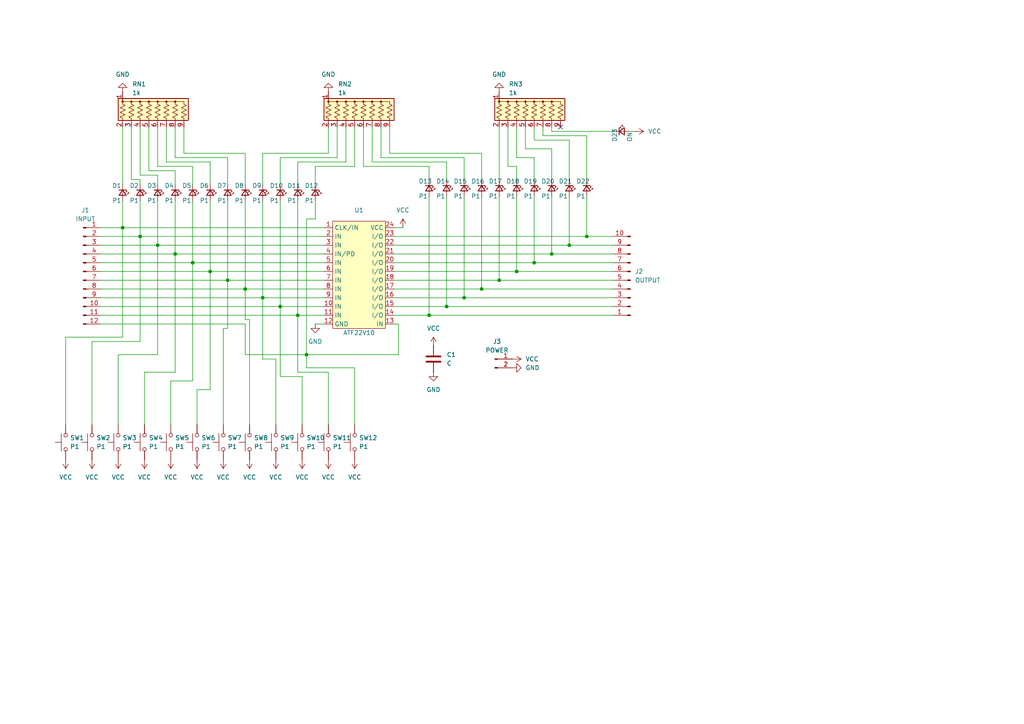
<source format=kicad_sch>
(kicad_sch
	(version 20231120)
	(generator "eeschema")
	(generator_version "8.0")
	(uuid "a7cabb7a-5cf5-4dbd-bf10-0bb16706d3a3")
	(paper "A4")
	(lib_symbols
		(symbol "Connector:Conn_01x02_Pin"
			(pin_names
				(offset 1.016) hide)
			(exclude_from_sim no)
			(in_bom yes)
			(on_board yes)
			(property "Reference" "J"
				(at 0 2.54 0)
				(effects
					(font
						(size 1.27 1.27)
					)
				)
			)
			(property "Value" "Conn_01x02_Pin"
				(at 0 -5.08 0)
				(effects
					(font
						(size 1.27 1.27)
					)
				)
			)
			(property "Footprint" ""
				(at 0 0 0)
				(effects
					(font
						(size 1.27 1.27)
					)
					(hide yes)
				)
			)
			(property "Datasheet" "~"
				(at 0 0 0)
				(effects
					(font
						(size 1.27 1.27)
					)
					(hide yes)
				)
			)
			(property "Description" "Generic connector, single row, 01x02, script generated"
				(at 0 0 0)
				(effects
					(font
						(size 1.27 1.27)
					)
					(hide yes)
				)
			)
			(property "ki_locked" ""
				(at 0 0 0)
				(effects
					(font
						(size 1.27 1.27)
					)
				)
			)
			(property "ki_keywords" "connector"
				(at 0 0 0)
				(effects
					(font
						(size 1.27 1.27)
					)
					(hide yes)
				)
			)
			(property "ki_fp_filters" "Connector*:*_1x??_*"
				(at 0 0 0)
				(effects
					(font
						(size 1.27 1.27)
					)
					(hide yes)
				)
			)
			(symbol "Conn_01x02_Pin_1_1"
				(polyline
					(pts
						(xy 1.27 -2.54) (xy 0.8636 -2.54)
					)
					(stroke
						(width 0.1524)
						(type default)
					)
					(fill
						(type none)
					)
				)
				(polyline
					(pts
						(xy 1.27 0) (xy 0.8636 0)
					)
					(stroke
						(width 0.1524)
						(type default)
					)
					(fill
						(type none)
					)
				)
				(rectangle
					(start 0.8636 -2.413)
					(end 0 -2.667)
					(stroke
						(width 0.1524)
						(type default)
					)
					(fill
						(type outline)
					)
				)
				(rectangle
					(start 0.8636 0.127)
					(end 0 -0.127)
					(stroke
						(width 0.1524)
						(type default)
					)
					(fill
						(type outline)
					)
				)
				(pin passive line
					(at 5.08 0 180)
					(length 3.81)
					(name "Pin_1"
						(effects
							(font
								(size 1.27 1.27)
							)
						)
					)
					(number "1"
						(effects
							(font
								(size 1.27 1.27)
							)
						)
					)
				)
				(pin passive line
					(at 5.08 -2.54 180)
					(length 3.81)
					(name "Pin_2"
						(effects
							(font
								(size 1.27 1.27)
							)
						)
					)
					(number "2"
						(effects
							(font
								(size 1.27 1.27)
							)
						)
					)
				)
			)
		)
		(symbol "Connector:Conn_01x10_Pin"
			(pin_names
				(offset 1.016) hide)
			(exclude_from_sim no)
			(in_bom yes)
			(on_board yes)
			(property "Reference" "J"
				(at 0 12.7 0)
				(effects
					(font
						(size 1.27 1.27)
					)
				)
			)
			(property "Value" "Conn_01x10_Pin"
				(at 0 -15.24 0)
				(effects
					(font
						(size 1.27 1.27)
					)
				)
			)
			(property "Footprint" ""
				(at 0 0 0)
				(effects
					(font
						(size 1.27 1.27)
					)
					(hide yes)
				)
			)
			(property "Datasheet" "~"
				(at 0 0 0)
				(effects
					(font
						(size 1.27 1.27)
					)
					(hide yes)
				)
			)
			(property "Description" "Generic connector, single row, 01x10, script generated"
				(at 0 0 0)
				(effects
					(font
						(size 1.27 1.27)
					)
					(hide yes)
				)
			)
			(property "ki_locked" ""
				(at 0 0 0)
				(effects
					(font
						(size 1.27 1.27)
					)
				)
			)
			(property "ki_keywords" "connector"
				(at 0 0 0)
				(effects
					(font
						(size 1.27 1.27)
					)
					(hide yes)
				)
			)
			(property "ki_fp_filters" "Connector*:*_1x??_*"
				(at 0 0 0)
				(effects
					(font
						(size 1.27 1.27)
					)
					(hide yes)
				)
			)
			(symbol "Conn_01x10_Pin_1_1"
				(polyline
					(pts
						(xy 1.27 -12.7) (xy 0.8636 -12.7)
					)
					(stroke
						(width 0.1524)
						(type default)
					)
					(fill
						(type none)
					)
				)
				(polyline
					(pts
						(xy 1.27 -10.16) (xy 0.8636 -10.16)
					)
					(stroke
						(width 0.1524)
						(type default)
					)
					(fill
						(type none)
					)
				)
				(polyline
					(pts
						(xy 1.27 -7.62) (xy 0.8636 -7.62)
					)
					(stroke
						(width 0.1524)
						(type default)
					)
					(fill
						(type none)
					)
				)
				(polyline
					(pts
						(xy 1.27 -5.08) (xy 0.8636 -5.08)
					)
					(stroke
						(width 0.1524)
						(type default)
					)
					(fill
						(type none)
					)
				)
				(polyline
					(pts
						(xy 1.27 -2.54) (xy 0.8636 -2.54)
					)
					(stroke
						(width 0.1524)
						(type default)
					)
					(fill
						(type none)
					)
				)
				(polyline
					(pts
						(xy 1.27 0) (xy 0.8636 0)
					)
					(stroke
						(width 0.1524)
						(type default)
					)
					(fill
						(type none)
					)
				)
				(polyline
					(pts
						(xy 1.27 2.54) (xy 0.8636 2.54)
					)
					(stroke
						(width 0.1524)
						(type default)
					)
					(fill
						(type none)
					)
				)
				(polyline
					(pts
						(xy 1.27 5.08) (xy 0.8636 5.08)
					)
					(stroke
						(width 0.1524)
						(type default)
					)
					(fill
						(type none)
					)
				)
				(polyline
					(pts
						(xy 1.27 7.62) (xy 0.8636 7.62)
					)
					(stroke
						(width 0.1524)
						(type default)
					)
					(fill
						(type none)
					)
				)
				(polyline
					(pts
						(xy 1.27 10.16) (xy 0.8636 10.16)
					)
					(stroke
						(width 0.1524)
						(type default)
					)
					(fill
						(type none)
					)
				)
				(rectangle
					(start 0.8636 -12.573)
					(end 0 -12.827)
					(stroke
						(width 0.1524)
						(type default)
					)
					(fill
						(type outline)
					)
				)
				(rectangle
					(start 0.8636 -10.033)
					(end 0 -10.287)
					(stroke
						(width 0.1524)
						(type default)
					)
					(fill
						(type outline)
					)
				)
				(rectangle
					(start 0.8636 -7.493)
					(end 0 -7.747)
					(stroke
						(width 0.1524)
						(type default)
					)
					(fill
						(type outline)
					)
				)
				(rectangle
					(start 0.8636 -4.953)
					(end 0 -5.207)
					(stroke
						(width 0.1524)
						(type default)
					)
					(fill
						(type outline)
					)
				)
				(rectangle
					(start 0.8636 -2.413)
					(end 0 -2.667)
					(stroke
						(width 0.1524)
						(type default)
					)
					(fill
						(type outline)
					)
				)
				(rectangle
					(start 0.8636 0.127)
					(end 0 -0.127)
					(stroke
						(width 0.1524)
						(type default)
					)
					(fill
						(type outline)
					)
				)
				(rectangle
					(start 0.8636 2.667)
					(end 0 2.413)
					(stroke
						(width 0.1524)
						(type default)
					)
					(fill
						(type outline)
					)
				)
				(rectangle
					(start 0.8636 5.207)
					(end 0 4.953)
					(stroke
						(width 0.1524)
						(type default)
					)
					(fill
						(type outline)
					)
				)
				(rectangle
					(start 0.8636 7.747)
					(end 0 7.493)
					(stroke
						(width 0.1524)
						(type default)
					)
					(fill
						(type outline)
					)
				)
				(rectangle
					(start 0.8636 10.287)
					(end 0 10.033)
					(stroke
						(width 0.1524)
						(type default)
					)
					(fill
						(type outline)
					)
				)
				(pin passive line
					(at 5.08 10.16 180)
					(length 3.81)
					(name "Pin_1"
						(effects
							(font
								(size 1.27 1.27)
							)
						)
					)
					(number "1"
						(effects
							(font
								(size 1.27 1.27)
							)
						)
					)
				)
				(pin passive line
					(at 5.08 -12.7 180)
					(length 3.81)
					(name "Pin_10"
						(effects
							(font
								(size 1.27 1.27)
							)
						)
					)
					(number "10"
						(effects
							(font
								(size 1.27 1.27)
							)
						)
					)
				)
				(pin passive line
					(at 5.08 7.62 180)
					(length 3.81)
					(name "Pin_2"
						(effects
							(font
								(size 1.27 1.27)
							)
						)
					)
					(number "2"
						(effects
							(font
								(size 1.27 1.27)
							)
						)
					)
				)
				(pin passive line
					(at 5.08 5.08 180)
					(length 3.81)
					(name "Pin_3"
						(effects
							(font
								(size 1.27 1.27)
							)
						)
					)
					(number "3"
						(effects
							(font
								(size 1.27 1.27)
							)
						)
					)
				)
				(pin passive line
					(at 5.08 2.54 180)
					(length 3.81)
					(name "Pin_4"
						(effects
							(font
								(size 1.27 1.27)
							)
						)
					)
					(number "4"
						(effects
							(font
								(size 1.27 1.27)
							)
						)
					)
				)
				(pin passive line
					(at 5.08 0 180)
					(length 3.81)
					(name "Pin_5"
						(effects
							(font
								(size 1.27 1.27)
							)
						)
					)
					(number "5"
						(effects
							(font
								(size 1.27 1.27)
							)
						)
					)
				)
				(pin passive line
					(at 5.08 -2.54 180)
					(length 3.81)
					(name "Pin_6"
						(effects
							(font
								(size 1.27 1.27)
							)
						)
					)
					(number "6"
						(effects
							(font
								(size 1.27 1.27)
							)
						)
					)
				)
				(pin passive line
					(at 5.08 -5.08 180)
					(length 3.81)
					(name "Pin_7"
						(effects
							(font
								(size 1.27 1.27)
							)
						)
					)
					(number "7"
						(effects
							(font
								(size 1.27 1.27)
							)
						)
					)
				)
				(pin passive line
					(at 5.08 -7.62 180)
					(length 3.81)
					(name "Pin_8"
						(effects
							(font
								(size 1.27 1.27)
							)
						)
					)
					(number "8"
						(effects
							(font
								(size 1.27 1.27)
							)
						)
					)
				)
				(pin passive line
					(at 5.08 -10.16 180)
					(length 3.81)
					(name "Pin_9"
						(effects
							(font
								(size 1.27 1.27)
							)
						)
					)
					(number "9"
						(effects
							(font
								(size 1.27 1.27)
							)
						)
					)
				)
			)
		)
		(symbol "Connector:Conn_01x12_Pin"
			(pin_names
				(offset 1.016) hide)
			(exclude_from_sim no)
			(in_bom yes)
			(on_board yes)
			(property "Reference" "J"
				(at 0 15.24 0)
				(effects
					(font
						(size 1.27 1.27)
					)
				)
			)
			(property "Value" "Conn_01x12_Pin"
				(at 0 -17.78 0)
				(effects
					(font
						(size 1.27 1.27)
					)
				)
			)
			(property "Footprint" ""
				(at 0 0 0)
				(effects
					(font
						(size 1.27 1.27)
					)
					(hide yes)
				)
			)
			(property "Datasheet" "~"
				(at 0 0 0)
				(effects
					(font
						(size 1.27 1.27)
					)
					(hide yes)
				)
			)
			(property "Description" "Generic connector, single row, 01x12, script generated"
				(at 0 0 0)
				(effects
					(font
						(size 1.27 1.27)
					)
					(hide yes)
				)
			)
			(property "ki_locked" ""
				(at 0 0 0)
				(effects
					(font
						(size 1.27 1.27)
					)
				)
			)
			(property "ki_keywords" "connector"
				(at 0 0 0)
				(effects
					(font
						(size 1.27 1.27)
					)
					(hide yes)
				)
			)
			(property "ki_fp_filters" "Connector*:*_1x??_*"
				(at 0 0 0)
				(effects
					(font
						(size 1.27 1.27)
					)
					(hide yes)
				)
			)
			(symbol "Conn_01x12_Pin_1_1"
				(polyline
					(pts
						(xy 1.27 -15.24) (xy 0.8636 -15.24)
					)
					(stroke
						(width 0.1524)
						(type default)
					)
					(fill
						(type none)
					)
				)
				(polyline
					(pts
						(xy 1.27 -12.7) (xy 0.8636 -12.7)
					)
					(stroke
						(width 0.1524)
						(type default)
					)
					(fill
						(type none)
					)
				)
				(polyline
					(pts
						(xy 1.27 -10.16) (xy 0.8636 -10.16)
					)
					(stroke
						(width 0.1524)
						(type default)
					)
					(fill
						(type none)
					)
				)
				(polyline
					(pts
						(xy 1.27 -7.62) (xy 0.8636 -7.62)
					)
					(stroke
						(width 0.1524)
						(type default)
					)
					(fill
						(type none)
					)
				)
				(polyline
					(pts
						(xy 1.27 -5.08) (xy 0.8636 -5.08)
					)
					(stroke
						(width 0.1524)
						(type default)
					)
					(fill
						(type none)
					)
				)
				(polyline
					(pts
						(xy 1.27 -2.54) (xy 0.8636 -2.54)
					)
					(stroke
						(width 0.1524)
						(type default)
					)
					(fill
						(type none)
					)
				)
				(polyline
					(pts
						(xy 1.27 0) (xy 0.8636 0)
					)
					(stroke
						(width 0.1524)
						(type default)
					)
					(fill
						(type none)
					)
				)
				(polyline
					(pts
						(xy 1.27 2.54) (xy 0.8636 2.54)
					)
					(stroke
						(width 0.1524)
						(type default)
					)
					(fill
						(type none)
					)
				)
				(polyline
					(pts
						(xy 1.27 5.08) (xy 0.8636 5.08)
					)
					(stroke
						(width 0.1524)
						(type default)
					)
					(fill
						(type none)
					)
				)
				(polyline
					(pts
						(xy 1.27 7.62) (xy 0.8636 7.62)
					)
					(stroke
						(width 0.1524)
						(type default)
					)
					(fill
						(type none)
					)
				)
				(polyline
					(pts
						(xy 1.27 10.16) (xy 0.8636 10.16)
					)
					(stroke
						(width 0.1524)
						(type default)
					)
					(fill
						(type none)
					)
				)
				(polyline
					(pts
						(xy 1.27 12.7) (xy 0.8636 12.7)
					)
					(stroke
						(width 0.1524)
						(type default)
					)
					(fill
						(type none)
					)
				)
				(rectangle
					(start 0.8636 -15.113)
					(end 0 -15.367)
					(stroke
						(width 0.1524)
						(type default)
					)
					(fill
						(type outline)
					)
				)
				(rectangle
					(start 0.8636 -12.573)
					(end 0 -12.827)
					(stroke
						(width 0.1524)
						(type default)
					)
					(fill
						(type outline)
					)
				)
				(rectangle
					(start 0.8636 -10.033)
					(end 0 -10.287)
					(stroke
						(width 0.1524)
						(type default)
					)
					(fill
						(type outline)
					)
				)
				(rectangle
					(start 0.8636 -7.493)
					(end 0 -7.747)
					(stroke
						(width 0.1524)
						(type default)
					)
					(fill
						(type outline)
					)
				)
				(rectangle
					(start 0.8636 -4.953)
					(end 0 -5.207)
					(stroke
						(width 0.1524)
						(type default)
					)
					(fill
						(type outline)
					)
				)
				(rectangle
					(start 0.8636 -2.413)
					(end 0 -2.667)
					(stroke
						(width 0.1524)
						(type default)
					)
					(fill
						(type outline)
					)
				)
				(rectangle
					(start 0.8636 0.127)
					(end 0 -0.127)
					(stroke
						(width 0.1524)
						(type default)
					)
					(fill
						(type outline)
					)
				)
				(rectangle
					(start 0.8636 2.667)
					(end 0 2.413)
					(stroke
						(width 0.1524)
						(type default)
					)
					(fill
						(type outline)
					)
				)
				(rectangle
					(start 0.8636 5.207)
					(end 0 4.953)
					(stroke
						(width 0.1524)
						(type default)
					)
					(fill
						(type outline)
					)
				)
				(rectangle
					(start 0.8636 7.747)
					(end 0 7.493)
					(stroke
						(width 0.1524)
						(type default)
					)
					(fill
						(type outline)
					)
				)
				(rectangle
					(start 0.8636 10.287)
					(end 0 10.033)
					(stroke
						(width 0.1524)
						(type default)
					)
					(fill
						(type outline)
					)
				)
				(rectangle
					(start 0.8636 12.827)
					(end 0 12.573)
					(stroke
						(width 0.1524)
						(type default)
					)
					(fill
						(type outline)
					)
				)
				(pin passive line
					(at 5.08 12.7 180)
					(length 3.81)
					(name "Pin_1"
						(effects
							(font
								(size 1.27 1.27)
							)
						)
					)
					(number "1"
						(effects
							(font
								(size 1.27 1.27)
							)
						)
					)
				)
				(pin passive line
					(at 5.08 -10.16 180)
					(length 3.81)
					(name "Pin_10"
						(effects
							(font
								(size 1.27 1.27)
							)
						)
					)
					(number "10"
						(effects
							(font
								(size 1.27 1.27)
							)
						)
					)
				)
				(pin passive line
					(at 5.08 -12.7 180)
					(length 3.81)
					(name "Pin_11"
						(effects
							(font
								(size 1.27 1.27)
							)
						)
					)
					(number "11"
						(effects
							(font
								(size 1.27 1.27)
							)
						)
					)
				)
				(pin passive line
					(at 5.08 -15.24 180)
					(length 3.81)
					(name "Pin_12"
						(effects
							(font
								(size 1.27 1.27)
							)
						)
					)
					(number "12"
						(effects
							(font
								(size 1.27 1.27)
							)
						)
					)
				)
				(pin passive line
					(at 5.08 10.16 180)
					(length 3.81)
					(name "Pin_2"
						(effects
							(font
								(size 1.27 1.27)
							)
						)
					)
					(number "2"
						(effects
							(font
								(size 1.27 1.27)
							)
						)
					)
				)
				(pin passive line
					(at 5.08 7.62 180)
					(length 3.81)
					(name "Pin_3"
						(effects
							(font
								(size 1.27 1.27)
							)
						)
					)
					(number "3"
						(effects
							(font
								(size 1.27 1.27)
							)
						)
					)
				)
				(pin passive line
					(at 5.08 5.08 180)
					(length 3.81)
					(name "Pin_4"
						(effects
							(font
								(size 1.27 1.27)
							)
						)
					)
					(number "4"
						(effects
							(font
								(size 1.27 1.27)
							)
						)
					)
				)
				(pin passive line
					(at 5.08 2.54 180)
					(length 3.81)
					(name "Pin_5"
						(effects
							(font
								(size 1.27 1.27)
							)
						)
					)
					(number "5"
						(effects
							(font
								(size 1.27 1.27)
							)
						)
					)
				)
				(pin passive line
					(at 5.08 0 180)
					(length 3.81)
					(name "Pin_6"
						(effects
							(font
								(size 1.27 1.27)
							)
						)
					)
					(number "6"
						(effects
							(font
								(size 1.27 1.27)
							)
						)
					)
				)
				(pin passive line
					(at 5.08 -2.54 180)
					(length 3.81)
					(name "Pin_7"
						(effects
							(font
								(size 1.27 1.27)
							)
						)
					)
					(number "7"
						(effects
							(font
								(size 1.27 1.27)
							)
						)
					)
				)
				(pin passive line
					(at 5.08 -5.08 180)
					(length 3.81)
					(name "Pin_8"
						(effects
							(font
								(size 1.27 1.27)
							)
						)
					)
					(number "8"
						(effects
							(font
								(size 1.27 1.27)
							)
						)
					)
				)
				(pin passive line
					(at 5.08 -7.62 180)
					(length 3.81)
					(name "Pin_9"
						(effects
							(font
								(size 1.27 1.27)
							)
						)
					)
					(number "9"
						(effects
							(font
								(size 1.27 1.27)
							)
						)
					)
				)
			)
		)
		(symbol "Device:C"
			(pin_numbers hide)
			(pin_names
				(offset 0.254)
			)
			(exclude_from_sim no)
			(in_bom yes)
			(on_board yes)
			(property "Reference" "C"
				(at 0.635 2.54 0)
				(effects
					(font
						(size 1.27 1.27)
					)
					(justify left)
				)
			)
			(property "Value" "C"
				(at 0.635 -2.54 0)
				(effects
					(font
						(size 1.27 1.27)
					)
					(justify left)
				)
			)
			(property "Footprint" ""
				(at 0.9652 -3.81 0)
				(effects
					(font
						(size 1.27 1.27)
					)
					(hide yes)
				)
			)
			(property "Datasheet" "~"
				(at 0 0 0)
				(effects
					(font
						(size 1.27 1.27)
					)
					(hide yes)
				)
			)
			(property "Description" "Unpolarized capacitor"
				(at 0 0 0)
				(effects
					(font
						(size 1.27 1.27)
					)
					(hide yes)
				)
			)
			(property "ki_keywords" "cap capacitor"
				(at 0 0 0)
				(effects
					(font
						(size 1.27 1.27)
					)
					(hide yes)
				)
			)
			(property "ki_fp_filters" "C_*"
				(at 0 0 0)
				(effects
					(font
						(size 1.27 1.27)
					)
					(hide yes)
				)
			)
			(symbol "C_0_1"
				(polyline
					(pts
						(xy -2.032 -0.762) (xy 2.032 -0.762)
					)
					(stroke
						(width 0.508)
						(type default)
					)
					(fill
						(type none)
					)
				)
				(polyline
					(pts
						(xy -2.032 0.762) (xy 2.032 0.762)
					)
					(stroke
						(width 0.508)
						(type default)
					)
					(fill
						(type none)
					)
				)
			)
			(symbol "C_1_1"
				(pin passive line
					(at 0 3.81 270)
					(length 2.794)
					(name "~"
						(effects
							(font
								(size 1.27 1.27)
							)
						)
					)
					(number "1"
						(effects
							(font
								(size 1.27 1.27)
							)
						)
					)
				)
				(pin passive line
					(at 0 -3.81 90)
					(length 2.794)
					(name "~"
						(effects
							(font
								(size 1.27 1.27)
							)
						)
					)
					(number "2"
						(effects
							(font
								(size 1.27 1.27)
							)
						)
					)
				)
			)
		)
		(symbol "Device:LED_Small"
			(pin_numbers hide)
			(pin_names
				(offset 0.254) hide)
			(exclude_from_sim no)
			(in_bom yes)
			(on_board yes)
			(property "Reference" "D"
				(at -1.27 3.175 0)
				(effects
					(font
						(size 1.27 1.27)
					)
					(justify left)
				)
			)
			(property "Value" "LED_Small"
				(at -4.445 -2.54 0)
				(effects
					(font
						(size 1.27 1.27)
					)
					(justify left)
				)
			)
			(property "Footprint" ""
				(at 0 0 90)
				(effects
					(font
						(size 1.27 1.27)
					)
					(hide yes)
				)
			)
			(property "Datasheet" "~"
				(at 0 0 90)
				(effects
					(font
						(size 1.27 1.27)
					)
					(hide yes)
				)
			)
			(property "Description" "Light emitting diode, small symbol"
				(at 0 0 0)
				(effects
					(font
						(size 1.27 1.27)
					)
					(hide yes)
				)
			)
			(property "ki_keywords" "LED diode light-emitting-diode"
				(at 0 0 0)
				(effects
					(font
						(size 1.27 1.27)
					)
					(hide yes)
				)
			)
			(property "ki_fp_filters" "LED* LED_SMD:* LED_THT:*"
				(at 0 0 0)
				(effects
					(font
						(size 1.27 1.27)
					)
					(hide yes)
				)
			)
			(symbol "LED_Small_0_1"
				(polyline
					(pts
						(xy -0.762 -1.016) (xy -0.762 1.016)
					)
					(stroke
						(width 0.254)
						(type default)
					)
					(fill
						(type none)
					)
				)
				(polyline
					(pts
						(xy 1.016 0) (xy -0.762 0)
					)
					(stroke
						(width 0)
						(type default)
					)
					(fill
						(type none)
					)
				)
				(polyline
					(pts
						(xy 0.762 -1.016) (xy -0.762 0) (xy 0.762 1.016) (xy 0.762 -1.016)
					)
					(stroke
						(width 0.254)
						(type default)
					)
					(fill
						(type none)
					)
				)
				(polyline
					(pts
						(xy 0 0.762) (xy -0.508 1.27) (xy -0.254 1.27) (xy -0.508 1.27) (xy -0.508 1.016)
					)
					(stroke
						(width 0)
						(type default)
					)
					(fill
						(type none)
					)
				)
				(polyline
					(pts
						(xy 0.508 1.27) (xy 0 1.778) (xy 0.254 1.778) (xy 0 1.778) (xy 0 1.524)
					)
					(stroke
						(width 0)
						(type default)
					)
					(fill
						(type none)
					)
				)
			)
			(symbol "LED_Small_1_1"
				(pin passive line
					(at -2.54 0 0)
					(length 1.778)
					(name "K"
						(effects
							(font
								(size 1.27 1.27)
							)
						)
					)
					(number "1"
						(effects
							(font
								(size 1.27 1.27)
							)
						)
					)
				)
				(pin passive line
					(at 2.54 0 180)
					(length 1.778)
					(name "A"
						(effects
							(font
								(size 1.27 1.27)
							)
						)
					)
					(number "2"
						(effects
							(font
								(size 1.27 1.27)
							)
						)
					)
				)
			)
		)
		(symbol "Device:R_Network08_US"
			(pin_names
				(offset 0) hide)
			(exclude_from_sim no)
			(in_bom yes)
			(on_board yes)
			(property "Reference" "RN"
				(at -12.7 0 90)
				(effects
					(font
						(size 1.27 1.27)
					)
				)
			)
			(property "Value" "R_Network08_US"
				(at 10.16 0 90)
				(effects
					(font
						(size 1.27 1.27)
					)
				)
			)
			(property "Footprint" "Resistor_THT:R_Array_SIP9"
				(at 12.065 0 90)
				(effects
					(font
						(size 1.27 1.27)
					)
					(hide yes)
				)
			)
			(property "Datasheet" "http://www.vishay.com/docs/31509/csc.pdf"
				(at 0 0 0)
				(effects
					(font
						(size 1.27 1.27)
					)
					(hide yes)
				)
			)
			(property "Description" "8 resistor network, star topology, bussed resistors, small US symbol"
				(at 0 0 0)
				(effects
					(font
						(size 1.27 1.27)
					)
					(hide yes)
				)
			)
			(property "ki_keywords" "R network star-topology"
				(at 0 0 0)
				(effects
					(font
						(size 1.27 1.27)
					)
					(hide yes)
				)
			)
			(property "ki_fp_filters" "R?Array?SIP*"
				(at 0 0 0)
				(effects
					(font
						(size 1.27 1.27)
					)
					(hide yes)
				)
			)
			(symbol "R_Network08_US_0_1"
				(rectangle
					(start -11.43 -3.175)
					(end 8.89 3.175)
					(stroke
						(width 0.254)
						(type default)
					)
					(fill
						(type background)
					)
				)
				(circle
					(center -10.16 2.286)
					(radius 0.254)
					(stroke
						(width 0)
						(type default)
					)
					(fill
						(type outline)
					)
				)
				(circle
					(center -7.62 2.286)
					(radius 0.254)
					(stroke
						(width 0)
						(type default)
					)
					(fill
						(type outline)
					)
				)
				(circle
					(center -5.08 2.286)
					(radius 0.254)
					(stroke
						(width 0)
						(type default)
					)
					(fill
						(type outline)
					)
				)
				(circle
					(center -2.54 2.286)
					(radius 0.254)
					(stroke
						(width 0)
						(type default)
					)
					(fill
						(type outline)
					)
				)
				(polyline
					(pts
						(xy -10.16 2.286) (xy 7.62 2.286)
					)
					(stroke
						(width 0)
						(type default)
					)
					(fill
						(type none)
					)
				)
				(polyline
					(pts
						(xy -10.16 2.286) (xy -10.16 1.524) (xy -9.398 1.1684) (xy -10.922 0.508) (xy -9.398 -0.1524)
						(xy -10.922 -0.8382) (xy -9.398 -1.524) (xy -10.922 -2.1844) (xy -10.16 -2.54) (xy -10.16 -3.81)
					)
					(stroke
						(width 0)
						(type default)
					)
					(fill
						(type none)
					)
				)
				(polyline
					(pts
						(xy -7.62 2.286) (xy -7.62 1.524) (xy -6.858 1.1684) (xy -8.382 0.508) (xy -6.858 -0.1524) (xy -8.382 -0.8382)
						(xy -6.858 -1.524) (xy -8.382 -2.1844) (xy -7.62 -2.54) (xy -7.62 -3.81)
					)
					(stroke
						(width 0)
						(type default)
					)
					(fill
						(type none)
					)
				)
				(polyline
					(pts
						(xy -5.08 2.286) (xy -5.08 1.524) (xy -4.318 1.1684) (xy -5.842 0.508) (xy -4.318 -0.1524) (xy -5.842 -0.8382)
						(xy -4.318 -1.524) (xy -5.842 -2.1844) (xy -5.08 -2.54) (xy -5.08 -3.81)
					)
					(stroke
						(width 0)
						(type default)
					)
					(fill
						(type none)
					)
				)
				(polyline
					(pts
						(xy -2.54 2.286) (xy -2.54 1.524) (xy -1.778 1.1684) (xy -3.302 0.508) (xy -1.778 -0.1524) (xy -3.302 -0.8382)
						(xy -1.778 -1.524) (xy -3.302 -2.1844) (xy -2.54 -2.54) (xy -2.54 -3.81)
					)
					(stroke
						(width 0)
						(type default)
					)
					(fill
						(type none)
					)
				)
				(polyline
					(pts
						(xy 0 2.286) (xy 0 1.524) (xy 0.762 1.1684) (xy -0.762 0.508) (xy 0.762 -0.1524) (xy -0.762 -0.8382)
						(xy 0.762 -1.524) (xy -0.762 -2.1844) (xy 0 -2.54) (xy 0 -3.81)
					)
					(stroke
						(width 0)
						(type default)
					)
					(fill
						(type none)
					)
				)
				(polyline
					(pts
						(xy 2.54 2.286) (xy 2.54 1.524) (xy 3.302 1.1684) (xy 1.778 0.508) (xy 3.302 -0.1524) (xy 1.778 -0.8382)
						(xy 3.302 -1.524) (xy 1.778 -2.1844) (xy 2.54 -2.54) (xy 2.54 -3.81)
					)
					(stroke
						(width 0)
						(type default)
					)
					(fill
						(type none)
					)
				)
				(polyline
					(pts
						(xy 5.08 2.286) (xy 5.08 1.524) (xy 5.842 1.1684) (xy 4.318 0.508) (xy 5.842 -0.1524) (xy 4.318 -0.8382)
						(xy 5.842 -1.524) (xy 4.318 -2.1844) (xy 5.08 -2.54) (xy 5.08 -3.81)
					)
					(stroke
						(width 0)
						(type default)
					)
					(fill
						(type none)
					)
				)
				(polyline
					(pts
						(xy 7.62 2.286) (xy 7.62 1.524) (xy 8.382 1.1684) (xy 6.858 0.508) (xy 8.382 -0.1524) (xy 6.858 -0.8382)
						(xy 8.382 -1.524) (xy 6.858 -2.1844) (xy 7.62 -2.54) (xy 7.62 -3.81)
					)
					(stroke
						(width 0)
						(type default)
					)
					(fill
						(type none)
					)
				)
				(circle
					(center 0 2.286)
					(radius 0.254)
					(stroke
						(width 0)
						(type default)
					)
					(fill
						(type outline)
					)
				)
				(circle
					(center 2.54 2.286)
					(radius 0.254)
					(stroke
						(width 0)
						(type default)
					)
					(fill
						(type outline)
					)
				)
				(circle
					(center 5.08 2.286)
					(radius 0.254)
					(stroke
						(width 0)
						(type default)
					)
					(fill
						(type outline)
					)
				)
			)
			(symbol "R_Network08_US_1_1"
				(pin passive line
					(at -10.16 5.08 270)
					(length 2.54)
					(name "common"
						(effects
							(font
								(size 1.27 1.27)
							)
						)
					)
					(number "1"
						(effects
							(font
								(size 1.27 1.27)
							)
						)
					)
				)
				(pin passive line
					(at -10.16 -5.08 90)
					(length 1.27)
					(name "R1"
						(effects
							(font
								(size 1.27 1.27)
							)
						)
					)
					(number "2"
						(effects
							(font
								(size 1.27 1.27)
							)
						)
					)
				)
				(pin passive line
					(at -7.62 -5.08 90)
					(length 1.27)
					(name "R2"
						(effects
							(font
								(size 1.27 1.27)
							)
						)
					)
					(number "3"
						(effects
							(font
								(size 1.27 1.27)
							)
						)
					)
				)
				(pin passive line
					(at -5.08 -5.08 90)
					(length 1.27)
					(name "R3"
						(effects
							(font
								(size 1.27 1.27)
							)
						)
					)
					(number "4"
						(effects
							(font
								(size 1.27 1.27)
							)
						)
					)
				)
				(pin passive line
					(at -2.54 -5.08 90)
					(length 1.27)
					(name "R4"
						(effects
							(font
								(size 1.27 1.27)
							)
						)
					)
					(number "5"
						(effects
							(font
								(size 1.27 1.27)
							)
						)
					)
				)
				(pin passive line
					(at 0 -5.08 90)
					(length 1.27)
					(name "R5"
						(effects
							(font
								(size 1.27 1.27)
							)
						)
					)
					(number "6"
						(effects
							(font
								(size 1.27 1.27)
							)
						)
					)
				)
				(pin passive line
					(at 2.54 -5.08 90)
					(length 1.27)
					(name "R6"
						(effects
							(font
								(size 1.27 1.27)
							)
						)
					)
					(number "7"
						(effects
							(font
								(size 1.27 1.27)
							)
						)
					)
				)
				(pin passive line
					(at 5.08 -5.08 90)
					(length 1.27)
					(name "R7"
						(effects
							(font
								(size 1.27 1.27)
							)
						)
					)
					(number "8"
						(effects
							(font
								(size 1.27 1.27)
							)
						)
					)
				)
				(pin passive line
					(at 7.62 -5.08 90)
					(length 1.27)
					(name "R8"
						(effects
							(font
								(size 1.27 1.27)
							)
						)
					)
					(number "9"
						(effects
							(font
								(size 1.27 1.27)
							)
						)
					)
				)
			)
		)
		(symbol "Switch:SW_Push"
			(pin_numbers hide)
			(pin_names
				(offset 1.016) hide)
			(exclude_from_sim no)
			(in_bom yes)
			(on_board yes)
			(property "Reference" "SW"
				(at 1.27 2.54 0)
				(effects
					(font
						(size 1.27 1.27)
					)
					(justify left)
				)
			)
			(property "Value" "SW_Push"
				(at 0 -1.524 0)
				(effects
					(font
						(size 1.27 1.27)
					)
				)
			)
			(property "Footprint" ""
				(at 0 5.08 0)
				(effects
					(font
						(size 1.27 1.27)
					)
					(hide yes)
				)
			)
			(property "Datasheet" "~"
				(at 0 5.08 0)
				(effects
					(font
						(size 1.27 1.27)
					)
					(hide yes)
				)
			)
			(property "Description" "Push button switch, generic, two pins"
				(at 0 0 0)
				(effects
					(font
						(size 1.27 1.27)
					)
					(hide yes)
				)
			)
			(property "ki_keywords" "switch normally-open pushbutton push-button"
				(at 0 0 0)
				(effects
					(font
						(size 1.27 1.27)
					)
					(hide yes)
				)
			)
			(symbol "SW_Push_0_1"
				(circle
					(center -2.032 0)
					(radius 0.508)
					(stroke
						(width 0)
						(type default)
					)
					(fill
						(type none)
					)
				)
				(polyline
					(pts
						(xy 0 1.27) (xy 0 3.048)
					)
					(stroke
						(width 0)
						(type default)
					)
					(fill
						(type none)
					)
				)
				(polyline
					(pts
						(xy 2.54 1.27) (xy -2.54 1.27)
					)
					(stroke
						(width 0)
						(type default)
					)
					(fill
						(type none)
					)
				)
				(circle
					(center 2.032 0)
					(radius 0.508)
					(stroke
						(width 0)
						(type default)
					)
					(fill
						(type none)
					)
				)
				(pin passive line
					(at -5.08 0 0)
					(length 2.54)
					(name "1"
						(effects
							(font
								(size 1.27 1.27)
							)
						)
					)
					(number "1"
						(effects
							(font
								(size 1.27 1.27)
							)
						)
					)
				)
				(pin passive line
					(at 5.08 0 180)
					(length 2.54)
					(name "2"
						(effects
							(font
								(size 1.27 1.27)
							)
						)
					)
					(number "2"
						(effects
							(font
								(size 1.27 1.27)
							)
						)
					)
				)
			)
		)
		(symbol "atf22v10:ATF22V10"
			(exclude_from_sim no)
			(in_bom yes)
			(on_board yes)
			(property "Reference" "U"
				(at 0 7.112 0)
				(effects
					(font
						(size 1.27 1.27)
					)
				)
			)
			(property "Value" ""
				(at 0 0 0)
				(effects
					(font
						(size 1.27 1.27)
					)
				)
			)
			(property "Footprint" ""
				(at 0 0 0)
				(effects
					(font
						(size 1.27 1.27)
					)
					(hide yes)
				)
			)
			(property "Datasheet" ""
				(at 0 0 0)
				(effects
					(font
						(size 1.27 1.27)
					)
					(hide yes)
				)
			)
			(property "Description" ""
				(at 0 0 0)
				(effects
					(font
						(size 1.27 1.27)
					)
					(hide yes)
				)
			)
			(symbol "ATF22V10_1_1"
				(rectangle
					(start -7.62 5.715)
					(end 7.62 -25.4)
					(stroke
						(width 0)
						(type default)
					)
					(fill
						(type background)
					)
				)
				(pin input line
					(at -10.16 3.81 0)
					(length 2.54)
					(name "CLK/IN"
						(effects
							(font
								(size 1.27 1.27)
							)
						)
					)
					(number "1"
						(effects
							(font
								(size 1.27 1.27)
							)
						)
					)
				)
				(pin input line
					(at -10.16 -19.05 0)
					(length 2.54)
					(name "IN"
						(effects
							(font
								(size 1.27 1.27)
							)
						)
					)
					(number "10"
						(effects
							(font
								(size 1.27 1.27)
							)
						)
					)
				)
				(pin input line
					(at -10.16 -21.59 0)
					(length 2.54)
					(name "IN"
						(effects
							(font
								(size 1.27 1.27)
							)
						)
					)
					(number "11"
						(effects
							(font
								(size 1.27 1.27)
							)
						)
					)
				)
				(pin input line
					(at -10.16 -24.13 0)
					(length 2.54)
					(name "GND"
						(effects
							(font
								(size 1.27 1.27)
							)
						)
					)
					(number "12"
						(effects
							(font
								(size 1.27 1.27)
							)
						)
					)
				)
				(pin input line
					(at 10.16 -24.13 180)
					(length 2.54)
					(name "IN"
						(effects
							(font
								(size 1.27 1.27)
							)
						)
					)
					(number "13"
						(effects
							(font
								(size 1.27 1.27)
							)
						)
					)
				)
				(pin input line
					(at 10.16 -21.59 180)
					(length 2.54)
					(name "I/O"
						(effects
							(font
								(size 1.27 1.27)
							)
						)
					)
					(number "14"
						(effects
							(font
								(size 1.27 1.27)
							)
						)
					)
				)
				(pin input line
					(at 10.16 -19.05 180)
					(length 2.54)
					(name "I/O"
						(effects
							(font
								(size 1.27 1.27)
							)
						)
					)
					(number "15"
						(effects
							(font
								(size 1.27 1.27)
							)
						)
					)
				)
				(pin input line
					(at 10.16 -16.51 180)
					(length 2.54)
					(name "I/O"
						(effects
							(font
								(size 1.27 1.27)
							)
						)
					)
					(number "16"
						(effects
							(font
								(size 1.27 1.27)
							)
						)
					)
				)
				(pin input line
					(at 10.16 -13.97 180)
					(length 2.54)
					(name "I/O"
						(effects
							(font
								(size 1.27 1.27)
							)
						)
					)
					(number "17"
						(effects
							(font
								(size 1.27 1.27)
							)
						)
					)
				)
				(pin input line
					(at 10.16 -11.43 180)
					(length 2.54)
					(name "I/O"
						(effects
							(font
								(size 1.27 1.27)
							)
						)
					)
					(number "18"
						(effects
							(font
								(size 1.27 1.27)
							)
						)
					)
				)
				(pin input line
					(at 10.16 -8.89 180)
					(length 2.54)
					(name "I/O"
						(effects
							(font
								(size 1.27 1.27)
							)
						)
					)
					(number "19"
						(effects
							(font
								(size 1.27 1.27)
							)
						)
					)
				)
				(pin input line
					(at -10.16 1.27 0)
					(length 2.54)
					(name "IN"
						(effects
							(font
								(size 1.27 1.27)
							)
						)
					)
					(number "2"
						(effects
							(font
								(size 1.27 1.27)
							)
						)
					)
				)
				(pin input line
					(at 10.16 -6.35 180)
					(length 2.54)
					(name "I/O"
						(effects
							(font
								(size 1.27 1.27)
							)
						)
					)
					(number "20"
						(effects
							(font
								(size 1.27 1.27)
							)
						)
					)
				)
				(pin input line
					(at 10.16 -3.81 180)
					(length 2.54)
					(name "I/O"
						(effects
							(font
								(size 1.27 1.27)
							)
						)
					)
					(number "21"
						(effects
							(font
								(size 1.27 1.27)
							)
						)
					)
				)
				(pin input line
					(at 10.16 -1.27 180)
					(length 2.54)
					(name "I/O"
						(effects
							(font
								(size 1.27 1.27)
							)
						)
					)
					(number "22"
						(effects
							(font
								(size 1.27 1.27)
							)
						)
					)
				)
				(pin input line
					(at 10.16 1.27 180)
					(length 2.54)
					(name "I/O"
						(effects
							(font
								(size 1.27 1.27)
							)
						)
					)
					(number "23"
						(effects
							(font
								(size 1.27 1.27)
							)
						)
					)
				)
				(pin input line
					(at 10.16 3.81 180)
					(length 2.54)
					(name "VCC"
						(effects
							(font
								(size 1.27 1.27)
							)
						)
					)
					(number "24"
						(effects
							(font
								(size 1.27 1.27)
							)
						)
					)
				)
				(pin input line
					(at -10.16 -1.27 0)
					(length 2.54)
					(name "IN"
						(effects
							(font
								(size 1.27 1.27)
							)
						)
					)
					(number "3"
						(effects
							(font
								(size 1.27 1.27)
							)
						)
					)
				)
				(pin input line
					(at -10.16 -3.81 0)
					(length 2.54)
					(name "IN/PD"
						(effects
							(font
								(size 1.27 1.27)
							)
						)
					)
					(number "4"
						(effects
							(font
								(size 1.27 1.27)
							)
						)
					)
				)
				(pin input line
					(at -10.16 -6.35 0)
					(length 2.54)
					(name "IN"
						(effects
							(font
								(size 1.27 1.27)
							)
						)
					)
					(number "5"
						(effects
							(font
								(size 1.27 1.27)
							)
						)
					)
				)
				(pin input line
					(at -10.16 -8.89 0)
					(length 2.54)
					(name "IN"
						(effects
							(font
								(size 1.27 1.27)
							)
						)
					)
					(number "6"
						(effects
							(font
								(size 1.27 1.27)
							)
						)
					)
				)
				(pin input line
					(at -10.16 -11.43 0)
					(length 2.54)
					(name "IN"
						(effects
							(font
								(size 1.27 1.27)
							)
						)
					)
					(number "7"
						(effects
							(font
								(size 1.27 1.27)
							)
						)
					)
				)
				(pin input line
					(at -10.16 -13.97 0)
					(length 2.54)
					(name "IN"
						(effects
							(font
								(size 1.27 1.27)
							)
						)
					)
					(number "8"
						(effects
							(font
								(size 1.27 1.27)
							)
						)
					)
				)
				(pin input line
					(at -10.16 -16.51 0)
					(length 2.54)
					(name "IN"
						(effects
							(font
								(size 1.27 1.27)
							)
						)
					)
					(number "9"
						(effects
							(font
								(size 1.27 1.27)
							)
						)
					)
				)
			)
		)
		(symbol "power:GND"
			(power)
			(pin_numbers hide)
			(pin_names
				(offset 0) hide)
			(exclude_from_sim no)
			(in_bom yes)
			(on_board yes)
			(property "Reference" "#PWR"
				(at 0 -6.35 0)
				(effects
					(font
						(size 1.27 1.27)
					)
					(hide yes)
				)
			)
			(property "Value" "GND"
				(at 0 -3.81 0)
				(effects
					(font
						(size 1.27 1.27)
					)
				)
			)
			(property "Footprint" ""
				(at 0 0 0)
				(effects
					(font
						(size 1.27 1.27)
					)
					(hide yes)
				)
			)
			(property "Datasheet" ""
				(at 0 0 0)
				(effects
					(font
						(size 1.27 1.27)
					)
					(hide yes)
				)
			)
			(property "Description" "Power symbol creates a global label with name \"GND\" , ground"
				(at 0 0 0)
				(effects
					(font
						(size 1.27 1.27)
					)
					(hide yes)
				)
			)
			(property "ki_keywords" "global power"
				(at 0 0 0)
				(effects
					(font
						(size 1.27 1.27)
					)
					(hide yes)
				)
			)
			(symbol "GND_0_1"
				(polyline
					(pts
						(xy 0 0) (xy 0 -1.27) (xy 1.27 -1.27) (xy 0 -2.54) (xy -1.27 -1.27) (xy 0 -1.27)
					)
					(stroke
						(width 0)
						(type default)
					)
					(fill
						(type none)
					)
				)
			)
			(symbol "GND_1_1"
				(pin power_in line
					(at 0 0 270)
					(length 0)
					(name "~"
						(effects
							(font
								(size 1.27 1.27)
							)
						)
					)
					(number "1"
						(effects
							(font
								(size 1.27 1.27)
							)
						)
					)
				)
			)
		)
		(symbol "power:VCC"
			(power)
			(pin_numbers hide)
			(pin_names
				(offset 0) hide)
			(exclude_from_sim no)
			(in_bom yes)
			(on_board yes)
			(property "Reference" "#PWR"
				(at 0 -3.81 0)
				(effects
					(font
						(size 1.27 1.27)
					)
					(hide yes)
				)
			)
			(property "Value" "VCC"
				(at 0 3.556 0)
				(effects
					(font
						(size 1.27 1.27)
					)
				)
			)
			(property "Footprint" ""
				(at 0 0 0)
				(effects
					(font
						(size 1.27 1.27)
					)
					(hide yes)
				)
			)
			(property "Datasheet" ""
				(at 0 0 0)
				(effects
					(font
						(size 1.27 1.27)
					)
					(hide yes)
				)
			)
			(property "Description" "Power symbol creates a global label with name \"VCC\""
				(at 0 0 0)
				(effects
					(font
						(size 1.27 1.27)
					)
					(hide yes)
				)
			)
			(property "ki_keywords" "global power"
				(at 0 0 0)
				(effects
					(font
						(size 1.27 1.27)
					)
					(hide yes)
				)
			)
			(symbol "VCC_0_1"
				(polyline
					(pts
						(xy -0.762 1.27) (xy 0 2.54)
					)
					(stroke
						(width 0)
						(type default)
					)
					(fill
						(type none)
					)
				)
				(polyline
					(pts
						(xy 0 0) (xy 0 2.54)
					)
					(stroke
						(width 0)
						(type default)
					)
					(fill
						(type none)
					)
				)
				(polyline
					(pts
						(xy 0 2.54) (xy 0.762 1.27)
					)
					(stroke
						(width 0)
						(type default)
					)
					(fill
						(type none)
					)
				)
			)
			(symbol "VCC_1_1"
				(pin power_in line
					(at 0 0 90)
					(length 0)
					(name "~"
						(effects
							(font
								(size 1.27 1.27)
							)
						)
					)
					(number "1"
						(effects
							(font
								(size 1.27 1.27)
							)
						)
					)
				)
			)
		)
	)
	(junction
		(at 124.46 91.44)
		(diameter 0)
		(color 0 0 0 0)
		(uuid "1ce2ae86-e89b-4c19-a79e-100a3ccb39c6")
	)
	(junction
		(at 129.54 88.9)
		(diameter 0)
		(color 0 0 0 0)
		(uuid "200e6e66-3c13-4db3-b0f9-492405811555")
	)
	(junction
		(at 160.02 73.66)
		(diameter 0)
		(color 0 0 0 0)
		(uuid "39c4ef68-0fd2-45b2-b89d-5895908e94d3")
	)
	(junction
		(at 60.96 78.74)
		(diameter 0)
		(color 0 0 0 0)
		(uuid "487774e9-5966-4a8f-8f41-2a76f003660d")
	)
	(junction
		(at 154.94 76.2)
		(diameter 0)
		(color 0 0 0 0)
		(uuid "4aa1fb53-c075-4d93-a69b-f0377dd5b79b")
	)
	(junction
		(at 55.88 76.2)
		(diameter 0)
		(color 0 0 0 0)
		(uuid "5931a017-2d4c-46b1-9979-6ac28da6dc43")
	)
	(junction
		(at 35.56 66.04)
		(diameter 0)
		(color 0 0 0 0)
		(uuid "66fe3736-60be-4426-aadf-6c9184c04215")
	)
	(junction
		(at 139.7 83.82)
		(diameter 0)
		(color 0 0 0 0)
		(uuid "68360c2a-d15c-43b0-b58c-59e58d244a00")
	)
	(junction
		(at 50.8 73.66)
		(diameter 0)
		(color 0 0 0 0)
		(uuid "73509c6c-1fb4-49d7-983b-f6152fa71cbe")
	)
	(junction
		(at 88.9 102.87)
		(diameter 0)
		(color 0 0 0 0)
		(uuid "7b7f1783-f74e-4fd8-b3fe-dbe320ab16a9")
	)
	(junction
		(at 81.28 88.9)
		(diameter 0)
		(color 0 0 0 0)
		(uuid "82d4e78e-c064-45e9-8993-251e90891481")
	)
	(junction
		(at 76.2 86.36)
		(diameter 0)
		(color 0 0 0 0)
		(uuid "8ccf51b8-f0ba-48a6-bc80-acf215fb319d")
	)
	(junction
		(at 86.36 91.44)
		(diameter 0)
		(color 0 0 0 0)
		(uuid "8e8a995b-1a74-4801-9980-6fcd8d45012c")
	)
	(junction
		(at 134.62 86.36)
		(diameter 0)
		(color 0 0 0 0)
		(uuid "901c4dae-00b9-44fa-8dd7-7c83c93420c1")
	)
	(junction
		(at 149.86 78.74)
		(diameter 0)
		(color 0 0 0 0)
		(uuid "99ebcfde-c517-4e9c-93e9-a9a451e364b3")
	)
	(junction
		(at 66.04 81.28)
		(diameter 0)
		(color 0 0 0 0)
		(uuid "a1a36834-1197-40e8-bb1e-b4e8338fba2d")
	)
	(junction
		(at 144.78 81.28)
		(diameter 0)
		(color 0 0 0 0)
		(uuid "b7ae8946-3094-4d49-aa89-b8ac2fb8ac75")
	)
	(junction
		(at 40.64 68.58)
		(diameter 0)
		(color 0 0 0 0)
		(uuid "ce738e7b-c993-4c77-b900-d71288d99224")
	)
	(junction
		(at 170.18 68.58)
		(diameter 0)
		(color 0 0 0 0)
		(uuid "d23a0d93-588c-46f5-837c-4c882e404167")
	)
	(junction
		(at 45.72 71.12)
		(diameter 0)
		(color 0 0 0 0)
		(uuid "d2ffeabc-f747-462a-b869-1aed17a9abbd")
	)
	(junction
		(at 71.12 83.82)
		(diameter 0)
		(color 0 0 0 0)
		(uuid "dcb1abd8-4d09-4ee5-9324-a89b2f1ce948")
	)
	(junction
		(at 165.1 71.12)
		(diameter 0)
		(color 0 0 0 0)
		(uuid "f6172e8a-c531-4254-8cc0-a1f53b54fdbe")
	)
	(no_connect
		(at 162.56 36.83)
		(uuid "11e2d9cd-f375-49ed-9f08-290fb1ce98c7")
	)
	(wire
		(pts
			(xy 102.87 48.26) (xy 102.87 36.83)
		)
		(stroke
			(width 0)
			(type default)
		)
		(uuid "003caa97-0898-469f-9d38-82cfa733ffc6")
	)
	(wire
		(pts
			(xy 29.21 93.98) (xy 71.12 93.98)
		)
		(stroke
			(width 0)
			(type default)
		)
		(uuid "00bfb02c-d7b5-4a37-bfb7-03a3502a6d10")
	)
	(wire
		(pts
			(xy 170.18 57.15) (xy 170.18 68.58)
		)
		(stroke
			(width 0)
			(type default)
		)
		(uuid "03e2e1e9-7e11-4b74-b729-e14d0e82fbe6")
	)
	(wire
		(pts
			(xy 66.04 81.28) (xy 93.98 81.28)
		)
		(stroke
			(width 0)
			(type default)
		)
		(uuid "069e8df3-fc42-42f8-945e-ecf76bb096e3")
	)
	(wire
		(pts
			(xy 71.12 102.87) (xy 88.9 102.87)
		)
		(stroke
			(width 0)
			(type default)
		)
		(uuid "06fa5b46-c45f-40f9-97c7-1ff611ff103c")
	)
	(wire
		(pts
			(xy 184.15 38.1) (xy 182.88 38.1)
		)
		(stroke
			(width 0)
			(type default)
		)
		(uuid "08cfd9f6-489b-42f1-9460-d0ca989a46c0")
	)
	(wire
		(pts
			(xy 29.21 86.36) (xy 76.2 86.36)
		)
		(stroke
			(width 0)
			(type default)
		)
		(uuid "092739e3-5695-41fd-8c1a-2007f532b5cb")
	)
	(wire
		(pts
			(xy 60.96 58.42) (xy 60.96 78.74)
		)
		(stroke
			(width 0)
			(type default)
		)
		(uuid "09b650b0-2f06-4cdf-bf22-3c8abfb3cc9f")
	)
	(wire
		(pts
			(xy 102.87 123.19) (xy 102.87 106.68)
		)
		(stroke
			(width 0)
			(type default)
		)
		(uuid "09f9f464-44e2-42d3-9746-e52fd7263aa5")
	)
	(wire
		(pts
			(xy 95.25 123.19) (xy 95.25 107.95)
		)
		(stroke
			(width 0)
			(type default)
		)
		(uuid "0a261c4c-9622-4aca-a3a9-a96d5894bc7d")
	)
	(wire
		(pts
			(xy 114.3 78.74) (xy 149.86 78.74)
		)
		(stroke
			(width 0)
			(type default)
		)
		(uuid "0ada1f98-f4cf-451c-a1f7-b1feb2482a12")
	)
	(wire
		(pts
			(xy 71.12 58.42) (xy 71.12 83.82)
		)
		(stroke
			(width 0)
			(type default)
		)
		(uuid "0b0d18f2-145b-4d28-af3b-3cce8273b27e")
	)
	(wire
		(pts
			(xy 66.04 81.28) (xy 66.04 95.25)
		)
		(stroke
			(width 0)
			(type default)
		)
		(uuid "11e73405-ea60-4672-90f9-b12c20894f87")
	)
	(wire
		(pts
			(xy 165.1 52.07) (xy 165.1 40.64)
		)
		(stroke
			(width 0)
			(type default)
		)
		(uuid "1279a25f-2cdd-4c0f-9686-098dbf69f447")
	)
	(wire
		(pts
			(xy 129.54 52.07) (xy 129.54 46.99)
		)
		(stroke
			(width 0)
			(type default)
		)
		(uuid "1415722d-d3c3-45ca-be22-158804b297ed")
	)
	(wire
		(pts
			(xy 149.86 48.26) (xy 147.32 48.26)
		)
		(stroke
			(width 0)
			(type default)
		)
		(uuid "145afb5f-fb48-4cb7-aba8-979cd43df549")
	)
	(wire
		(pts
			(xy 91.44 53.34) (xy 91.44 48.26)
		)
		(stroke
			(width 0)
			(type default)
		)
		(uuid "152a8495-85c0-4c0a-9c65-f8c5d30b1811")
	)
	(wire
		(pts
			(xy 35.56 58.42) (xy 35.56 66.04)
		)
		(stroke
			(width 0)
			(type default)
		)
		(uuid "17991a0b-7235-4bd7-962b-71f438630959")
	)
	(wire
		(pts
			(xy 29.21 78.74) (xy 60.96 78.74)
		)
		(stroke
			(width 0)
			(type default)
		)
		(uuid "18cfa0af-4150-4fb9-8781-ecb4517529f9")
	)
	(wire
		(pts
			(xy 81.28 53.34) (xy 81.28 45.72)
		)
		(stroke
			(width 0)
			(type default)
		)
		(uuid "18f8e82c-df8f-4e13-a4d3-a3ca5189e4f5")
	)
	(wire
		(pts
			(xy 95.25 44.45) (xy 95.25 36.83)
		)
		(stroke
			(width 0)
			(type default)
		)
		(uuid "19ce04d2-2e81-413c-94ec-459559bda79d")
	)
	(wire
		(pts
			(xy 114.3 91.44) (xy 124.46 91.44)
		)
		(stroke
			(width 0)
			(type default)
		)
		(uuid "1f339f20-5c14-45cf-9671-bf75b84c694d")
	)
	(wire
		(pts
			(xy 60.96 53.34) (xy 60.96 46.99)
		)
		(stroke
			(width 0)
			(type default)
		)
		(uuid "1f33b9d5-423b-43c7-9590-7309403eec31")
	)
	(wire
		(pts
			(xy 139.7 83.82) (xy 177.8 83.82)
		)
		(stroke
			(width 0)
			(type default)
		)
		(uuid "206ce892-d318-4a9a-b7c8-8be359e099a2")
	)
	(wire
		(pts
			(xy 86.36 58.42) (xy 86.36 91.44)
		)
		(stroke
			(width 0)
			(type default)
		)
		(uuid "232e14a3-ebcf-41ff-8817-e5bb10e7640d")
	)
	(wire
		(pts
			(xy 86.36 53.34) (xy 86.36 46.99)
		)
		(stroke
			(width 0)
			(type default)
		)
		(uuid "234fdb94-1c4d-4bba-8d7c-d6b1bec957bd")
	)
	(wire
		(pts
			(xy 81.28 88.9) (xy 93.98 88.9)
		)
		(stroke
			(width 0)
			(type default)
		)
		(uuid "255dbf61-8d05-43b8-804a-6a580beec3c5")
	)
	(wire
		(pts
			(xy 115.57 93.98) (xy 114.3 93.98)
		)
		(stroke
			(width 0)
			(type default)
		)
		(uuid "26300bf0-cdf7-4354-9d50-3048b7a92405")
	)
	(wire
		(pts
			(xy 160.02 43.18) (xy 152.4 43.18)
		)
		(stroke
			(width 0)
			(type default)
		)
		(uuid "29d6db77-ceaf-4ec5-981b-aba21d44e138")
	)
	(wire
		(pts
			(xy 107.95 46.99) (xy 107.95 36.83)
		)
		(stroke
			(width 0)
			(type default)
		)
		(uuid "2ce1454f-1f49-4a8b-aad6-8a08ddb5e7e9")
	)
	(wire
		(pts
			(xy 60.96 78.74) (xy 93.98 78.74)
		)
		(stroke
			(width 0)
			(type default)
		)
		(uuid "2f34beb1-c474-445f-8d9b-934addaddb7d")
	)
	(wire
		(pts
			(xy 154.94 45.72) (xy 149.86 45.72)
		)
		(stroke
			(width 0)
			(type default)
		)
		(uuid "2f44ebbf-1f6e-4e07-acd4-3f12c023f09b")
	)
	(wire
		(pts
			(xy 45.72 48.26) (xy 45.72 36.83)
		)
		(stroke
			(width 0)
			(type default)
		)
		(uuid "2f68a4cb-1894-47f4-ac84-0b6d903947eb")
	)
	(wire
		(pts
			(xy 29.21 76.2) (xy 55.88 76.2)
		)
		(stroke
			(width 0)
			(type default)
		)
		(uuid "2fb0c97a-4bad-4bdb-a439-b6a89f02f115")
	)
	(wire
		(pts
			(xy 170.18 52.07) (xy 170.18 39.37)
		)
		(stroke
			(width 0)
			(type default)
		)
		(uuid "30c5fd94-1ea4-47c8-bfa6-b346437d9ae2")
	)
	(wire
		(pts
			(xy 160.02 38.1) (xy 177.8 38.1)
		)
		(stroke
			(width 0)
			(type default)
		)
		(uuid "3170d0d8-608e-4304-9743-084a7d0363d4")
	)
	(wire
		(pts
			(xy 66.04 95.25) (xy 64.77 95.25)
		)
		(stroke
			(width 0)
			(type default)
		)
		(uuid "318af4ef-4f54-46dd-8748-fcc8a3932d66")
	)
	(wire
		(pts
			(xy 55.88 58.42) (xy 55.88 76.2)
		)
		(stroke
			(width 0)
			(type default)
		)
		(uuid "31a4308c-2286-4252-804a-1d42a2c4be71")
	)
	(wire
		(pts
			(xy 154.94 52.07) (xy 154.94 45.72)
		)
		(stroke
			(width 0)
			(type default)
		)
		(uuid "3255a827-0326-43c5-9521-3e039121d247")
	)
	(wire
		(pts
			(xy 43.18 49.53) (xy 43.18 36.83)
		)
		(stroke
			(width 0)
			(type default)
		)
		(uuid "32fbd166-2f9a-4c25-bfca-6c27da51e1be")
	)
	(wire
		(pts
			(xy 114.3 73.66) (xy 160.02 73.66)
		)
		(stroke
			(width 0)
			(type default)
		)
		(uuid "3375ccd5-6701-43f5-999e-ac430222dde2")
	)
	(wire
		(pts
			(xy 139.7 52.07) (xy 139.7 44.45)
		)
		(stroke
			(width 0)
			(type default)
		)
		(uuid "3491260d-f50a-4dca-8293-bea8dfe0bc58")
	)
	(wire
		(pts
			(xy 165.1 71.12) (xy 177.8 71.12)
		)
		(stroke
			(width 0)
			(type default)
		)
		(uuid "353acef4-53ab-49ae-a6f8-4d0324b53515")
	)
	(wire
		(pts
			(xy 91.44 58.42) (xy 91.44 63.5)
		)
		(stroke
			(width 0)
			(type default)
		)
		(uuid "37cd5653-6094-4f9c-947f-339bcba4b9f5")
	)
	(wire
		(pts
			(xy 29.21 68.58) (xy 40.64 68.58)
		)
		(stroke
			(width 0)
			(type default)
		)
		(uuid "39c19c5f-966c-45e5-abba-e1d62f2796a5")
	)
	(wire
		(pts
			(xy 102.87 106.68) (xy 88.9 106.68)
		)
		(stroke
			(width 0)
			(type default)
		)
		(uuid "402a885b-c3ae-4462-803b-fa098710a0f8")
	)
	(wire
		(pts
			(xy 71.12 93.98) (xy 71.12 102.87)
		)
		(stroke
			(width 0)
			(type default)
		)
		(uuid "4075b634-c926-4d73-a45b-fbe01e608508")
	)
	(wire
		(pts
			(xy 86.36 107.95) (xy 86.36 91.44)
		)
		(stroke
			(width 0)
			(type default)
		)
		(uuid "42991c0c-0f2d-4d4b-af58-cbb2a4bed7a1")
	)
	(wire
		(pts
			(xy 95.25 107.95) (xy 86.36 107.95)
		)
		(stroke
			(width 0)
			(type default)
		)
		(uuid "42d0b961-cdb4-4ab8-bcf2-0ba233656797")
	)
	(wire
		(pts
			(xy 55.88 110.49) (xy 55.88 76.2)
		)
		(stroke
			(width 0)
			(type default)
		)
		(uuid "43a01e85-9bb2-4d38-b3c4-aafdd1f6f2f5")
	)
	(wire
		(pts
			(xy 34.29 123.19) (xy 34.29 102.87)
		)
		(stroke
			(width 0)
			(type default)
		)
		(uuid "442f559a-0864-4766-8020-4c54d15bbb54")
	)
	(wire
		(pts
			(xy 134.62 57.15) (xy 134.62 86.36)
		)
		(stroke
			(width 0)
			(type default)
		)
		(uuid "44c5b247-99bf-42e1-982d-a1976ac36025")
	)
	(wire
		(pts
			(xy 71.12 53.34) (xy 71.12 44.45)
		)
		(stroke
			(width 0)
			(type default)
		)
		(uuid "453f766d-20f1-4a76-93c9-223925905280")
	)
	(wire
		(pts
			(xy 110.49 45.72) (xy 110.49 36.83)
		)
		(stroke
			(width 0)
			(type default)
		)
		(uuid "47de9ebf-cc0e-4ae9-9151-6423529e474b")
	)
	(wire
		(pts
			(xy 66.04 45.72) (xy 50.8 45.72)
		)
		(stroke
			(width 0)
			(type default)
		)
		(uuid "4a2c8ea1-ab0c-4ce3-be87-6e7432ad94e5")
	)
	(wire
		(pts
			(xy 144.78 36.83) (xy 144.78 52.07)
		)
		(stroke
			(width 0)
			(type default)
		)
		(uuid "4bef4c5f-1637-41be-b04b-b523573b6396")
	)
	(wire
		(pts
			(xy 57.15 123.19) (xy 57.15 113.03)
		)
		(stroke
			(width 0)
			(type default)
		)
		(uuid "4e23b28c-2061-49fa-8961-42ac3b4a6c8c")
	)
	(wire
		(pts
			(xy 105.41 48.26) (xy 105.41 36.83)
		)
		(stroke
			(width 0)
			(type default)
		)
		(uuid "50859078-7a18-4438-b402-d6f3ee382e1e")
	)
	(wire
		(pts
			(xy 40.64 99.06) (xy 26.67 99.06)
		)
		(stroke
			(width 0)
			(type default)
		)
		(uuid "51b2e875-8f35-43ba-a760-d5b4e609ea63")
	)
	(wire
		(pts
			(xy 29.21 73.66) (xy 50.8 73.66)
		)
		(stroke
			(width 0)
			(type default)
		)
		(uuid "52ca14d1-97ff-4433-beac-28eb06317454")
	)
	(wire
		(pts
			(xy 144.78 81.28) (xy 177.8 81.28)
		)
		(stroke
			(width 0)
			(type default)
		)
		(uuid "55d7dda1-0562-4705-a60a-34d0ba8aa82c")
	)
	(wire
		(pts
			(xy 152.4 43.18) (xy 152.4 36.83)
		)
		(stroke
			(width 0)
			(type default)
		)
		(uuid "57262eec-3d91-48eb-b685-f8edca3c03b1")
	)
	(wire
		(pts
			(xy 40.64 68.58) (xy 40.64 99.06)
		)
		(stroke
			(width 0)
			(type default)
		)
		(uuid "596266f2-51d6-4150-aae4-6e0a8da223c1")
	)
	(wire
		(pts
			(xy 40.64 68.58) (xy 93.98 68.58)
		)
		(stroke
			(width 0)
			(type default)
		)
		(uuid "597dfd77-96d3-41f3-a30e-0f9c3685c298")
	)
	(wire
		(pts
			(xy 76.2 58.42) (xy 76.2 86.36)
		)
		(stroke
			(width 0)
			(type default)
		)
		(uuid "5d0a03d2-2944-4fea-bab6-28f0799a0b90")
	)
	(wire
		(pts
			(xy 114.3 71.12) (xy 165.1 71.12)
		)
		(stroke
			(width 0)
			(type default)
		)
		(uuid "5f65d422-13af-40b5-a35c-a45127934d04")
	)
	(wire
		(pts
			(xy 160.02 73.66) (xy 177.8 73.66)
		)
		(stroke
			(width 0)
			(type default)
		)
		(uuid "608c0beb-4838-45b4-9499-4a0b0dd92750")
	)
	(wire
		(pts
			(xy 29.21 91.44) (xy 86.36 91.44)
		)
		(stroke
			(width 0)
			(type default)
		)
		(uuid "60f40edb-8f9f-495a-9101-81929eb01701")
	)
	(wire
		(pts
			(xy 160.02 52.07) (xy 160.02 43.18)
		)
		(stroke
			(width 0)
			(type default)
		)
		(uuid "622ce1d2-9bc4-499b-a6da-3780c1216619")
	)
	(wire
		(pts
			(xy 157.48 36.83) (xy 157.48 39.37)
		)
		(stroke
			(width 0)
			(type default)
		)
		(uuid "654eae36-a0d4-41d1-afe3-717053683c63")
	)
	(wire
		(pts
			(xy 81.28 109.22) (xy 81.28 88.9)
		)
		(stroke
			(width 0)
			(type default)
		)
		(uuid "66848028-b80c-49b6-9313-48ccefe3812f")
	)
	(wire
		(pts
			(xy 114.3 86.36) (xy 134.62 86.36)
		)
		(stroke
			(width 0)
			(type default)
		)
		(uuid "6784d4cd-a2c7-47da-9f6c-69ac70b45b1c")
	)
	(wire
		(pts
			(xy 55.88 53.34) (xy 55.88 48.26)
		)
		(stroke
			(width 0)
			(type default)
		)
		(uuid "68378ca5-f1a6-4e49-9277-fb263d5c4b56")
	)
	(wire
		(pts
			(xy 35.56 36.83) (xy 35.56 53.34)
		)
		(stroke
			(width 0)
			(type default)
		)
		(uuid "6841000a-e3f2-4b18-9923-d8c9e1c5beec")
	)
	(wire
		(pts
			(xy 88.9 106.68) (xy 88.9 102.87)
		)
		(stroke
			(width 0)
			(type default)
		)
		(uuid "697923a0-f2d7-4e95-a3ae-e9d733d00372")
	)
	(wire
		(pts
			(xy 114.3 83.82) (xy 139.7 83.82)
		)
		(stroke
			(width 0)
			(type default)
		)
		(uuid "6c2ed134-1a2e-4436-88da-40319e1cc7e9")
	)
	(wire
		(pts
			(xy 45.72 58.42) (xy 45.72 71.12)
		)
		(stroke
			(width 0)
			(type default)
		)
		(uuid "6ec17f47-1079-49fe-99bd-4c98f6150d75")
	)
	(wire
		(pts
			(xy 129.54 88.9) (xy 177.8 88.9)
		)
		(stroke
			(width 0)
			(type default)
		)
		(uuid "6f18e07b-8824-45d6-ba9c-54dfb92b595d")
	)
	(wire
		(pts
			(xy 149.86 52.07) (xy 149.86 48.26)
		)
		(stroke
			(width 0)
			(type default)
		)
		(uuid "71e90816-c91a-4546-ab64-0818e82dcb3e")
	)
	(wire
		(pts
			(xy 38.1 52.07) (xy 38.1 36.83)
		)
		(stroke
			(width 0)
			(type default)
		)
		(uuid "7289f526-b441-4807-8d17-85bc651bae01")
	)
	(wire
		(pts
			(xy 86.36 46.99) (xy 100.33 46.99)
		)
		(stroke
			(width 0)
			(type default)
		)
		(uuid "7324157d-e37b-4277-9d77-b7aa6493c47b")
	)
	(wire
		(pts
			(xy 114.3 81.28) (xy 144.78 81.28)
		)
		(stroke
			(width 0)
			(type default)
		)
		(uuid "733c0144-c94a-48e7-a480-60b608488097")
	)
	(wire
		(pts
			(xy 134.62 86.36) (xy 177.8 86.36)
		)
		(stroke
			(width 0)
			(type default)
		)
		(uuid "76883108-5775-466f-b1ce-3096c32de5db")
	)
	(wire
		(pts
			(xy 48.26 46.99) (xy 48.26 36.83)
		)
		(stroke
			(width 0)
			(type default)
		)
		(uuid "776a6ba8-3457-4ad9-8a18-d86645d817bd")
	)
	(wire
		(pts
			(xy 71.12 44.45) (xy 53.34 44.45)
		)
		(stroke
			(width 0)
			(type default)
		)
		(uuid "7b032427-408a-45f4-9a49-63b0a2ccc17c")
	)
	(wire
		(pts
			(xy 76.2 53.34) (xy 76.2 44.45)
		)
		(stroke
			(width 0)
			(type default)
		)
		(uuid "7f299863-66a3-479f-9a46-209ef2d65791")
	)
	(wire
		(pts
			(xy 45.72 71.12) (xy 93.98 71.12)
		)
		(stroke
			(width 0)
			(type default)
		)
		(uuid "7f7f2afe-c9a1-491b-a269-8ef6764b751b")
	)
	(wire
		(pts
			(xy 50.8 73.66) (xy 93.98 73.66)
		)
		(stroke
			(width 0)
			(type default)
		)
		(uuid "80758e96-db01-4d1c-a6f4-8dc6b3a80543")
	)
	(wire
		(pts
			(xy 134.62 52.07) (xy 134.62 45.72)
		)
		(stroke
			(width 0)
			(type default)
		)
		(uuid "81390b57-b1a2-43f5-a135-463f6bb97100")
	)
	(wire
		(pts
			(xy 147.32 48.26) (xy 147.32 36.83)
		)
		(stroke
			(width 0)
			(type default)
		)
		(uuid "815c2a7a-bf38-4d33-9b3e-b9411818e279")
	)
	(wire
		(pts
			(xy 91.44 48.26) (xy 102.87 48.26)
		)
		(stroke
			(width 0)
			(type default)
		)
		(uuid "81cc8e49-794b-4ed8-9ddd-4429274a0f15")
	)
	(wire
		(pts
			(xy 71.12 83.82) (xy 93.98 83.82)
		)
		(stroke
			(width 0)
			(type default)
		)
		(uuid "8384a960-a349-4c16-af16-d04adbf47ec4")
	)
	(wire
		(pts
			(xy 97.79 45.72) (xy 97.79 36.83)
		)
		(stroke
			(width 0)
			(type default)
		)
		(uuid "85ce4b91-4afb-47ea-9eaf-3644ff698f94")
	)
	(wire
		(pts
			(xy 72.39 123.19) (xy 72.39 92.71)
		)
		(stroke
			(width 0)
			(type default)
		)
		(uuid "86260766-8feb-4eef-b9da-bb8ef85e914b")
	)
	(wire
		(pts
			(xy 160.02 36.83) (xy 160.02 38.1)
		)
		(stroke
			(width 0)
			(type default)
		)
		(uuid "86437fc4-20e3-4a75-804a-ee11036ab0e2")
	)
	(wire
		(pts
			(xy 81.28 58.42) (xy 81.28 88.9)
		)
		(stroke
			(width 0)
			(type default)
		)
		(uuid "877306b1-10af-49a8-8106-cf97a9241582")
	)
	(wire
		(pts
			(xy 60.96 113.03) (xy 60.96 78.74)
		)
		(stroke
			(width 0)
			(type default)
		)
		(uuid "88a25282-5fd7-4c3f-a1e2-ea2b86943784")
	)
	(wire
		(pts
			(xy 88.9 63.5) (xy 88.9 102.87)
		)
		(stroke
			(width 0)
			(type default)
		)
		(uuid "8c00da27-d0ce-41df-87aa-61fe6f6cd666")
	)
	(wire
		(pts
			(xy 149.86 57.15) (xy 149.86 78.74)
		)
		(stroke
			(width 0)
			(type default)
		)
		(uuid "8d8209ef-6100-4610-844a-5591ddb067b8")
	)
	(wire
		(pts
			(xy 86.36 91.44) (xy 93.98 91.44)
		)
		(stroke
			(width 0)
			(type default)
		)
		(uuid "8e05cb68-b569-4d0d-97f3-4ee90f221c13")
	)
	(wire
		(pts
			(xy 55.88 48.26) (xy 45.72 48.26)
		)
		(stroke
			(width 0)
			(type default)
		)
		(uuid "910259ba-4a18-4d64-8260-1be7661c2727")
	)
	(wire
		(pts
			(xy 50.8 45.72) (xy 50.8 36.83)
		)
		(stroke
			(width 0)
			(type default)
		)
		(uuid "91362b6f-b5e8-44f4-a817-57e2cfc596a9")
	)
	(wire
		(pts
			(xy 76.2 44.45) (xy 95.25 44.45)
		)
		(stroke
			(width 0)
			(type default)
		)
		(uuid "9172d3fa-c6bb-4d1d-aab0-56b7e0dab075")
	)
	(wire
		(pts
			(xy 76.2 86.36) (xy 93.98 86.36)
		)
		(stroke
			(width 0)
			(type default)
		)
		(uuid "92640820-3fbd-4221-bc5c-b0deb7028413")
	)
	(wire
		(pts
			(xy 40.64 52.07) (xy 38.1 52.07)
		)
		(stroke
			(width 0)
			(type default)
		)
		(uuid "9676f083-236a-4990-87b5-6d6d156b7281")
	)
	(wire
		(pts
			(xy 87.63 123.19) (xy 87.63 109.22)
		)
		(stroke
			(width 0)
			(type default)
		)
		(uuid "98332cd9-4c0c-4fdc-9771-40d9cbd933c6")
	)
	(wire
		(pts
			(xy 80.01 123.19) (xy 80.01 104.14)
		)
		(stroke
			(width 0)
			(type default)
		)
		(uuid "99bae699-3b9d-41b9-8028-891f3df011cd")
	)
	(wire
		(pts
			(xy 154.94 40.64) (xy 154.94 36.83)
		)
		(stroke
			(width 0)
			(type default)
		)
		(uuid "99c34b54-0857-4150-96cf-1b15ceec6817")
	)
	(wire
		(pts
			(xy 129.54 46.99) (xy 107.95 46.99)
		)
		(stroke
			(width 0)
			(type default)
		)
		(uuid "9bcc7006-2fb1-4ad6-b666-762fc5a39f72")
	)
	(wire
		(pts
			(xy 40.64 53.34) (xy 40.64 52.07)
		)
		(stroke
			(width 0)
			(type default)
		)
		(uuid "9bfda05d-c0b7-4003-8bd7-ae7ed52689d9")
	)
	(wire
		(pts
			(xy 144.78 57.15) (xy 144.78 81.28)
		)
		(stroke
			(width 0)
			(type default)
		)
		(uuid "9c1a700b-ad3c-4893-834b-8e8eb020906c")
	)
	(wire
		(pts
			(xy 149.86 45.72) (xy 149.86 36.83)
		)
		(stroke
			(width 0)
			(type default)
		)
		(uuid "9ce1a27c-97e5-4bd6-bdba-17dc020e7ff2")
	)
	(wire
		(pts
			(xy 134.62 45.72) (xy 110.49 45.72)
		)
		(stroke
			(width 0)
			(type default)
		)
		(uuid "9e73aeb9-7977-44a3-a1d5-ac5c1db60da1")
	)
	(wire
		(pts
			(xy 80.01 104.14) (xy 76.2 104.14)
		)
		(stroke
			(width 0)
			(type default)
		)
		(uuid "9f23bc59-7b91-49c6-995f-1cd219487d2e")
	)
	(wire
		(pts
			(xy 19.05 123.19) (xy 19.05 97.79)
		)
		(stroke
			(width 0)
			(type default)
		)
		(uuid "a0483667-ec2d-421d-9d5e-ab5aeb335ebf")
	)
	(wire
		(pts
			(xy 45.72 50.8) (xy 40.64 50.8)
		)
		(stroke
			(width 0)
			(type default)
		)
		(uuid "a1233aa9-a7e0-4a48-962f-21399ff08b96")
	)
	(wire
		(pts
			(xy 40.64 50.8) (xy 40.64 36.83)
		)
		(stroke
			(width 0)
			(type default)
		)
		(uuid "a36b8582-af8f-441e-9c53-5c94f5617d35")
	)
	(wire
		(pts
			(xy 124.46 57.15) (xy 124.46 91.44)
		)
		(stroke
			(width 0)
			(type default)
		)
		(uuid "a4ca0d9f-e32e-4206-a161-58bdd785571c")
	)
	(wire
		(pts
			(xy 114.3 68.58) (xy 170.18 68.58)
		)
		(stroke
			(width 0)
			(type default)
		)
		(uuid "a6f37990-6f58-4b3c-bc47-766a60612461")
	)
	(wire
		(pts
			(xy 100.33 46.99) (xy 100.33 36.83)
		)
		(stroke
			(width 0)
			(type default)
		)
		(uuid "a8cb4ae1-8af2-491f-b0bb-db9065b85415")
	)
	(wire
		(pts
			(xy 60.96 46.99) (xy 48.26 46.99)
		)
		(stroke
			(width 0)
			(type default)
		)
		(uuid "ad836ed2-e36e-49ee-a9a0-a319c0399b29")
	)
	(wire
		(pts
			(xy 170.18 39.37) (xy 157.48 39.37)
		)
		(stroke
			(width 0)
			(type default)
		)
		(uuid "aef2a00c-c9fb-4616-8c49-bb663d0b0887")
	)
	(wire
		(pts
			(xy 40.64 58.42) (xy 40.64 68.58)
		)
		(stroke
			(width 0)
			(type default)
		)
		(uuid "b1f87fa3-c9c2-4385-9b3d-32ccba6f13d3")
	)
	(wire
		(pts
			(xy 129.54 57.15) (xy 129.54 88.9)
		)
		(stroke
			(width 0)
			(type default)
		)
		(uuid "b3f1f76a-d572-4682-810f-a74b2b06e854")
	)
	(wire
		(pts
			(xy 57.15 113.03) (xy 60.96 113.03)
		)
		(stroke
			(width 0)
			(type default)
		)
		(uuid "b4a0cada-17d0-4637-b9cf-dd81f40a9e24")
	)
	(wire
		(pts
			(xy 71.12 92.71) (xy 71.12 83.82)
		)
		(stroke
			(width 0)
			(type default)
		)
		(uuid "b7143a67-e6f7-4780-b863-7c655d37bea7")
	)
	(wire
		(pts
			(xy 81.28 45.72) (xy 97.79 45.72)
		)
		(stroke
			(width 0)
			(type default)
		)
		(uuid "b714c5b3-a551-47e1-a333-506009bd91a1")
	)
	(wire
		(pts
			(xy 139.7 57.15) (xy 139.7 83.82)
		)
		(stroke
			(width 0)
			(type default)
		)
		(uuid "b79e39b9-acef-4776-8a6c-826818076acc")
	)
	(wire
		(pts
			(xy 29.21 83.82) (xy 71.12 83.82)
		)
		(stroke
			(width 0)
			(type default)
		)
		(uuid "bae2e10c-e0dc-4e84-a5e4-976ca4db3992")
	)
	(wire
		(pts
			(xy 35.56 66.04) (xy 93.98 66.04)
		)
		(stroke
			(width 0)
			(type default)
		)
		(uuid "c320c45d-7c21-459b-8145-190e475e6412")
	)
	(wire
		(pts
			(xy 45.72 53.34) (xy 45.72 50.8)
		)
		(stroke
			(width 0)
			(type default)
		)
		(uuid "c65e38a1-bd55-43a7-92cd-eeeb7f29e5e6")
	)
	(wire
		(pts
			(xy 49.53 110.49) (xy 55.88 110.49)
		)
		(stroke
			(width 0)
			(type default)
		)
		(uuid "cb162ff4-4e16-4de1-93e9-308cdc6dc135")
	)
	(wire
		(pts
			(xy 50.8 53.34) (xy 50.8 49.53)
		)
		(stroke
			(width 0)
			(type default)
		)
		(uuid "cbde11ba-6396-4fc2-b1b7-3ae353b1400a")
	)
	(wire
		(pts
			(xy 34.29 102.87) (xy 45.72 102.87)
		)
		(stroke
			(width 0)
			(type default)
		)
		(uuid "cc72ffb3-657a-40f4-9a6a-146948930258")
	)
	(wire
		(pts
			(xy 124.46 91.44) (xy 177.8 91.44)
		)
		(stroke
			(width 0)
			(type default)
		)
		(uuid "ce40140f-2322-445a-b484-7feef5517201")
	)
	(wire
		(pts
			(xy 50.8 49.53) (xy 43.18 49.53)
		)
		(stroke
			(width 0)
			(type default)
		)
		(uuid "d08ff6b7-8b43-4a64-ab73-36cd3e6f7f47")
	)
	(wire
		(pts
			(xy 160.02 57.15) (xy 160.02 73.66)
		)
		(stroke
			(width 0)
			(type default)
		)
		(uuid "d094ee89-047c-4456-9243-08f205c803fd")
	)
	(wire
		(pts
			(xy 114.3 88.9) (xy 129.54 88.9)
		)
		(stroke
			(width 0)
			(type default)
		)
		(uuid "d1df9720-0cb2-4cc7-a7a8-18ce0ddd1569")
	)
	(wire
		(pts
			(xy 87.63 109.22) (xy 81.28 109.22)
		)
		(stroke
			(width 0)
			(type default)
		)
		(uuid "d3a83986-1a62-4616-908c-fd7f95fcad5f")
	)
	(wire
		(pts
			(xy 29.21 66.04) (xy 35.56 66.04)
		)
		(stroke
			(width 0)
			(type default)
		)
		(uuid "d40d95fd-68ba-4992-8390-9d30cb567f84")
	)
	(wire
		(pts
			(xy 165.1 40.64) (xy 154.94 40.64)
		)
		(stroke
			(width 0)
			(type default)
		)
		(uuid "d41bc38c-3a7d-4f6a-abc3-63052ef7a593")
	)
	(wire
		(pts
			(xy 124.46 48.26) (xy 105.41 48.26)
		)
		(stroke
			(width 0)
			(type default)
		)
		(uuid "d6d0a461-518d-4d58-a861-939ce1272f88")
	)
	(wire
		(pts
			(xy 49.53 123.19) (xy 49.53 110.49)
		)
		(stroke
			(width 0)
			(type default)
		)
		(uuid "d86620ce-f723-413a-b185-90f6706d3696")
	)
	(wire
		(pts
			(xy 64.77 95.25) (xy 64.77 123.19)
		)
		(stroke
			(width 0)
			(type default)
		)
		(uuid "daf22190-fe22-4558-bc48-abca746f4f73")
	)
	(wire
		(pts
			(xy 50.8 58.42) (xy 50.8 73.66)
		)
		(stroke
			(width 0)
			(type default)
		)
		(uuid "dd5299d1-8140-4f27-96f7-6fa4084e34c8")
	)
	(wire
		(pts
			(xy 124.46 52.07) (xy 124.46 48.26)
		)
		(stroke
			(width 0)
			(type default)
		)
		(uuid "de3046e3-0195-4648-8c93-3c7d8bfc3521")
	)
	(wire
		(pts
			(xy 19.05 97.79) (xy 35.56 97.79)
		)
		(stroke
			(width 0)
			(type default)
		)
		(uuid "e0890a28-9421-4681-ad45-2d40e5c66f9e")
	)
	(wire
		(pts
			(xy 29.21 81.28) (xy 66.04 81.28)
		)
		(stroke
			(width 0)
			(type default)
		)
		(uuid "e1ea22c9-d3da-4020-9de1-877a7298a3c8")
	)
	(wire
		(pts
			(xy 115.57 102.87) (xy 115.57 93.98)
		)
		(stroke
			(width 0)
			(type default)
		)
		(uuid "e29f549a-f461-46ba-a24e-2f3706f14864")
	)
	(wire
		(pts
			(xy 154.94 57.15) (xy 154.94 76.2)
		)
		(stroke
			(width 0)
			(type default)
		)
		(uuid "e5711026-0270-4f05-933b-6a82dfa3ce35")
	)
	(wire
		(pts
			(xy 26.67 99.06) (xy 26.67 123.19)
		)
		(stroke
			(width 0)
			(type default)
		)
		(uuid "e5e9161a-a121-47d5-a350-65bd9110917f")
	)
	(wire
		(pts
			(xy 66.04 58.42) (xy 66.04 81.28)
		)
		(stroke
			(width 0)
			(type default)
		)
		(uuid "e6b83e68-e700-4ed3-83da-62e2de758b2f")
	)
	(wire
		(pts
			(xy 35.56 97.79) (xy 35.56 66.04)
		)
		(stroke
			(width 0)
			(type default)
		)
		(uuid "e781fa3b-3176-4412-91b2-ef02a5a1d306")
	)
	(wire
		(pts
			(xy 76.2 104.14) (xy 76.2 86.36)
		)
		(stroke
			(width 0)
			(type default)
		)
		(uuid "e7db8c04-1eba-4950-b765-646e498b903c")
	)
	(wire
		(pts
			(xy 114.3 76.2) (xy 154.94 76.2)
		)
		(stroke
			(width 0)
			(type default)
		)
		(uuid "e8bcc8ca-0936-4478-a23d-98b569fa28f3")
	)
	(wire
		(pts
			(xy 116.84 66.04) (xy 114.3 66.04)
		)
		(stroke
			(width 0)
			(type default)
		)
		(uuid "e906452a-3d77-4581-8fcf-cf9648e5b999")
	)
	(wire
		(pts
			(xy 45.72 102.87) (xy 45.72 71.12)
		)
		(stroke
			(width 0)
			(type default)
		)
		(uuid "e90f960e-d961-4aba-bfb8-e0bbf86bb5f6")
	)
	(wire
		(pts
			(xy 66.04 53.34) (xy 66.04 45.72)
		)
		(stroke
			(width 0)
			(type default)
		)
		(uuid "e959f342-50ad-4502-b2c3-01121a1b93d4")
	)
	(wire
		(pts
			(xy 88.9 102.87) (xy 115.57 102.87)
		)
		(stroke
			(width 0)
			(type default)
		)
		(uuid "e97656dc-1fa1-4bcd-b2a0-610dac014311")
	)
	(wire
		(pts
			(xy 165.1 57.15) (xy 165.1 71.12)
		)
		(stroke
			(width 0)
			(type default)
		)
		(uuid "ea5a7e66-9b5a-4ecf-beb0-906433f7c9f7")
	)
	(wire
		(pts
			(xy 41.91 107.95) (xy 50.8 107.95)
		)
		(stroke
			(width 0)
			(type default)
		)
		(uuid "ead45cfd-0def-497f-98c3-cf750ee4057b")
	)
	(wire
		(pts
			(xy 139.7 44.45) (xy 113.03 44.45)
		)
		(stroke
			(width 0)
			(type default)
		)
		(uuid "ebb62765-1100-49fc-8280-db3af7c6a93b")
	)
	(wire
		(pts
			(xy 72.39 92.71) (xy 71.12 92.71)
		)
		(stroke
			(width 0)
			(type default)
		)
		(uuid "ec549407-33fa-4e53-9453-5a4395e4b374")
	)
	(wire
		(pts
			(xy 29.21 88.9) (xy 81.28 88.9)
		)
		(stroke
			(width 0)
			(type default)
		)
		(uuid "eeb93b0b-01c6-4135-ae23-981c0b3a8f0b")
	)
	(wire
		(pts
			(xy 50.8 107.95) (xy 50.8 73.66)
		)
		(stroke
			(width 0)
			(type default)
		)
		(uuid "eedf2fdd-0156-4219-bbc2-d0e7f3fcd46b")
	)
	(wire
		(pts
			(xy 91.44 63.5) (xy 88.9 63.5)
		)
		(stroke
			(width 0)
			(type default)
		)
		(uuid "eeece752-83b3-488a-8980-bd0a51d30dbd")
	)
	(wire
		(pts
			(xy 113.03 44.45) (xy 113.03 36.83)
		)
		(stroke
			(width 0)
			(type default)
		)
		(uuid "f1f8aefb-ca32-46a2-b104-c14db8e7632e")
	)
	(wire
		(pts
			(xy 53.34 44.45) (xy 53.34 36.83)
		)
		(stroke
			(width 0)
			(type default)
		)
		(uuid "f47ff37d-c85a-4ced-9ffd-8de1a973470c")
	)
	(wire
		(pts
			(xy 29.21 71.12) (xy 45.72 71.12)
		)
		(stroke
			(width 0)
			(type default)
		)
		(uuid "f59f6e40-904d-48b2-b9f1-b6e756b703be")
	)
	(wire
		(pts
			(xy 55.88 76.2) (xy 93.98 76.2)
		)
		(stroke
			(width 0)
			(type default)
		)
		(uuid "f7f85236-e20d-4f15-8e99-c308261f11be")
	)
	(wire
		(pts
			(xy 170.18 68.58) (xy 177.8 68.58)
		)
		(stroke
			(width 0)
			(type default)
		)
		(uuid "f986d6d7-8349-4757-bcff-71d277712cc3")
	)
	(wire
		(pts
			(xy 149.86 78.74) (xy 177.8 78.74)
		)
		(stroke
			(width 0)
			(type default)
		)
		(uuid "fba2d58c-1749-492f-bf40-7d5a8a73218b")
	)
	(wire
		(pts
			(xy 41.91 123.19) (xy 41.91 107.95)
		)
		(stroke
			(width 0)
			(type default)
		)
		(uuid "fdcb24eb-3351-46d8-b051-19b5ecb63706")
	)
	(wire
		(pts
			(xy 91.44 93.98) (xy 93.98 93.98)
		)
		(stroke
			(width 0)
			(type default)
		)
		(uuid "fdeef5d2-f0fc-4059-a933-ee6fe244d578")
	)
	(wire
		(pts
			(xy 154.94 76.2) (xy 177.8 76.2)
		)
		(stroke
			(width 0)
			(type default)
		)
		(uuid "fe702d6d-1019-41d1-b6ef-8b5fbe43469a")
	)
	(symbol
		(lib_id "Device:LED_Small")
		(at 60.96 55.88 270)
		(unit 1)
		(exclude_from_sim no)
		(in_bom yes)
		(on_board yes)
		(dnp no)
		(uuid "02ace1d2-b317-456d-846a-3304a2841b60")
		(property "Reference" "D6"
			(at 57.912 53.848 90)
			(effects
				(font
					(size 1.27 1.27)
				)
				(justify left)
			)
		)
		(property "Value" "P1"
			(at 57.912 58.166 90)
			(effects
				(font
					(size 1.27 1.27)
				)
				(justify left)
			)
		)
		(property "Footprint" "LED_THT:LED_D5.0mm"
			(at 60.96 55.88 90)
			(effects
				(font
					(size 1.27 1.27)
				)
				(hide yes)
			)
		)
		(property "Datasheet" "~"
			(at 60.96 55.88 90)
			(effects
				(font
					(size 1.27 1.27)
				)
				(hide yes)
			)
		)
		(property "Description" "Light emitting diode, small symbol"
			(at 60.96 55.88 0)
			(effects
				(font
					(size 1.27 1.27)
				)
				(hide yes)
			)
		)
		(pin "1"
			(uuid "937e3949-31a3-4917-a7fe-f9583ab3de62")
		)
		(pin "2"
			(uuid "a61e6c5c-2cdc-4739-9418-d32783624bbc")
		)
		(instances
			(project "atf22v10-development-board"
				(path "/a7cabb7a-5cf5-4dbd-bf10-0bb16706d3a3"
					(reference "D6")
					(unit 1)
				)
			)
		)
	)
	(symbol
		(lib_id "Device:R_Network08_US")
		(at 45.72 31.75 0)
		(unit 1)
		(exclude_from_sim no)
		(in_bom yes)
		(on_board yes)
		(dnp no)
		(uuid "02e96af6-4a8d-4113-badf-eeef88670b62")
		(property "Reference" "RN1"
			(at 38.354 24.384 0)
			(effects
				(font
					(size 1.27 1.27)
				)
				(justify left)
			)
		)
		(property "Value" "1k"
			(at 38.354 26.924 0)
			(effects
				(font
					(size 1.27 1.27)
				)
				(justify left)
			)
		)
		(property "Footprint" "Resistor_THT:R_Array_SIP9"
			(at 57.785 31.75 90)
			(effects
				(font
					(size 1.27 1.27)
				)
				(hide yes)
			)
		)
		(property "Datasheet" "http://www.vishay.com/docs/31509/csc.pdf"
			(at 45.72 31.75 0)
			(effects
				(font
					(size 1.27 1.27)
				)
				(hide yes)
			)
		)
		(property "Description" "8 resistor network, star topology, bussed resistors, small US symbol"
			(at 45.72 31.75 0)
			(effects
				(font
					(size 1.27 1.27)
				)
				(hide yes)
			)
		)
		(pin "8"
			(uuid "fb87071a-9344-497d-8604-cf01248596d8")
		)
		(pin "7"
			(uuid "a1d291c0-c3c3-41f4-82a7-0a227c318e38")
		)
		(pin "4"
			(uuid "6797342c-a96d-4669-be1c-a55b9727c246")
		)
		(pin "3"
			(uuid "4a9f858a-68ba-42ce-94d1-575b344cfb53")
		)
		(pin "6"
			(uuid "4204f9db-778a-43ba-b04d-412fa5e88396")
		)
		(pin "9"
			(uuid "b144a498-5919-40ec-9276-74f35bff6282")
		)
		(pin "5"
			(uuid "fedb4463-469c-48d5-af91-7dfc94c66e2d")
		)
		(pin "2"
			(uuid "a5306c63-85f7-42ce-ba69-3656a2854ab2")
		)
		(pin "1"
			(uuid "22a2cbf6-24a4-4bbf-9f85-8f010b3854b1")
		)
		(instances
			(project "atf22v10-development-board"
				(path "/a7cabb7a-5cf5-4dbd-bf10-0bb16706d3a3"
					(reference "RN1")
					(unit 1)
				)
			)
		)
	)
	(symbol
		(lib_id "Switch:SW_Push")
		(at 72.39 128.27 90)
		(unit 1)
		(exclude_from_sim no)
		(in_bom yes)
		(on_board yes)
		(dnp no)
		(fields_autoplaced yes)
		(uuid "034c69c6-102e-47b0-9e9a-6e756085aaaf")
		(property "Reference" "SW8"
			(at 73.66 126.9999 90)
			(effects
				(font
					(size 1.27 1.27)
				)
				(justify right)
			)
		)
		(property "Value" "P1"
			(at 73.66 129.5399 90)
			(effects
				(font
					(size 1.27 1.27)
				)
				(justify right)
			)
		)
		(property "Footprint" "Button_Switch_THT:SW_PUSH_6mm"
			(at 67.31 128.27 0)
			(effects
				(font
					(size 1.27 1.27)
				)
				(hide yes)
			)
		)
		(property "Datasheet" "~"
			(at 67.31 128.27 0)
			(effects
				(font
					(size 1.27 1.27)
				)
				(hide yes)
			)
		)
		(property "Description" "Push button switch, generic, two pins"
			(at 72.39 128.27 0)
			(effects
				(font
					(size 1.27 1.27)
				)
				(hide yes)
			)
		)
		(pin "2"
			(uuid "efe2c521-10b2-4ffd-84d2-9707f7bbcf50")
		)
		(pin "1"
			(uuid "88a72aff-3901-412b-a12d-59aac694d4b4")
		)
		(instances
			(project "atf22v10-development-board"
				(path "/a7cabb7a-5cf5-4dbd-bf10-0bb16706d3a3"
					(reference "SW8")
					(unit 1)
				)
			)
		)
	)
	(symbol
		(lib_id "Device:LED_Small")
		(at 149.86 54.61 270)
		(unit 1)
		(exclude_from_sim no)
		(in_bom yes)
		(on_board yes)
		(dnp no)
		(uuid "06f917af-bb91-44dc-9390-8ef4829c9753")
		(property "Reference" "D18"
			(at 146.812 52.578 90)
			(effects
				(font
					(size 1.27 1.27)
				)
				(justify left)
			)
		)
		(property "Value" "P1"
			(at 146.812 56.896 90)
			(effects
				(font
					(size 1.27 1.27)
				)
				(justify left)
			)
		)
		(property "Footprint" "LED_THT:LED_D5.0mm"
			(at 149.86 54.61 90)
			(effects
				(font
					(size 1.27 1.27)
				)
				(hide yes)
			)
		)
		(property "Datasheet" "~"
			(at 149.86 54.61 90)
			(effects
				(font
					(size 1.27 1.27)
				)
				(hide yes)
			)
		)
		(property "Description" "Light emitting diode, small symbol"
			(at 149.86 54.61 0)
			(effects
				(font
					(size 1.27 1.27)
				)
				(hide yes)
			)
		)
		(pin "1"
			(uuid "a522dda4-2430-4a0a-a275-23e5a4abb930")
		)
		(pin "2"
			(uuid "d108213b-fcfc-4e62-a2a5-d561f49a0975")
		)
		(instances
			(project "atf22v10-development-board"
				(path "/a7cabb7a-5cf5-4dbd-bf10-0bb16706d3a3"
					(reference "D18")
					(unit 1)
				)
			)
		)
	)
	(symbol
		(lib_id "Device:LED_Small")
		(at 35.56 55.88 270)
		(unit 1)
		(exclude_from_sim no)
		(in_bom yes)
		(on_board yes)
		(dnp no)
		(uuid "09c626de-111b-4154-892b-ca5e7d2ae823")
		(property "Reference" "D1"
			(at 32.512 53.848 90)
			(effects
				(font
					(size 1.27 1.27)
				)
				(justify left)
			)
		)
		(property "Value" "P1"
			(at 32.512 58.166 90)
			(effects
				(font
					(size 1.27 1.27)
				)
				(justify left)
			)
		)
		(property "Footprint" "LED_THT:LED_D5.0mm"
			(at 35.56 55.88 90)
			(effects
				(font
					(size 1.27 1.27)
				)
				(hide yes)
			)
		)
		(property "Datasheet" "~"
			(at 35.56 55.88 90)
			(effects
				(font
					(size 1.27 1.27)
				)
				(hide yes)
			)
		)
		(property "Description" "Light emitting diode, small symbol"
			(at 35.56 55.88 0)
			(effects
				(font
					(size 1.27 1.27)
				)
				(hide yes)
			)
		)
		(pin "1"
			(uuid "9342c286-336a-418a-af2c-6dc4176357cc")
		)
		(pin "2"
			(uuid "ad070cf8-5684-4f2a-98cb-67bbd292b02f")
		)
		(instances
			(project "atf22v10-development-board"
				(path "/a7cabb7a-5cf5-4dbd-bf10-0bb16706d3a3"
					(reference "D1")
					(unit 1)
				)
			)
		)
	)
	(symbol
		(lib_id "Connector:Conn_01x02_Pin")
		(at 143.51 104.14 0)
		(unit 1)
		(exclude_from_sim no)
		(in_bom yes)
		(on_board yes)
		(dnp no)
		(fields_autoplaced yes)
		(uuid "0d012d9b-1d94-4814-a24a-5d5ed3136e60")
		(property "Reference" "J3"
			(at 144.145 99.06 0)
			(effects
				(font
					(size 1.27 1.27)
				)
			)
		)
		(property "Value" "POWER"
			(at 144.145 101.6 0)
			(effects
				(font
					(size 1.27 1.27)
				)
			)
		)
		(property "Footprint" "Connector_PinSocket_2.54mm:PinSocket_1x02_P2.54mm_Vertical"
			(at 143.51 104.14 0)
			(effects
				(font
					(size 1.27 1.27)
				)
				(hide yes)
			)
		)
		(property "Datasheet" "~"
			(at 143.51 104.14 0)
			(effects
				(font
					(size 1.27 1.27)
				)
				(hide yes)
			)
		)
		(property "Description" "Generic connector, single row, 01x02, script generated"
			(at 143.51 104.14 0)
			(effects
				(font
					(size 1.27 1.27)
				)
				(hide yes)
			)
		)
		(pin "1"
			(uuid "3d781cef-05de-40f1-a81e-2cf5d9905e26")
		)
		(pin "2"
			(uuid "09114c7e-9ff6-40fc-87c5-31e230c50d1d")
		)
		(instances
			(project "atf22v10-development-board"
				(path "/a7cabb7a-5cf5-4dbd-bf10-0bb16706d3a3"
					(reference "J3")
					(unit 1)
				)
			)
		)
	)
	(symbol
		(lib_id "Switch:SW_Push")
		(at 34.29 128.27 90)
		(unit 1)
		(exclude_from_sim no)
		(in_bom yes)
		(on_board yes)
		(dnp no)
		(fields_autoplaced yes)
		(uuid "129335ed-4e7c-4454-833d-229a421d4cb2")
		(property "Reference" "SW3"
			(at 35.56 126.9999 90)
			(effects
				(font
					(size 1.27 1.27)
				)
				(justify right)
			)
		)
		(property "Value" "P1"
			(at 35.56 129.5399 90)
			(effects
				(font
					(size 1.27 1.27)
				)
				(justify right)
			)
		)
		(property "Footprint" "Button_Switch_THT:SW_PUSH_6mm"
			(at 29.21 128.27 0)
			(effects
				(font
					(size 1.27 1.27)
				)
				(hide yes)
			)
		)
		(property "Datasheet" "~"
			(at 29.21 128.27 0)
			(effects
				(font
					(size 1.27 1.27)
				)
				(hide yes)
			)
		)
		(property "Description" "Push button switch, generic, two pins"
			(at 34.29 128.27 0)
			(effects
				(font
					(size 1.27 1.27)
				)
				(hide yes)
			)
		)
		(pin "2"
			(uuid "d5f91a42-828e-444f-be69-849ffe71efe6")
		)
		(pin "1"
			(uuid "13e87b9c-8122-4ea2-a0d6-9f9f3fb7bf9a")
		)
		(instances
			(project "atf22v10-development-board"
				(path "/a7cabb7a-5cf5-4dbd-bf10-0bb16706d3a3"
					(reference "SW3")
					(unit 1)
				)
			)
		)
	)
	(symbol
		(lib_id "Device:LED_Small")
		(at 180.34 38.1 0)
		(unit 1)
		(exclude_from_sim no)
		(in_bom yes)
		(on_board yes)
		(dnp no)
		(uuid "1888af62-91ec-43a7-b400-353a8c470563")
		(property "Reference" "D23"
			(at 178.308 41.148 90)
			(effects
				(font
					(size 1.27 1.27)
				)
				(justify left)
			)
		)
		(property "Value" "ON"
			(at 182.626 41.148 90)
			(effects
				(font
					(size 1.27 1.27)
				)
				(justify left)
			)
		)
		(property "Footprint" "LED_THT:LED_D5.0mm"
			(at 180.34 38.1 90)
			(effects
				(font
					(size 1.27 1.27)
				)
				(hide yes)
			)
		)
		(property "Datasheet" "~"
			(at 180.34 38.1 90)
			(effects
				(font
					(size 1.27 1.27)
				)
				(hide yes)
			)
		)
		(property "Description" "Light emitting diode, small symbol"
			(at 180.34 38.1 0)
			(effects
				(font
					(size 1.27 1.27)
				)
				(hide yes)
			)
		)
		(pin "1"
			(uuid "59b607c5-b53e-49e1-9ffe-a162114cb294")
		)
		(pin "2"
			(uuid "177b0302-e898-45cc-a61d-3635354ead17")
		)
		(instances
			(project "atf22v10-development-board"
				(path "/a7cabb7a-5cf5-4dbd-bf10-0bb16706d3a3"
					(reference "D23")
					(unit 1)
				)
			)
		)
	)
	(symbol
		(lib_id "Switch:SW_Push")
		(at 49.53 128.27 90)
		(unit 1)
		(exclude_from_sim no)
		(in_bom yes)
		(on_board yes)
		(dnp no)
		(fields_autoplaced yes)
		(uuid "1ac5d9b2-c179-4e44-8858-ba8618621cce")
		(property "Reference" "SW5"
			(at 50.8 126.9999 90)
			(effects
				(font
					(size 1.27 1.27)
				)
				(justify right)
			)
		)
		(property "Value" "P1"
			(at 50.8 129.5399 90)
			(effects
				(font
					(size 1.27 1.27)
				)
				(justify right)
			)
		)
		(property "Footprint" "Button_Switch_THT:SW_PUSH_6mm"
			(at 44.45 128.27 0)
			(effects
				(font
					(size 1.27 1.27)
				)
				(hide yes)
			)
		)
		(property "Datasheet" "~"
			(at 44.45 128.27 0)
			(effects
				(font
					(size 1.27 1.27)
				)
				(hide yes)
			)
		)
		(property "Description" "Push button switch, generic, two pins"
			(at 49.53 128.27 0)
			(effects
				(font
					(size 1.27 1.27)
				)
				(hide yes)
			)
		)
		(pin "2"
			(uuid "90a84824-a26b-4bfe-9391-b8f7f8444eaa")
		)
		(pin "1"
			(uuid "1d995bdf-7644-487f-b407-9af778ddfdf2")
		)
		(instances
			(project "atf22v10-development-board"
				(path "/a7cabb7a-5cf5-4dbd-bf10-0bb16706d3a3"
					(reference "SW5")
					(unit 1)
				)
			)
		)
	)
	(symbol
		(lib_id "power:VCC")
		(at 57.15 133.35 180)
		(unit 1)
		(exclude_from_sim no)
		(in_bom yes)
		(on_board yes)
		(dnp no)
		(fields_autoplaced yes)
		(uuid "1cdb5c43-404c-48f4-8c8d-c2689516a6ca")
		(property "Reference" "#PWR010"
			(at 57.15 129.54 0)
			(effects
				(font
					(size 1.27 1.27)
				)
				(hide yes)
			)
		)
		(property "Value" "VCC"
			(at 57.15 138.43 0)
			(effects
				(font
					(size 1.27 1.27)
				)
			)
		)
		(property "Footprint" ""
			(at 57.15 133.35 0)
			(effects
				(font
					(size 1.27 1.27)
				)
				(hide yes)
			)
		)
		(property "Datasheet" ""
			(at 57.15 133.35 0)
			(effects
				(font
					(size 1.27 1.27)
				)
				(hide yes)
			)
		)
		(property "Description" "Power symbol creates a global label with name \"VCC\""
			(at 57.15 133.35 0)
			(effects
				(font
					(size 1.27 1.27)
				)
				(hide yes)
			)
		)
		(pin "1"
			(uuid "01fec064-7a09-46fd-a398-aaf88be2a1c6")
		)
		(instances
			(project "atf22v10-development-board"
				(path "/a7cabb7a-5cf5-4dbd-bf10-0bb16706d3a3"
					(reference "#PWR010")
					(unit 1)
				)
			)
		)
	)
	(symbol
		(lib_id "Device:LED_Small")
		(at 144.78 54.61 270)
		(unit 1)
		(exclude_from_sim no)
		(in_bom yes)
		(on_board yes)
		(dnp no)
		(uuid "250f9626-f207-4bd3-a351-942490c26fe7")
		(property "Reference" "D17"
			(at 141.732 52.578 90)
			(effects
				(font
					(size 1.27 1.27)
				)
				(justify left)
			)
		)
		(property "Value" "P1"
			(at 141.732 56.896 90)
			(effects
				(font
					(size 1.27 1.27)
				)
				(justify left)
			)
		)
		(property "Footprint" "LED_THT:LED_D5.0mm"
			(at 144.78 54.61 90)
			(effects
				(font
					(size 1.27 1.27)
				)
				(hide yes)
			)
		)
		(property "Datasheet" "~"
			(at 144.78 54.61 90)
			(effects
				(font
					(size 1.27 1.27)
				)
				(hide yes)
			)
		)
		(property "Description" "Light emitting diode, small symbol"
			(at 144.78 54.61 0)
			(effects
				(font
					(size 1.27 1.27)
				)
				(hide yes)
			)
		)
		(pin "1"
			(uuid "84a52bf1-7b93-41d6-8a83-fa998969a277")
		)
		(pin "2"
			(uuid "3edd03f0-78cb-4d20-94f0-ba6f9c566e45")
		)
		(instances
			(project "atf22v10-development-board"
				(path "/a7cabb7a-5cf5-4dbd-bf10-0bb16706d3a3"
					(reference "D17")
					(unit 1)
				)
			)
		)
	)
	(symbol
		(lib_id "Device:LED_Small")
		(at 139.7 54.61 270)
		(unit 1)
		(exclude_from_sim no)
		(in_bom yes)
		(on_board yes)
		(dnp no)
		(uuid "25cef7e8-1448-4fbf-b436-c292aa640bcc")
		(property "Reference" "D16"
			(at 136.652 52.578 90)
			(effects
				(font
					(size 1.27 1.27)
				)
				(justify left)
			)
		)
		(property "Value" "P1"
			(at 136.652 56.896 90)
			(effects
				(font
					(size 1.27 1.27)
				)
				(justify left)
			)
		)
		(property "Footprint" "LED_THT:LED_D5.0mm"
			(at 139.7 54.61 90)
			(effects
				(font
					(size 1.27 1.27)
				)
				(hide yes)
			)
		)
		(property "Datasheet" "~"
			(at 139.7 54.61 90)
			(effects
				(font
					(size 1.27 1.27)
				)
				(hide yes)
			)
		)
		(property "Description" "Light emitting diode, small symbol"
			(at 139.7 54.61 0)
			(effects
				(font
					(size 1.27 1.27)
				)
				(hide yes)
			)
		)
		(pin "1"
			(uuid "098e18b3-e91e-4a18-8b11-a0c9222a3783")
		)
		(pin "2"
			(uuid "eb192064-3d26-4993-b403-55bfc0956916")
		)
		(instances
			(project "atf22v10-development-board"
				(path "/a7cabb7a-5cf5-4dbd-bf10-0bb16706d3a3"
					(reference "D16")
					(unit 1)
				)
			)
		)
	)
	(symbol
		(lib_id "Device:R_Network08_US")
		(at 105.41 31.75 0)
		(unit 1)
		(exclude_from_sim no)
		(in_bom yes)
		(on_board yes)
		(dnp no)
		(uuid "2ad11933-7ffb-4b3f-879e-dcf2ca4ee4c9")
		(property "Reference" "RN2"
			(at 98.044 24.384 0)
			(effects
				(font
					(size 1.27 1.27)
				)
				(justify left)
			)
		)
		(property "Value" "1k"
			(at 98.044 26.924 0)
			(effects
				(font
					(size 1.27 1.27)
				)
				(justify left)
			)
		)
		(property "Footprint" "Resistor_THT:R_Array_SIP9"
			(at 117.475 31.75 90)
			(effects
				(font
					(size 1.27 1.27)
				)
				(hide yes)
			)
		)
		(property "Datasheet" "http://www.vishay.com/docs/31509/csc.pdf"
			(at 105.41 31.75 0)
			(effects
				(font
					(size 1.27 1.27)
				)
				(hide yes)
			)
		)
		(property "Description" "8 resistor network, star topology, bussed resistors, small US symbol"
			(at 105.41 31.75 0)
			(effects
				(font
					(size 1.27 1.27)
				)
				(hide yes)
			)
		)
		(pin "8"
			(uuid "c98d5085-6fe9-4abb-bb2c-a344bb9b20f2")
		)
		(pin "7"
			(uuid "924fee5f-3563-4f33-a404-70cdb15aa716")
		)
		(pin "4"
			(uuid "ebb0178d-752f-4483-9372-47af833483c8")
		)
		(pin "3"
			(uuid "0a8f72fb-712b-49e9-808f-e58343eb3bd9")
		)
		(pin "6"
			(uuid "c3a850af-4b03-4ca1-b237-7c804737fdea")
		)
		(pin "9"
			(uuid "a1e4438f-7167-4ce1-b567-5f5ac1a00cbf")
		)
		(pin "5"
			(uuid "40a7c42c-318d-400d-98cf-6f81c1354a54")
		)
		(pin "2"
			(uuid "fae2d6c1-e2f7-41b0-b0d3-c0f266912930")
		)
		(pin "1"
			(uuid "0b0f3b0d-a783-4a3d-b3bd-40a88ea3263b")
		)
		(instances
			(project "atf22v10-development-board"
				(path "/a7cabb7a-5cf5-4dbd-bf10-0bb16706d3a3"
					(reference "RN2")
					(unit 1)
				)
			)
		)
	)
	(symbol
		(lib_id "power:VCC")
		(at 95.25 133.35 180)
		(unit 1)
		(exclude_from_sim no)
		(in_bom yes)
		(on_board yes)
		(dnp no)
		(fields_autoplaced yes)
		(uuid "2d8a2638-a8da-4c13-b0ad-04ad9c117ce8")
		(property "Reference" "#PWR015"
			(at 95.25 129.54 0)
			(effects
				(font
					(size 1.27 1.27)
				)
				(hide yes)
			)
		)
		(property "Value" "VCC"
			(at 95.25 138.43 0)
			(effects
				(font
					(size 1.27 1.27)
				)
			)
		)
		(property "Footprint" ""
			(at 95.25 133.35 0)
			(effects
				(font
					(size 1.27 1.27)
				)
				(hide yes)
			)
		)
		(property "Datasheet" ""
			(at 95.25 133.35 0)
			(effects
				(font
					(size 1.27 1.27)
				)
				(hide yes)
			)
		)
		(property "Description" "Power symbol creates a global label with name \"VCC\""
			(at 95.25 133.35 0)
			(effects
				(font
					(size 1.27 1.27)
				)
				(hide yes)
			)
		)
		(pin "1"
			(uuid "0f8af01a-cd23-42b6-aeea-fd5adf042be1")
		)
		(instances
			(project "atf22v10-development-board"
				(path "/a7cabb7a-5cf5-4dbd-bf10-0bb16706d3a3"
					(reference "#PWR015")
					(unit 1)
				)
			)
		)
	)
	(symbol
		(lib_id "power:VCC")
		(at 72.39 133.35 180)
		(unit 1)
		(exclude_from_sim no)
		(in_bom yes)
		(on_board yes)
		(dnp no)
		(fields_autoplaced yes)
		(uuid "36020cec-c9d2-4325-9f07-c7fecdc0b8b8")
		(property "Reference" "#PWR012"
			(at 72.39 129.54 0)
			(effects
				(font
					(size 1.27 1.27)
				)
				(hide yes)
			)
		)
		(property "Value" "VCC"
			(at 72.39 138.43 0)
			(effects
				(font
					(size 1.27 1.27)
				)
			)
		)
		(property "Footprint" ""
			(at 72.39 133.35 0)
			(effects
				(font
					(size 1.27 1.27)
				)
				(hide yes)
			)
		)
		(property "Datasheet" ""
			(at 72.39 133.35 0)
			(effects
				(font
					(size 1.27 1.27)
				)
				(hide yes)
			)
		)
		(property "Description" "Power symbol creates a global label with name \"VCC\""
			(at 72.39 133.35 0)
			(effects
				(font
					(size 1.27 1.27)
				)
				(hide yes)
			)
		)
		(pin "1"
			(uuid "7b22598a-ce31-4502-b1fc-a09f2516b69a")
		)
		(instances
			(project "atf22v10-development-board"
				(path "/a7cabb7a-5cf5-4dbd-bf10-0bb16706d3a3"
					(reference "#PWR012")
					(unit 1)
				)
			)
		)
	)
	(symbol
		(lib_id "Switch:SW_Push")
		(at 41.91 128.27 90)
		(unit 1)
		(exclude_from_sim no)
		(in_bom yes)
		(on_board yes)
		(dnp no)
		(fields_autoplaced yes)
		(uuid "37253fa3-a8fc-4565-98f8-aaed9b7307c3")
		(property "Reference" "SW4"
			(at 43.18 126.9999 90)
			(effects
				(font
					(size 1.27 1.27)
				)
				(justify right)
			)
		)
		(property "Value" "P1"
			(at 43.18 129.5399 90)
			(effects
				(font
					(size 1.27 1.27)
				)
				(justify right)
			)
		)
		(property "Footprint" "Button_Switch_THT:SW_PUSH_6mm"
			(at 36.83 128.27 0)
			(effects
				(font
					(size 1.27 1.27)
				)
				(hide yes)
			)
		)
		(property "Datasheet" "~"
			(at 36.83 128.27 0)
			(effects
				(font
					(size 1.27 1.27)
				)
				(hide yes)
			)
		)
		(property "Description" "Push button switch, generic, two pins"
			(at 41.91 128.27 0)
			(effects
				(font
					(size 1.27 1.27)
				)
				(hide yes)
			)
		)
		(pin "2"
			(uuid "065becfc-285d-47b9-8b98-ce04c4389d7d")
		)
		(pin "1"
			(uuid "b0128101-006a-40df-af84-e57ea025c524")
		)
		(instances
			(project "atf22v10-development-board"
				(path "/a7cabb7a-5cf5-4dbd-bf10-0bb16706d3a3"
					(reference "SW4")
					(unit 1)
				)
			)
		)
	)
	(symbol
		(lib_id "power:VCC")
		(at 64.77 133.35 180)
		(unit 1)
		(exclude_from_sim no)
		(in_bom yes)
		(on_board yes)
		(dnp no)
		(fields_autoplaced yes)
		(uuid "3d6120ad-c25e-4fb3-9086-a38f6ba69d6f")
		(property "Reference" "#PWR011"
			(at 64.77 129.54 0)
			(effects
				(font
					(size 1.27 1.27)
				)
				(hide yes)
			)
		)
		(property "Value" "VCC"
			(at 64.77 138.43 0)
			(effects
				(font
					(size 1.27 1.27)
				)
			)
		)
		(property "Footprint" ""
			(at 64.77 133.35 0)
			(effects
				(font
					(size 1.27 1.27)
				)
				(hide yes)
			)
		)
		(property "Datasheet" ""
			(at 64.77 133.35 0)
			(effects
				(font
					(size 1.27 1.27)
				)
				(hide yes)
			)
		)
		(property "Description" "Power symbol creates a global label with name \"VCC\""
			(at 64.77 133.35 0)
			(effects
				(font
					(size 1.27 1.27)
				)
				(hide yes)
			)
		)
		(pin "1"
			(uuid "f78232c6-8d51-4b5f-8074-7adc8ed9d00b")
		)
		(instances
			(project "atf22v10-development-board"
				(path "/a7cabb7a-5cf5-4dbd-bf10-0bb16706d3a3"
					(reference "#PWR011")
					(unit 1)
				)
			)
		)
	)
	(symbol
		(lib_id "power:GND")
		(at 35.56 26.67 180)
		(unit 1)
		(exclude_from_sim no)
		(in_bom yes)
		(on_board yes)
		(dnp no)
		(fields_autoplaced yes)
		(uuid "420f6476-81d0-4e27-a6d2-79373ff4cfca")
		(property "Reference" "#PWR03"
			(at 35.56 20.32 0)
			(effects
				(font
					(size 1.27 1.27)
				)
				(hide yes)
			)
		)
		(property "Value" "GND"
			(at 35.56 21.59 0)
			(effects
				(font
					(size 1.27 1.27)
				)
			)
		)
		(property "Footprint" ""
			(at 35.56 26.67 0)
			(effects
				(font
					(size 1.27 1.27)
				)
				(hide yes)
			)
		)
		(property "Datasheet" ""
			(at 35.56 26.67 0)
			(effects
				(font
					(size 1.27 1.27)
				)
				(hide yes)
			)
		)
		(property "Description" "Power symbol creates a global label with name \"GND\" , ground"
			(at 35.56 26.67 0)
			(effects
				(font
					(size 1.27 1.27)
				)
				(hide yes)
			)
		)
		(pin "1"
			(uuid "e6461a54-aa69-4bbf-9282-bc6d16801fdb")
		)
		(instances
			(project "atf22v10-development-board"
				(path "/a7cabb7a-5cf5-4dbd-bf10-0bb16706d3a3"
					(reference "#PWR03")
					(unit 1)
				)
			)
		)
	)
	(symbol
		(lib_id "power:VCC")
		(at 41.91 133.35 180)
		(unit 1)
		(exclude_from_sim no)
		(in_bom yes)
		(on_board yes)
		(dnp no)
		(fields_autoplaced yes)
		(uuid "4cddb565-28e2-419f-b891-b4c0a845d133")
		(property "Reference" "#PWR08"
			(at 41.91 129.54 0)
			(effects
				(font
					(size 1.27 1.27)
				)
				(hide yes)
			)
		)
		(property "Value" "VCC"
			(at 41.91 138.43 0)
			(effects
				(font
					(size 1.27 1.27)
				)
			)
		)
		(property "Footprint" ""
			(at 41.91 133.35 0)
			(effects
				(font
					(size 1.27 1.27)
				)
				(hide yes)
			)
		)
		(property "Datasheet" ""
			(at 41.91 133.35 0)
			(effects
				(font
					(size 1.27 1.27)
				)
				(hide yes)
			)
		)
		(property "Description" "Power symbol creates a global label with name \"VCC\""
			(at 41.91 133.35 0)
			(effects
				(font
					(size 1.27 1.27)
				)
				(hide yes)
			)
		)
		(pin "1"
			(uuid "2630e907-ef87-461f-96e9-ec864d9944bc")
		)
		(instances
			(project "atf22v10-development-board"
				(path "/a7cabb7a-5cf5-4dbd-bf10-0bb16706d3a3"
					(reference "#PWR08")
					(unit 1)
				)
			)
		)
	)
	(symbol
		(lib_id "power:GND")
		(at 148.59 106.68 90)
		(unit 1)
		(exclude_from_sim no)
		(in_bom yes)
		(on_board yes)
		(dnp no)
		(fields_autoplaced yes)
		(uuid "4d25d007-c38d-4e37-9c0f-232015d69fee")
		(property "Reference" "#PWR021"
			(at 154.94 106.68 0)
			(effects
				(font
					(size 1.27 1.27)
				)
				(hide yes)
			)
		)
		(property "Value" "GND"
			(at 152.4 106.6799 90)
			(effects
				(font
					(size 1.27 1.27)
				)
				(justify right)
			)
		)
		(property "Footprint" ""
			(at 148.59 106.68 0)
			(effects
				(font
					(size 1.27 1.27)
				)
				(hide yes)
			)
		)
		(property "Datasheet" ""
			(at 148.59 106.68 0)
			(effects
				(font
					(size 1.27 1.27)
				)
				(hide yes)
			)
		)
		(property "Description" "Power symbol creates a global label with name \"GND\" , ground"
			(at 148.59 106.68 0)
			(effects
				(font
					(size 1.27 1.27)
				)
				(hide yes)
			)
		)
		(pin "1"
			(uuid "37f2a656-edcb-4edc-886d-ce13011aaf24")
		)
		(instances
			(project "atf22v10-development-board"
				(path "/a7cabb7a-5cf5-4dbd-bf10-0bb16706d3a3"
					(reference "#PWR021")
					(unit 1)
				)
			)
		)
	)
	(symbol
		(lib_id "Switch:SW_Push")
		(at 64.77 128.27 90)
		(unit 1)
		(exclude_from_sim no)
		(in_bom yes)
		(on_board yes)
		(dnp no)
		(fields_autoplaced yes)
		(uuid "58e0ed59-63d6-4780-b26c-2cadf3eda8e9")
		(property "Reference" "SW7"
			(at 66.04 126.9999 90)
			(effects
				(font
					(size 1.27 1.27)
				)
				(justify right)
			)
		)
		(property "Value" "P1"
			(at 66.04 129.5399 90)
			(effects
				(font
					(size 1.27 1.27)
				)
				(justify right)
			)
		)
		(property "Footprint" "Button_Switch_THT:SW_PUSH_6mm"
			(at 59.69 128.27 0)
			(effects
				(font
					(size 1.27 1.27)
				)
				(hide yes)
			)
		)
		(property "Datasheet" "~"
			(at 59.69 128.27 0)
			(effects
				(font
					(size 1.27 1.27)
				)
				(hide yes)
			)
		)
		(property "Description" "Push button switch, generic, two pins"
			(at 64.77 128.27 0)
			(effects
				(font
					(size 1.27 1.27)
				)
				(hide yes)
			)
		)
		(pin "2"
			(uuid "4231873a-ab39-492d-b4f7-f6c5f11fb82c")
		)
		(pin "1"
			(uuid "aeac8b5e-5ab8-411d-8970-3d9baefa3ac7")
		)
		(instances
			(project "atf22v10-development-board"
				(path "/a7cabb7a-5cf5-4dbd-bf10-0bb16706d3a3"
					(reference "SW7")
					(unit 1)
				)
			)
		)
	)
	(symbol
		(lib_id "Switch:SW_Push")
		(at 87.63 128.27 90)
		(unit 1)
		(exclude_from_sim no)
		(in_bom yes)
		(on_board yes)
		(dnp no)
		(fields_autoplaced yes)
		(uuid "5b898192-02e4-4b89-a5b2-23c0265c418e")
		(property "Reference" "SW10"
			(at 88.9 126.9999 90)
			(effects
				(font
					(size 1.27 1.27)
				)
				(justify right)
			)
		)
		(property "Value" "P1"
			(at 88.9 129.5399 90)
			(effects
				(font
					(size 1.27 1.27)
				)
				(justify right)
			)
		)
		(property "Footprint" "Button_Switch_THT:SW_PUSH_6mm"
			(at 82.55 128.27 0)
			(effects
				(font
					(size 1.27 1.27)
				)
				(hide yes)
			)
		)
		(property "Datasheet" "~"
			(at 82.55 128.27 0)
			(effects
				(font
					(size 1.27 1.27)
				)
				(hide yes)
			)
		)
		(property "Description" "Push button switch, generic, two pins"
			(at 87.63 128.27 0)
			(effects
				(font
					(size 1.27 1.27)
				)
				(hide yes)
			)
		)
		(pin "2"
			(uuid "31630863-7728-44ba-bee2-3999c4cbbcb1")
		)
		(pin "1"
			(uuid "41b1a0ba-6b52-4a42-b73c-664d1476c4dc")
		)
		(instances
			(project "atf22v10-development-board"
				(path "/a7cabb7a-5cf5-4dbd-bf10-0bb16706d3a3"
					(reference "SW10")
					(unit 1)
				)
			)
		)
	)
	(symbol
		(lib_id "power:VCC")
		(at 80.01 133.35 180)
		(unit 1)
		(exclude_from_sim no)
		(in_bom yes)
		(on_board yes)
		(dnp no)
		(fields_autoplaced yes)
		(uuid "5be66f8e-d676-4cc6-af32-3e5bf877198d")
		(property "Reference" "#PWR013"
			(at 80.01 129.54 0)
			(effects
				(font
					(size 1.27 1.27)
				)
				(hide yes)
			)
		)
		(property "Value" "VCC"
			(at 80.01 138.43 0)
			(effects
				(font
					(size 1.27 1.27)
				)
			)
		)
		(property "Footprint" ""
			(at 80.01 133.35 0)
			(effects
				(font
					(size 1.27 1.27)
				)
				(hide yes)
			)
		)
		(property "Datasheet" ""
			(at 80.01 133.35 0)
			(effects
				(font
					(size 1.27 1.27)
				)
				(hide yes)
			)
		)
		(property "Description" "Power symbol creates a global label with name \"VCC\""
			(at 80.01 133.35 0)
			(effects
				(font
					(size 1.27 1.27)
				)
				(hide yes)
			)
		)
		(pin "1"
			(uuid "9c5109de-57f4-4b08-b3d3-6f627702bf20")
		)
		(instances
			(project "atf22v10-development-board"
				(path "/a7cabb7a-5cf5-4dbd-bf10-0bb16706d3a3"
					(reference "#PWR013")
					(unit 1)
				)
			)
		)
	)
	(symbol
		(lib_id "Device:LED_Small")
		(at 40.64 55.88 270)
		(unit 1)
		(exclude_from_sim no)
		(in_bom yes)
		(on_board yes)
		(dnp no)
		(uuid "5d33e046-1cfa-4af6-b970-62234f21d8c7")
		(property "Reference" "D2"
			(at 37.592 53.848 90)
			(effects
				(font
					(size 1.27 1.27)
				)
				(justify left)
			)
		)
		(property "Value" "P1"
			(at 37.592 58.166 90)
			(effects
				(font
					(size 1.27 1.27)
				)
				(justify left)
			)
		)
		(property "Footprint" "LED_THT:LED_D5.0mm"
			(at 40.64 55.88 90)
			(effects
				(font
					(size 1.27 1.27)
				)
				(hide yes)
			)
		)
		(property "Datasheet" "~"
			(at 40.64 55.88 90)
			(effects
				(font
					(size 1.27 1.27)
				)
				(hide yes)
			)
		)
		(property "Description" "Light emitting diode, small symbol"
			(at 40.64 55.88 0)
			(effects
				(font
					(size 1.27 1.27)
				)
				(hide yes)
			)
		)
		(pin "1"
			(uuid "18f6b6db-22d6-41ec-94c8-0c455f3ed6f6")
		)
		(pin "2"
			(uuid "0d06bade-ac43-47dc-af03-f6c1f8762c7c")
		)
		(instances
			(project "atf22v10-development-board"
				(path "/a7cabb7a-5cf5-4dbd-bf10-0bb16706d3a3"
					(reference "D2")
					(unit 1)
				)
			)
		)
	)
	(symbol
		(lib_id "Device:LED_Small")
		(at 154.94 54.61 270)
		(unit 1)
		(exclude_from_sim no)
		(in_bom yes)
		(on_board yes)
		(dnp no)
		(uuid "5f0da44a-5ef6-44e0-a156-a66be524f0ba")
		(property "Reference" "D19"
			(at 151.892 52.578 90)
			(effects
				(font
					(size 1.27 1.27)
				)
				(justify left)
			)
		)
		(property "Value" "P1"
			(at 151.892 56.896 90)
			(effects
				(font
					(size 1.27 1.27)
				)
				(justify left)
			)
		)
		(property "Footprint" "LED_THT:LED_D5.0mm"
			(at 154.94 54.61 90)
			(effects
				(font
					(size 1.27 1.27)
				)
				(hide yes)
			)
		)
		(property "Datasheet" "~"
			(at 154.94 54.61 90)
			(effects
				(font
					(size 1.27 1.27)
				)
				(hide yes)
			)
		)
		(property "Description" "Light emitting diode, small symbol"
			(at 154.94 54.61 0)
			(effects
				(font
					(size 1.27 1.27)
				)
				(hide yes)
			)
		)
		(pin "1"
			(uuid "fb02f0c3-1826-425e-a4e8-cf8831aa638a")
		)
		(pin "2"
			(uuid "eacf88c6-9632-4276-ae70-b7f4657cb00c")
		)
		(instances
			(project "atf22v10-development-board"
				(path "/a7cabb7a-5cf5-4dbd-bf10-0bb16706d3a3"
					(reference "D19")
					(unit 1)
				)
			)
		)
	)
	(symbol
		(lib_id "power:VCC")
		(at 19.05 133.35 180)
		(unit 1)
		(exclude_from_sim no)
		(in_bom yes)
		(on_board yes)
		(dnp no)
		(fields_autoplaced yes)
		(uuid "6125d16c-35b5-47be-a6f1-0aefacffb9a6")
		(property "Reference" "#PWR05"
			(at 19.05 129.54 0)
			(effects
				(font
					(size 1.27 1.27)
				)
				(hide yes)
			)
		)
		(property "Value" "VCC"
			(at 19.05 138.43 0)
			(effects
				(font
					(size 1.27 1.27)
				)
			)
		)
		(property "Footprint" ""
			(at 19.05 133.35 0)
			(effects
				(font
					(size 1.27 1.27)
				)
				(hide yes)
			)
		)
		(property "Datasheet" ""
			(at 19.05 133.35 0)
			(effects
				(font
					(size 1.27 1.27)
				)
				(hide yes)
			)
		)
		(property "Description" "Power symbol creates a global label with name \"VCC\""
			(at 19.05 133.35 0)
			(effects
				(font
					(size 1.27 1.27)
				)
				(hide yes)
			)
		)
		(pin "1"
			(uuid "8f17da23-e655-4006-8f9d-4204b5280bd0")
		)
		(instances
			(project "atf22v10-development-board"
				(path "/a7cabb7a-5cf5-4dbd-bf10-0bb16706d3a3"
					(reference "#PWR05")
					(unit 1)
				)
			)
		)
	)
	(symbol
		(lib_id "power:VCC")
		(at 26.67 133.35 180)
		(unit 1)
		(exclude_from_sim no)
		(in_bom yes)
		(on_board yes)
		(dnp no)
		(fields_autoplaced yes)
		(uuid "6317bcf9-f942-4fba-83a4-400036bc386e")
		(property "Reference" "#PWR06"
			(at 26.67 129.54 0)
			(effects
				(font
					(size 1.27 1.27)
				)
				(hide yes)
			)
		)
		(property "Value" "VCC"
			(at 26.67 138.43 0)
			(effects
				(font
					(size 1.27 1.27)
				)
			)
		)
		(property "Footprint" ""
			(at 26.67 133.35 0)
			(effects
				(font
					(size 1.27 1.27)
				)
				(hide yes)
			)
		)
		(property "Datasheet" ""
			(at 26.67 133.35 0)
			(effects
				(font
					(size 1.27 1.27)
				)
				(hide yes)
			)
		)
		(property "Description" "Power symbol creates a global label with name \"VCC\""
			(at 26.67 133.35 0)
			(effects
				(font
					(size 1.27 1.27)
				)
				(hide yes)
			)
		)
		(pin "1"
			(uuid "34df6b6d-eddc-4919-a504-6fecd86e4666")
		)
		(instances
			(project "atf22v10-development-board"
				(path "/a7cabb7a-5cf5-4dbd-bf10-0bb16706d3a3"
					(reference "#PWR06")
					(unit 1)
				)
			)
		)
	)
	(symbol
		(lib_id "Device:LED_Small")
		(at 55.88 55.88 270)
		(unit 1)
		(exclude_from_sim no)
		(in_bom yes)
		(on_board yes)
		(dnp no)
		(uuid "66393812-769e-47c0-a3fd-3d3aeabfbe04")
		(property "Reference" "D5"
			(at 52.832 53.848 90)
			(effects
				(font
					(size 1.27 1.27)
				)
				(justify left)
			)
		)
		(property "Value" "P1"
			(at 52.832 58.166 90)
			(effects
				(font
					(size 1.27 1.27)
				)
				(justify left)
			)
		)
		(property "Footprint" "LED_THT:LED_D5.0mm"
			(at 55.88 55.88 90)
			(effects
				(font
					(size 1.27 1.27)
				)
				(hide yes)
			)
		)
		(property "Datasheet" "~"
			(at 55.88 55.88 90)
			(effects
				(font
					(size 1.27 1.27)
				)
				(hide yes)
			)
		)
		(property "Description" "Light emitting diode, small symbol"
			(at 55.88 55.88 0)
			(effects
				(font
					(size 1.27 1.27)
				)
				(hide yes)
			)
		)
		(pin "1"
			(uuid "9994707a-8934-4a04-a7d1-07a0259fd5c7")
		)
		(pin "2"
			(uuid "ff703ec2-eaad-41a6-afd9-7e8d5d4991a8")
		)
		(instances
			(project "atf22v10-development-board"
				(path "/a7cabb7a-5cf5-4dbd-bf10-0bb16706d3a3"
					(reference "D5")
					(unit 1)
				)
			)
		)
	)
	(symbol
		(lib_id "Switch:SW_Push")
		(at 57.15 128.27 90)
		(unit 1)
		(exclude_from_sim no)
		(in_bom yes)
		(on_board yes)
		(dnp no)
		(fields_autoplaced yes)
		(uuid "6d56b412-4dba-4c3a-92a2-3e8b04b2aeb0")
		(property "Reference" "SW6"
			(at 58.42 126.9999 90)
			(effects
				(font
					(size 1.27 1.27)
				)
				(justify right)
			)
		)
		(property "Value" "P1"
			(at 58.42 129.5399 90)
			(effects
				(font
					(size 1.27 1.27)
				)
				(justify right)
			)
		)
		(property "Footprint" "Button_Switch_THT:SW_PUSH_6mm"
			(at 52.07 128.27 0)
			(effects
				(font
					(size 1.27 1.27)
				)
				(hide yes)
			)
		)
		(property "Datasheet" "~"
			(at 52.07 128.27 0)
			(effects
				(font
					(size 1.27 1.27)
				)
				(hide yes)
			)
		)
		(property "Description" "Push button switch, generic, two pins"
			(at 57.15 128.27 0)
			(effects
				(font
					(size 1.27 1.27)
				)
				(hide yes)
			)
		)
		(pin "2"
			(uuid "729e1587-1fe9-48fe-9c22-7c75feeb3244")
		)
		(pin "1"
			(uuid "d9679acf-7a14-4415-85c4-5b8c03efb45d")
		)
		(instances
			(project "atf22v10-development-board"
				(path "/a7cabb7a-5cf5-4dbd-bf10-0bb16706d3a3"
					(reference "SW6")
					(unit 1)
				)
			)
		)
	)
	(symbol
		(lib_id "power:GND")
		(at 144.78 26.67 180)
		(unit 1)
		(exclude_from_sim no)
		(in_bom yes)
		(on_board yes)
		(dnp no)
		(fields_autoplaced yes)
		(uuid "6dad96b2-af9d-4865-86eb-e80e6adfdc29")
		(property "Reference" "#PWR017"
			(at 144.78 20.32 0)
			(effects
				(font
					(size 1.27 1.27)
				)
				(hide yes)
			)
		)
		(property "Value" "GND"
			(at 144.78 21.59 0)
			(effects
				(font
					(size 1.27 1.27)
				)
			)
		)
		(property "Footprint" ""
			(at 144.78 26.67 0)
			(effects
				(font
					(size 1.27 1.27)
				)
				(hide yes)
			)
		)
		(property "Datasheet" ""
			(at 144.78 26.67 0)
			(effects
				(font
					(size 1.27 1.27)
				)
				(hide yes)
			)
		)
		(property "Description" "Power symbol creates a global label with name \"GND\" , ground"
			(at 144.78 26.67 0)
			(effects
				(font
					(size 1.27 1.27)
				)
				(hide yes)
			)
		)
		(pin "1"
			(uuid "08f5c416-c2ef-4df9-8105-10c96e0f33a1")
		)
		(instances
			(project "atf22v10-development-board"
				(path "/a7cabb7a-5cf5-4dbd-bf10-0bb16706d3a3"
					(reference "#PWR017")
					(unit 1)
				)
			)
		)
	)
	(symbol
		(lib_id "Device:LED_Small")
		(at 76.2 55.88 270)
		(unit 1)
		(exclude_from_sim no)
		(in_bom yes)
		(on_board yes)
		(dnp no)
		(uuid "7b4c40a1-0640-4f9d-97fb-7f1e673fd646")
		(property "Reference" "D9"
			(at 73.152 53.848 90)
			(effects
				(font
					(size 1.27 1.27)
				)
				(justify left)
			)
		)
		(property "Value" "P1"
			(at 73.152 58.166 90)
			(effects
				(font
					(size 1.27 1.27)
				)
				(justify left)
			)
		)
		(property "Footprint" "LED_THT:LED_D5.0mm"
			(at 76.2 55.88 90)
			(effects
				(font
					(size 1.27 1.27)
				)
				(hide yes)
			)
		)
		(property "Datasheet" "~"
			(at 76.2 55.88 90)
			(effects
				(font
					(size 1.27 1.27)
				)
				(hide yes)
			)
		)
		(property "Description" "Light emitting diode, small symbol"
			(at 76.2 55.88 0)
			(effects
				(font
					(size 1.27 1.27)
				)
				(hide yes)
			)
		)
		(pin "1"
			(uuid "c25a406b-7d27-472c-a304-bc196e1c7372")
		)
		(pin "2"
			(uuid "7f40c8ac-82cc-4109-a928-9112883305d4")
		)
		(instances
			(project "atf22v10-development-board"
				(path "/a7cabb7a-5cf5-4dbd-bf10-0bb16706d3a3"
					(reference "D9")
					(unit 1)
				)
			)
		)
	)
	(symbol
		(lib_id "Connector:Conn_01x10_Pin")
		(at 182.88 81.28 180)
		(unit 1)
		(exclude_from_sim no)
		(in_bom yes)
		(on_board yes)
		(dnp no)
		(fields_autoplaced yes)
		(uuid "7c61371c-1bcb-4208-8293-6c8b8f0c158b")
		(property "Reference" "J2"
			(at 184.15 78.7399 0)
			(effects
				(font
					(size 1.27 1.27)
				)
				(justify right)
			)
		)
		(property "Value" "OUTPUT"
			(at 184.15 81.2799 0)
			(effects
				(font
					(size 1.27 1.27)
				)
				(justify right)
			)
		)
		(property "Footprint" "Connector_PinSocket_2.54mm:PinSocket_1x10_P2.54mm_Vertical"
			(at 182.88 81.28 0)
			(effects
				(font
					(size 1.27 1.27)
				)
				(hide yes)
			)
		)
		(property "Datasheet" "~"
			(at 182.88 81.28 0)
			(effects
				(font
					(size 1.27 1.27)
				)
				(hide yes)
			)
		)
		(property "Description" "Generic connector, single row, 01x10, script generated"
			(at 182.88 81.28 0)
			(effects
				(font
					(size 1.27 1.27)
				)
				(hide yes)
			)
		)
		(pin "10"
			(uuid "598b9a90-f211-4e27-bc1b-dce10c4afb09")
		)
		(pin "6"
			(uuid "0763db07-c8dc-4c46-a698-a7ec90f2a432")
		)
		(pin "1"
			(uuid "54443da3-6255-4a67-be36-056dcca21256")
		)
		(pin "4"
			(uuid "1a925be3-736e-40bc-946e-04d5df53fc33")
		)
		(pin "2"
			(uuid "a74a86c3-565f-4843-aa81-fc14db790624")
		)
		(pin "9"
			(uuid "be2534e9-8635-4356-a3d9-81d67a173e85")
		)
		(pin "7"
			(uuid "e155da0f-cf55-4618-a9d9-3f703aecf0f2")
		)
		(pin "5"
			(uuid "39801ba4-8ff0-433b-a684-b8fc37a513b5")
		)
		(pin "8"
			(uuid "7792ee12-6b20-4b9d-8da0-c34330f339b1")
		)
		(pin "3"
			(uuid "0f8fea6d-9640-4bac-955a-31daa780acab")
		)
		(instances
			(project "atf22v10-development-board"
				(path "/a7cabb7a-5cf5-4dbd-bf10-0bb16706d3a3"
					(reference "J2")
					(unit 1)
				)
			)
		)
	)
	(symbol
		(lib_id "Switch:SW_Push")
		(at 19.05 128.27 90)
		(unit 1)
		(exclude_from_sim no)
		(in_bom yes)
		(on_board yes)
		(dnp no)
		(fields_autoplaced yes)
		(uuid "7ded2a53-2d15-47ca-9f5c-ba338cef5bde")
		(property "Reference" "SW1"
			(at 20.32 126.9999 90)
			(effects
				(font
					(size 1.27 1.27)
				)
				(justify right)
			)
		)
		(property "Value" "P1"
			(at 20.32 129.5399 90)
			(effects
				(font
					(size 1.27 1.27)
				)
				(justify right)
			)
		)
		(property "Footprint" "Button_Switch_THT:SW_PUSH_6mm"
			(at 13.97 128.27 0)
			(effects
				(font
					(size 1.27 1.27)
				)
				(hide yes)
			)
		)
		(property "Datasheet" "~"
			(at 13.97 128.27 0)
			(effects
				(font
					(size 1.27 1.27)
				)
				(hide yes)
			)
		)
		(property "Description" "Push button switch, generic, two pins"
			(at 19.05 128.27 0)
			(effects
				(font
					(size 1.27 1.27)
				)
				(hide yes)
			)
		)
		(pin "2"
			(uuid "064f4b6d-9876-41a5-813f-889730afc0d1")
		)
		(pin "1"
			(uuid "bf22ed2d-039b-4fbf-b427-f69bb764865c")
		)
		(instances
			(project "atf22v10-development-board"
				(path "/a7cabb7a-5cf5-4dbd-bf10-0bb16706d3a3"
					(reference "SW1")
					(unit 1)
				)
			)
		)
	)
	(symbol
		(lib_id "Device:LED_Small")
		(at 50.8 55.88 270)
		(unit 1)
		(exclude_from_sim no)
		(in_bom yes)
		(on_board yes)
		(dnp no)
		(uuid "8246da56-4c9a-4e9a-898c-91fdce358f11")
		(property "Reference" "D4"
			(at 47.752 53.848 90)
			(effects
				(font
					(size 1.27 1.27)
				)
				(justify left)
			)
		)
		(property "Value" "P1"
			(at 47.752 58.166 90)
			(effects
				(font
					(size 1.27 1.27)
				)
				(justify left)
			)
		)
		(property "Footprint" "LED_THT:LED_D5.0mm"
			(at 50.8 55.88 90)
			(effects
				(font
					(size 1.27 1.27)
				)
				(hide yes)
			)
		)
		(property "Datasheet" "~"
			(at 50.8 55.88 90)
			(effects
				(font
					(size 1.27 1.27)
				)
				(hide yes)
			)
		)
		(property "Description" "Light emitting diode, small symbol"
			(at 50.8 55.88 0)
			(effects
				(font
					(size 1.27 1.27)
				)
				(hide yes)
			)
		)
		(pin "1"
			(uuid "7de47004-5a8b-4acd-9fdc-f07d07bd6c7d")
		)
		(pin "2"
			(uuid "b5c306b4-9b7f-493b-943d-91025d3b3154")
		)
		(instances
			(project "atf22v10-development-board"
				(path "/a7cabb7a-5cf5-4dbd-bf10-0bb16706d3a3"
					(reference "D4")
					(unit 1)
				)
			)
		)
	)
	(symbol
		(lib_id "Device:LED_Small")
		(at 129.54 54.61 270)
		(unit 1)
		(exclude_from_sim no)
		(in_bom yes)
		(on_board yes)
		(dnp no)
		(uuid "82d02bd2-ff98-4257-8b91-d81cd06fea2d")
		(property "Reference" "D14"
			(at 126.492 52.578 90)
			(effects
				(font
					(size 1.27 1.27)
				)
				(justify left)
			)
		)
		(property "Value" "P1"
			(at 126.492 56.896 90)
			(effects
				(font
					(size 1.27 1.27)
				)
				(justify left)
			)
		)
		(property "Footprint" "LED_THT:LED_D5.0mm"
			(at 129.54 54.61 90)
			(effects
				(font
					(size 1.27 1.27)
				)
				(hide yes)
			)
		)
		(property "Datasheet" "~"
			(at 129.54 54.61 90)
			(effects
				(font
					(size 1.27 1.27)
				)
				(hide yes)
			)
		)
		(property "Description" "Light emitting diode, small symbol"
			(at 129.54 54.61 0)
			(effects
				(font
					(size 1.27 1.27)
				)
				(hide yes)
			)
		)
		(pin "1"
			(uuid "955762fe-8b7c-4ea2-905b-6d5b059b1b83")
		)
		(pin "2"
			(uuid "c5995556-04ec-459e-98c0-68e989d68824")
		)
		(instances
			(project "atf22v10-development-board"
				(path "/a7cabb7a-5cf5-4dbd-bf10-0bb16706d3a3"
					(reference "D14")
					(unit 1)
				)
			)
		)
	)
	(symbol
		(lib_id "atf22v10:ATF22V10")
		(at 104.14 69.85 0)
		(unit 1)
		(exclude_from_sim no)
		(in_bom yes)
		(on_board yes)
		(dnp no)
		(uuid "8441b3c5-bed0-488f-b578-f316ef58f1a2")
		(property "Reference" "U1"
			(at 104.14 60.96 0)
			(effects
				(font
					(size 1.27 1.27)
				)
			)
		)
		(property "Value" "ATF22V10"
			(at 104.14 96.52 0)
			(effects
				(font
					(size 1.27 1.27)
				)
			)
		)
		(property "Footprint" "Package_DIP:DIP-24_W7.62mm_Socket"
			(at 104.14 69.85 0)
			(effects
				(font
					(size 1.27 1.27)
				)
				(hide yes)
			)
		)
		(property "Datasheet" ""
			(at 104.14 69.85 0)
			(effects
				(font
					(size 1.27 1.27)
				)
				(hide yes)
			)
		)
		(property "Description" ""
			(at 104.14 69.85 0)
			(effects
				(font
					(size 1.27 1.27)
				)
				(hide yes)
			)
		)
		(pin "11"
			(uuid "c401326e-59ec-481b-a100-26cdd277897d")
		)
		(pin "3"
			(uuid "6e2b203e-1cf8-4783-8846-572134488a11")
		)
		(pin "16"
			(uuid "29521ab7-f19b-41cc-ac78-a914b792a47e")
		)
		(pin "17"
			(uuid "88f14b7a-ebed-40a8-b65f-29ca7b1cf777")
		)
		(pin "13"
			(uuid "39b55552-b789-414f-802b-25f79c895738")
		)
		(pin "1"
			(uuid "89b53eec-4d02-4a89-82cb-b0f18be83a60")
		)
		(pin "2"
			(uuid "b2ae383f-d0a3-4b93-a9a5-52400b25c748")
		)
		(pin "23"
			(uuid "4764cc31-e51e-4ab3-8411-03c174b4fe43")
		)
		(pin "4"
			(uuid "ff979891-b41b-462d-a66f-b11464b0422c")
		)
		(pin "7"
			(uuid "398f3a1c-4653-4e35-943e-038ed06383e5")
		)
		(pin "15"
			(uuid "e43f9a77-c1ce-478e-b14a-0fa869fe9c04")
		)
		(pin "19"
			(uuid "2c38f4ec-ea9f-48c4-ac66-ee5d310f9592")
		)
		(pin "5"
			(uuid "9c689af8-8e77-4883-8374-cb11d0bb6934")
		)
		(pin "21"
			(uuid "2e2dc62c-3cb8-4efd-9022-65edc1710569")
		)
		(pin "6"
			(uuid "2c3d72f5-df8c-4b02-a043-3ce6a6eb95e2")
		)
		(pin "8"
			(uuid "e8c7a077-ecfa-463b-85ab-aed2974bbb44")
		)
		(pin "10"
			(uuid "a889f3da-79ef-4002-b668-941f79b7b01d")
		)
		(pin "12"
			(uuid "6765b443-c5ed-4d29-b7a0-85c517633acc")
		)
		(pin "14"
			(uuid "e75b2df4-dfd9-4117-a5f4-e1413b687bbd")
		)
		(pin "20"
			(uuid "a4a5b9fc-2619-445d-8290-042611936d08")
		)
		(pin "9"
			(uuid "5baa3142-69b5-4f04-9fdd-c9d00544a4f5")
		)
		(pin "18"
			(uuid "8a8c048b-27e5-4f1d-9522-f06f069fbb70")
		)
		(pin "22"
			(uuid "b9ea096c-81b6-4789-a441-85bcf183cbfb")
		)
		(pin "24"
			(uuid "66877ab6-da45-457e-91a3-2567fa24ff90")
		)
		(instances
			(project "atf22v10-development-board"
				(path "/a7cabb7a-5cf5-4dbd-bf10-0bb16706d3a3"
					(reference "U1")
					(unit 1)
				)
			)
		)
	)
	(symbol
		(lib_id "Device:LED_Small")
		(at 170.18 54.61 270)
		(unit 1)
		(exclude_from_sim no)
		(in_bom yes)
		(on_board yes)
		(dnp no)
		(uuid "84529059-5842-4f6c-a6ba-36805adc4b75")
		(property "Reference" "D22"
			(at 167.132 52.578 90)
			(effects
				(font
					(size 1.27 1.27)
				)
				(justify left)
			)
		)
		(property "Value" "P1"
			(at 167.132 56.896 90)
			(effects
				(font
					(size 1.27 1.27)
				)
				(justify left)
			)
		)
		(property "Footprint" "LED_THT:LED_D5.0mm"
			(at 170.18 54.61 90)
			(effects
				(font
					(size 1.27 1.27)
				)
				(hide yes)
			)
		)
		(property "Datasheet" "~"
			(at 170.18 54.61 90)
			(effects
				(font
					(size 1.27 1.27)
				)
				(hide yes)
			)
		)
		(property "Description" "Light emitting diode, small symbol"
			(at 170.18 54.61 0)
			(effects
				(font
					(size 1.27 1.27)
				)
				(hide yes)
			)
		)
		(pin "1"
			(uuid "c5c872c4-d19d-4ca4-b322-f013819a4144")
		)
		(pin "2"
			(uuid "e073aff3-ba36-4853-9b92-9380c0d325b9")
		)
		(instances
			(project "atf22v10-development-board"
				(path "/a7cabb7a-5cf5-4dbd-bf10-0bb16706d3a3"
					(reference "D22")
					(unit 1)
				)
			)
		)
	)
	(symbol
		(lib_id "Device:LED_Small")
		(at 66.04 55.88 270)
		(unit 1)
		(exclude_from_sim no)
		(in_bom yes)
		(on_board yes)
		(dnp no)
		(uuid "8865115f-2cb8-4aaf-9aaf-a8892a5052ff")
		(property "Reference" "D7"
			(at 62.992 53.848 90)
			(effects
				(font
					(size 1.27 1.27)
				)
				(justify left)
			)
		)
		(property "Value" "P1"
			(at 62.992 58.166 90)
			(effects
				(font
					(size 1.27 1.27)
				)
				(justify left)
			)
		)
		(property "Footprint" "LED_THT:LED_D5.0mm"
			(at 66.04 55.88 90)
			(effects
				(font
					(size 1.27 1.27)
				)
				(hide yes)
			)
		)
		(property "Datasheet" "~"
			(at 66.04 55.88 90)
			(effects
				(font
					(size 1.27 1.27)
				)
				(hide yes)
			)
		)
		(property "Description" "Light emitting diode, small symbol"
			(at 66.04 55.88 0)
			(effects
				(font
					(size 1.27 1.27)
				)
				(hide yes)
			)
		)
		(pin "1"
			(uuid "6057351b-503b-4414-90b6-6845d118743e")
		)
		(pin "2"
			(uuid "b53a7803-7f44-4b90-8c36-5e58a24c1571")
		)
		(instances
			(project "atf22v10-development-board"
				(path "/a7cabb7a-5cf5-4dbd-bf10-0bb16706d3a3"
					(reference "D7")
					(unit 1)
				)
			)
		)
	)
	(symbol
		(lib_id "Device:LED_Small")
		(at 86.36 55.88 270)
		(unit 1)
		(exclude_from_sim no)
		(in_bom yes)
		(on_board yes)
		(dnp no)
		(uuid "9a90f76b-292b-4994-ba31-b3b9e1efcf85")
		(property "Reference" "D11"
			(at 83.312 53.848 90)
			(effects
				(font
					(size 1.27 1.27)
				)
				(justify left)
			)
		)
		(property "Value" "P1"
			(at 83.312 58.166 90)
			(effects
				(font
					(size 1.27 1.27)
				)
				(justify left)
			)
		)
		(property "Footprint" "LED_THT:LED_D5.0mm"
			(at 86.36 55.88 90)
			(effects
				(font
					(size 1.27 1.27)
				)
				(hide yes)
			)
		)
		(property "Datasheet" "~"
			(at 86.36 55.88 90)
			(effects
				(font
					(size 1.27 1.27)
				)
				(hide yes)
			)
		)
		(property "Description" "Light emitting diode, small symbol"
			(at 86.36 55.88 0)
			(effects
				(font
					(size 1.27 1.27)
				)
				(hide yes)
			)
		)
		(pin "1"
			(uuid "9cce40ab-8147-42c9-95bc-3fe96dc724ee")
		)
		(pin "2"
			(uuid "895d953f-d969-4430-b82d-78ce4507a39c")
		)
		(instances
			(project "atf22v10-development-board"
				(path "/a7cabb7a-5cf5-4dbd-bf10-0bb16706d3a3"
					(reference "D11")
					(unit 1)
				)
			)
		)
	)
	(symbol
		(lib_id "power:VCC")
		(at 49.53 133.35 180)
		(unit 1)
		(exclude_from_sim no)
		(in_bom yes)
		(on_board yes)
		(dnp no)
		(fields_autoplaced yes)
		(uuid "aa8b8470-daea-4932-9be1-b84b92bd5b76")
		(property "Reference" "#PWR09"
			(at 49.53 129.54 0)
			(effects
				(font
					(size 1.27 1.27)
				)
				(hide yes)
			)
		)
		(property "Value" "VCC"
			(at 49.53 138.43 0)
			(effects
				(font
					(size 1.27 1.27)
				)
			)
		)
		(property "Footprint" ""
			(at 49.53 133.35 0)
			(effects
				(font
					(size 1.27 1.27)
				)
				(hide yes)
			)
		)
		(property "Datasheet" ""
			(at 49.53 133.35 0)
			(effects
				(font
					(size 1.27 1.27)
				)
				(hide yes)
			)
		)
		(property "Description" "Power symbol creates a global label with name \"VCC\""
			(at 49.53 133.35 0)
			(effects
				(font
					(size 1.27 1.27)
				)
				(hide yes)
			)
		)
		(pin "1"
			(uuid "6d0c13e3-1d4e-4689-a386-6e95dd12e5cb")
		)
		(instances
			(project "atf22v10-development-board"
				(path "/a7cabb7a-5cf5-4dbd-bf10-0bb16706d3a3"
					(reference "#PWR09")
					(unit 1)
				)
			)
		)
	)
	(symbol
		(lib_id "power:VCC")
		(at 34.29 133.35 180)
		(unit 1)
		(exclude_from_sim no)
		(in_bom yes)
		(on_board yes)
		(dnp no)
		(fields_autoplaced yes)
		(uuid "aabbc039-5cc3-4438-9440-580d12388c9f")
		(property "Reference" "#PWR07"
			(at 34.29 129.54 0)
			(effects
				(font
					(size 1.27 1.27)
				)
				(hide yes)
			)
		)
		(property "Value" "VCC"
			(at 34.29 138.43 0)
			(effects
				(font
					(size 1.27 1.27)
				)
			)
		)
		(property "Footprint" ""
			(at 34.29 133.35 0)
			(effects
				(font
					(size 1.27 1.27)
				)
				(hide yes)
			)
		)
		(property "Datasheet" ""
			(at 34.29 133.35 0)
			(effects
				(font
					(size 1.27 1.27)
				)
				(hide yes)
			)
		)
		(property "Description" "Power symbol creates a global label with name \"VCC\""
			(at 34.29 133.35 0)
			(effects
				(font
					(size 1.27 1.27)
				)
				(hide yes)
			)
		)
		(pin "1"
			(uuid "eb37a524-f4f9-4db4-a497-2b315f14591d")
		)
		(instances
			(project "atf22v10-development-board"
				(path "/a7cabb7a-5cf5-4dbd-bf10-0bb16706d3a3"
					(reference "#PWR07")
					(unit 1)
				)
			)
		)
	)
	(symbol
		(lib_id "Device:R_Network08_US")
		(at 154.94 31.75 0)
		(unit 1)
		(exclude_from_sim no)
		(in_bom yes)
		(on_board yes)
		(dnp no)
		(uuid "ac6db2cc-680f-4ca2-94a7-d4a020fdddd0")
		(property "Reference" "RN3"
			(at 147.574 24.384 0)
			(effects
				(font
					(size 1.27 1.27)
				)
				(justify left)
			)
		)
		(property "Value" "1k"
			(at 147.574 26.924 0)
			(effects
				(font
					(size 1.27 1.27)
				)
				(justify left)
			)
		)
		(property "Footprint" "Resistor_THT:R_Array_SIP9"
			(at 167.005 31.75 90)
			(effects
				(font
					(size 1.27 1.27)
				)
				(hide yes)
			)
		)
		(property "Datasheet" "http://www.vishay.com/docs/31509/csc.pdf"
			(at 154.94 31.75 0)
			(effects
				(font
					(size 1.27 1.27)
				)
				(hide yes)
			)
		)
		(property "Description" "8 resistor network, star topology, bussed resistors, small US symbol"
			(at 154.94 31.75 0)
			(effects
				(font
					(size 1.27 1.27)
				)
				(hide yes)
			)
		)
		(pin "8"
			(uuid "6f770ea5-d245-4792-8bf0-6f410824f7af")
		)
		(pin "7"
			(uuid "c50f805a-c5e0-4213-bcf9-1c10e5795eba")
		)
		(pin "4"
			(uuid "33336665-150d-4215-a037-b7004cc7e743")
		)
		(pin "3"
			(uuid "3683758c-fbf0-45b4-b095-82c47eeb0d5b")
		)
		(pin "6"
			(uuid "07031022-2a25-485d-ab00-c53654b9721e")
		)
		(pin "9"
			(uuid "d443f5e5-8434-41b1-a231-cbb609b312e5")
		)
		(pin "5"
			(uuid "83dfe1b8-035d-4f76-baf4-d0c5ff486307")
		)
		(pin "2"
			(uuid "f85be88b-7b74-4215-bb28-8b3508d21cdb")
		)
		(pin "1"
			(uuid "6ccad15b-f683-4958-8f37-6b20a03a7ba4")
		)
		(instances
			(project "atf22v10-development-board"
				(path "/a7cabb7a-5cf5-4dbd-bf10-0bb16706d3a3"
					(reference "RN3")
					(unit 1)
				)
			)
		)
	)
	(symbol
		(lib_id "Device:C")
		(at 125.73 104.14 180)
		(unit 1)
		(exclude_from_sim no)
		(in_bom yes)
		(on_board yes)
		(dnp no)
		(fields_autoplaced yes)
		(uuid "ad157536-f09a-419e-be9c-cb353f81facf")
		(property "Reference" "C1"
			(at 129.54 102.8699 0)
			(effects
				(font
					(size 1.27 1.27)
				)
				(justify right)
			)
		)
		(property "Value" "C"
			(at 129.54 105.4099 0)
			(effects
				(font
					(size 1.27 1.27)
				)
				(justify right)
			)
		)
		(property "Footprint" "Capacitor_THT:C_Disc_D5.0mm_W2.5mm_P2.50mm"
			(at 124.7648 100.33 0)
			(effects
				(font
					(size 1.27 1.27)
				)
				(hide yes)
			)
		)
		(property "Datasheet" "~"
			(at 125.73 104.14 0)
			(effects
				(font
					(size 1.27 1.27)
				)
				(hide yes)
			)
		)
		(property "Description" "Unpolarized capacitor"
			(at 125.73 104.14 0)
			(effects
				(font
					(size 1.27 1.27)
				)
				(hide yes)
			)
		)
		(pin "1"
			(uuid "203166d3-cedf-480c-94b3-60af1e53c728")
		)
		(pin "2"
			(uuid "a0afb9f5-37ff-45ce-a6b6-18bbec89e22b")
		)
		(instances
			(project "atf22v10-development-board"
				(path "/a7cabb7a-5cf5-4dbd-bf10-0bb16706d3a3"
					(reference "C1")
					(unit 1)
				)
			)
		)
	)
	(symbol
		(lib_id "Device:LED_Small")
		(at 91.44 55.88 270)
		(unit 1)
		(exclude_from_sim no)
		(in_bom yes)
		(on_board yes)
		(dnp no)
		(uuid "ad31ef0d-cd84-41ad-95f8-57d1043b2786")
		(property "Reference" "D12"
			(at 88.392 53.848 90)
			(effects
				(font
					(size 1.27 1.27)
				)
				(justify left)
			)
		)
		(property "Value" "P1"
			(at 88.392 58.166 90)
			(effects
				(font
					(size 1.27 1.27)
				)
				(justify left)
			)
		)
		(property "Footprint" "LED_THT:LED_D5.0mm"
			(at 91.44 55.88 90)
			(effects
				(font
					(size 1.27 1.27)
				)
				(hide yes)
			)
		)
		(property "Datasheet" "~"
			(at 91.44 55.88 90)
			(effects
				(font
					(size 1.27 1.27)
				)
				(hide yes)
			)
		)
		(property "Description" "Light emitting diode, small symbol"
			(at 91.44 55.88 0)
			(effects
				(font
					(size 1.27 1.27)
				)
				(hide yes)
			)
		)
		(pin "1"
			(uuid "3074bef1-bd11-4a4b-9810-ff09d0530b22")
		)
		(pin "2"
			(uuid "7d66d96c-bb56-4441-b51e-19da0e3559a7")
		)
		(instances
			(project "atf22v10-development-board"
				(path "/a7cabb7a-5cf5-4dbd-bf10-0bb16706d3a3"
					(reference "D12")
					(unit 1)
				)
			)
		)
	)
	(symbol
		(lib_id "power:VCC")
		(at 116.84 66.04 0)
		(unit 1)
		(exclude_from_sim no)
		(in_bom yes)
		(on_board yes)
		(dnp no)
		(fields_autoplaced yes)
		(uuid "b580b1c9-c23d-4861-9948-708e305c4b06")
		(property "Reference" "#PWR01"
			(at 116.84 69.85 0)
			(effects
				(font
					(size 1.27 1.27)
				)
				(hide yes)
			)
		)
		(property "Value" "VCC"
			(at 116.84 60.96 0)
			(effects
				(font
					(size 1.27 1.27)
				)
			)
		)
		(property "Footprint" ""
			(at 116.84 66.04 0)
			(effects
				(font
					(size 1.27 1.27)
				)
				(hide yes)
			)
		)
		(property "Datasheet" ""
			(at 116.84 66.04 0)
			(effects
				(font
					(size 1.27 1.27)
				)
				(hide yes)
			)
		)
		(property "Description" "Power symbol creates a global label with name \"VCC\""
			(at 116.84 66.04 0)
			(effects
				(font
					(size 1.27 1.27)
				)
				(hide yes)
			)
		)
		(pin "1"
			(uuid "6ed9b4be-b7a2-4060-aa37-865fd6959b38")
		)
		(instances
			(project "atf22v10-development-board"
				(path "/a7cabb7a-5cf5-4dbd-bf10-0bb16706d3a3"
					(reference "#PWR01")
					(unit 1)
				)
			)
		)
	)
	(symbol
		(lib_id "Device:LED_Small")
		(at 124.46 54.61 270)
		(unit 1)
		(exclude_from_sim no)
		(in_bom yes)
		(on_board yes)
		(dnp no)
		(uuid "c17e2a89-7e54-44c4-9ecc-ec2a74408a90")
		(property "Reference" "D13"
			(at 121.412 52.578 90)
			(effects
				(font
					(size 1.27 1.27)
				)
				(justify left)
			)
		)
		(property "Value" "P1"
			(at 121.412 56.896 90)
			(effects
				(font
					(size 1.27 1.27)
				)
				(justify left)
			)
		)
		(property "Footprint" "LED_THT:LED_D5.0mm"
			(at 124.46 54.61 90)
			(effects
				(font
					(size 1.27 1.27)
				)
				(hide yes)
			)
		)
		(property "Datasheet" "~"
			(at 124.46 54.61 90)
			(effects
				(font
					(size 1.27 1.27)
				)
				(hide yes)
			)
		)
		(property "Description" "Light emitting diode, small symbol"
			(at 124.46 54.61 0)
			(effects
				(font
					(size 1.27 1.27)
				)
				(hide yes)
			)
		)
		(pin "1"
			(uuid "718ba7b6-cc98-4b26-99c2-65e7f7aafe3f")
		)
		(pin "2"
			(uuid "d90c34be-2e09-44f4-9b88-e5f4fdae3da5")
		)
		(instances
			(project "atf22v10-development-board"
				(path "/a7cabb7a-5cf5-4dbd-bf10-0bb16706d3a3"
					(reference "D13")
					(unit 1)
				)
			)
		)
	)
	(symbol
		(lib_id "power:VCC")
		(at 184.15 38.1 270)
		(unit 1)
		(exclude_from_sim no)
		(in_bom yes)
		(on_board yes)
		(dnp no)
		(fields_autoplaced yes)
		(uuid "c7488990-76e4-449d-8fb9-0ef71c20bd12")
		(property "Reference" "#PWR018"
			(at 180.34 38.1 0)
			(effects
				(font
					(size 1.27 1.27)
				)
				(hide yes)
			)
		)
		(property "Value" "VCC"
			(at 187.96 38.0999 90)
			(effects
				(font
					(size 1.27 1.27)
				)
				(justify left)
			)
		)
		(property "Footprint" ""
			(at 184.15 38.1 0)
			(effects
				(font
					(size 1.27 1.27)
				)
				(hide yes)
			)
		)
		(property "Datasheet" ""
			(at 184.15 38.1 0)
			(effects
				(font
					(size 1.27 1.27)
				)
				(hide yes)
			)
		)
		(property "Description" "Power symbol creates a global label with name \"VCC\""
			(at 184.15 38.1 0)
			(effects
				(font
					(size 1.27 1.27)
				)
				(hide yes)
			)
		)
		(pin "1"
			(uuid "034059ef-1aa5-4bc0-a99f-451b252b3e6f")
		)
		(instances
			(project "atf22v10-development-board"
				(path "/a7cabb7a-5cf5-4dbd-bf10-0bb16706d3a3"
					(reference "#PWR018")
					(unit 1)
				)
			)
		)
	)
	(symbol
		(lib_id "power:VCC")
		(at 87.63 133.35 180)
		(unit 1)
		(exclude_from_sim no)
		(in_bom yes)
		(on_board yes)
		(dnp no)
		(fields_autoplaced yes)
		(uuid "c7c367fb-9c3f-4405-a9b0-0e373b095f1f")
		(property "Reference" "#PWR014"
			(at 87.63 129.54 0)
			(effects
				(font
					(size 1.27 1.27)
				)
				(hide yes)
			)
		)
		(property "Value" "VCC"
			(at 87.63 138.43 0)
			(effects
				(font
					(size 1.27 1.27)
				)
			)
		)
		(property "Footprint" ""
			(at 87.63 133.35 0)
			(effects
				(font
					(size 1.27 1.27)
				)
				(hide yes)
			)
		)
		(property "Datasheet" ""
			(at 87.63 133.35 0)
			(effects
				(font
					(size 1.27 1.27)
				)
				(hide yes)
			)
		)
		(property "Description" "Power symbol creates a global label with name \"VCC\""
			(at 87.63 133.35 0)
			(effects
				(font
					(size 1.27 1.27)
				)
				(hide yes)
			)
		)
		(pin "1"
			(uuid "47c11091-eeb5-4737-ab8b-51826ac2ee60")
		)
		(instances
			(project "atf22v10-development-board"
				(path "/a7cabb7a-5cf5-4dbd-bf10-0bb16706d3a3"
					(reference "#PWR014")
					(unit 1)
				)
			)
		)
	)
	(symbol
		(lib_id "Device:LED_Small")
		(at 134.62 54.61 270)
		(unit 1)
		(exclude_from_sim no)
		(in_bom yes)
		(on_board yes)
		(dnp no)
		(uuid "c898d6c9-44af-4052-9399-a574cb8615b2")
		(property "Reference" "D15"
			(at 131.572 52.578 90)
			(effects
				(font
					(size 1.27 1.27)
				)
				(justify left)
			)
		)
		(property "Value" "P1"
			(at 131.572 56.896 90)
			(effects
				(font
					(size 1.27 1.27)
				)
				(justify left)
			)
		)
		(property "Footprint" "LED_THT:LED_D5.0mm"
			(at 134.62 54.61 90)
			(effects
				(font
					(size 1.27 1.27)
				)
				(hide yes)
			)
		)
		(property "Datasheet" "~"
			(at 134.62 54.61 90)
			(effects
				(font
					(size 1.27 1.27)
				)
				(hide yes)
			)
		)
		(property "Description" "Light emitting diode, small symbol"
			(at 134.62 54.61 0)
			(effects
				(font
					(size 1.27 1.27)
				)
				(hide yes)
			)
		)
		(pin "1"
			(uuid "4ff39aff-b34e-4a92-8ae9-dc7546a3ac2a")
		)
		(pin "2"
			(uuid "d7689826-47d1-418f-8765-1bebf29fcc49")
		)
		(instances
			(project "atf22v10-development-board"
				(path "/a7cabb7a-5cf5-4dbd-bf10-0bb16706d3a3"
					(reference "D15")
					(unit 1)
				)
			)
		)
	)
	(symbol
		(lib_id "Device:LED_Small")
		(at 45.72 55.88 270)
		(unit 1)
		(exclude_from_sim no)
		(in_bom yes)
		(on_board yes)
		(dnp no)
		(uuid "cbd554a2-007c-4cd8-a27c-f565c15c8b8e")
		(property "Reference" "D3"
			(at 42.672 53.848 90)
			(effects
				(font
					(size 1.27 1.27)
				)
				(justify left)
			)
		)
		(property "Value" "P1"
			(at 42.672 58.166 90)
			(effects
				(font
					(size 1.27 1.27)
				)
				(justify left)
			)
		)
		(property "Footprint" "LED_THT:LED_D5.0mm"
			(at 45.72 55.88 90)
			(effects
				(font
					(size 1.27 1.27)
				)
				(hide yes)
			)
		)
		(property "Datasheet" "~"
			(at 45.72 55.88 90)
			(effects
				(font
					(size 1.27 1.27)
				)
				(hide yes)
			)
		)
		(property "Description" "Light emitting diode, small symbol"
			(at 45.72 55.88 0)
			(effects
				(font
					(size 1.27 1.27)
				)
				(hide yes)
			)
		)
		(pin "1"
			(uuid "fd615611-95ed-4be7-8e1f-d841cda3954e")
		)
		(pin "2"
			(uuid "5a39dde6-7e19-4f2f-bfa8-e5b8b5bb51a4")
		)
		(instances
			(project "atf22v10-development-board"
				(path "/a7cabb7a-5cf5-4dbd-bf10-0bb16706d3a3"
					(reference "D3")
					(unit 1)
				)
			)
		)
	)
	(symbol
		(lib_id "Connector:Conn_01x12_Pin")
		(at 24.13 78.74 0)
		(unit 1)
		(exclude_from_sim no)
		(in_bom yes)
		(on_board yes)
		(dnp no)
		(fields_autoplaced yes)
		(uuid "d0cf6967-2121-49d7-b218-ff214a62c14e")
		(property "Reference" "J1"
			(at 24.765 60.96 0)
			(effects
				(font
					(size 1.27 1.27)
				)
			)
		)
		(property "Value" "INPUT"
			(at 24.765 63.5 0)
			(effects
				(font
					(size 1.27 1.27)
				)
			)
		)
		(property "Footprint" "Connector_PinSocket_2.54mm:PinSocket_1x12_P2.54mm_Vertical"
			(at 24.13 78.74 0)
			(effects
				(font
					(size 1.27 1.27)
				)
				(hide yes)
			)
		)
		(property "Datasheet" "~"
			(at 24.13 78.74 0)
			(effects
				(font
					(size 1.27 1.27)
				)
				(hide yes)
			)
		)
		(property "Description" "Generic connector, single row, 01x12, script generated"
			(at 24.13 78.74 0)
			(effects
				(font
					(size 1.27 1.27)
				)
				(hide yes)
			)
		)
		(pin "8"
			(uuid "945aa76f-3f13-4165-8fa5-1728fd4553e2")
		)
		(pin "1"
			(uuid "a3d6dab2-8e8b-4d90-a2ce-353da9eb9bc9")
		)
		(pin "3"
			(uuid "84ee754a-1511-4894-b5be-e76dec8e14a1")
		)
		(pin "7"
			(uuid "4d405dab-0dbc-42c6-bce2-2fc8c1fa1a53")
		)
		(pin "10"
			(uuid "ebf72711-f071-4214-8062-76313ea4a128")
		)
		(pin "5"
			(uuid "175c0fde-a072-4902-b768-66b6774aa002")
		)
		(pin "4"
			(uuid "ea6aba93-ce93-408f-ad38-335112d3610b")
		)
		(pin "2"
			(uuid "c34286c5-0238-4861-a622-8877507368f8")
		)
		(pin "11"
			(uuid "d7fcf0f7-e206-45aa-a424-7bec7b83f245")
		)
		(pin "6"
			(uuid "81337f7f-3c28-4ac9-88ca-daca9cb2ba79")
		)
		(pin "12"
			(uuid "0e7bb676-7929-4143-b5f8-283ec05430bd")
		)
		(pin "9"
			(uuid "39499683-0a56-40e0-b098-a648bdbb3c88")
		)
		(instances
			(project "atf22v10-development-board"
				(path "/a7cabb7a-5cf5-4dbd-bf10-0bb16706d3a3"
					(reference "J1")
					(unit 1)
				)
			)
		)
	)
	(symbol
		(lib_id "power:GND")
		(at 125.73 107.95 0)
		(unit 1)
		(exclude_from_sim no)
		(in_bom yes)
		(on_board yes)
		(dnp no)
		(fields_autoplaced yes)
		(uuid "d2eb0ffd-11a2-45ec-8b8d-e96fcc82e844")
		(property "Reference" "#PWR020"
			(at 125.73 114.3 0)
			(effects
				(font
					(size 1.27 1.27)
				)
				(hide yes)
			)
		)
		(property "Value" "GND"
			(at 125.73 113.03 0)
			(effects
				(font
					(size 1.27 1.27)
				)
			)
		)
		(property "Footprint" ""
			(at 125.73 107.95 0)
			(effects
				(font
					(size 1.27 1.27)
				)
				(hide yes)
			)
		)
		(property "Datasheet" ""
			(at 125.73 107.95 0)
			(effects
				(font
					(size 1.27 1.27)
				)
				(hide yes)
			)
		)
		(property "Description" "Power symbol creates a global label with name \"GND\" , ground"
			(at 125.73 107.95 0)
			(effects
				(font
					(size 1.27 1.27)
				)
				(hide yes)
			)
		)
		(pin "1"
			(uuid "5a9bd968-6948-4365-aa42-4b6694d71748")
		)
		(instances
			(project "atf22v10-development-board"
				(path "/a7cabb7a-5cf5-4dbd-bf10-0bb16706d3a3"
					(reference "#PWR020")
					(unit 1)
				)
			)
		)
	)
	(symbol
		(lib_id "Switch:SW_Push")
		(at 80.01 128.27 90)
		(unit 1)
		(exclude_from_sim no)
		(in_bom yes)
		(on_board yes)
		(dnp no)
		(fields_autoplaced yes)
		(uuid "d4cd70ee-15ef-43ae-ba7a-eeb1e93560d7")
		(property "Reference" "SW9"
			(at 81.28 126.9999 90)
			(effects
				(font
					(size 1.27 1.27)
				)
				(justify right)
			)
		)
		(property "Value" "P1"
			(at 81.28 129.5399 90)
			(effects
				(font
					(size 1.27 1.27)
				)
				(justify right)
			)
		)
		(property "Footprint" "Button_Switch_THT:SW_PUSH_6mm"
			(at 74.93 128.27 0)
			(effects
				(font
					(size 1.27 1.27)
				)
				(hide yes)
			)
		)
		(property "Datasheet" "~"
			(at 74.93 128.27 0)
			(effects
				(font
					(size 1.27 1.27)
				)
				(hide yes)
			)
		)
		(property "Description" "Push button switch, generic, two pins"
			(at 80.01 128.27 0)
			(effects
				(font
					(size 1.27 1.27)
				)
				(hide yes)
			)
		)
		(pin "2"
			(uuid "10782a7e-5624-4605-8fca-b93e37ac1c91")
		)
		(pin "1"
			(uuid "4496054c-893d-4a11-8934-502cea9ac5ab")
		)
		(instances
			(project "atf22v10-development-board"
				(path "/a7cabb7a-5cf5-4dbd-bf10-0bb16706d3a3"
					(reference "SW9")
					(unit 1)
				)
			)
		)
	)
	(symbol
		(lib_id "Switch:SW_Push")
		(at 26.67 128.27 90)
		(unit 1)
		(exclude_from_sim no)
		(in_bom yes)
		(on_board yes)
		(dnp no)
		(fields_autoplaced yes)
		(uuid "d755842b-3a5b-4acd-a738-d2ab9acc9afe")
		(property "Reference" "SW2"
			(at 27.94 126.9999 90)
			(effects
				(font
					(size 1.27 1.27)
				)
				(justify right)
			)
		)
		(property "Value" "P1"
			(at 27.94 129.5399 90)
			(effects
				(font
					(size 1.27 1.27)
				)
				(justify right)
			)
		)
		(property "Footprint" "Button_Switch_THT:SW_PUSH_6mm"
			(at 21.59 128.27 0)
			(effects
				(font
					(size 1.27 1.27)
				)
				(hide yes)
			)
		)
		(property "Datasheet" "~"
			(at 21.59 128.27 0)
			(effects
				(font
					(size 1.27 1.27)
				)
				(hide yes)
			)
		)
		(property "Description" "Push button switch, generic, two pins"
			(at 26.67 128.27 0)
			(effects
				(font
					(size 1.27 1.27)
				)
				(hide yes)
			)
		)
		(pin "2"
			(uuid "f75fe4aa-af62-4768-92c1-b127f854b934")
		)
		(pin "1"
			(uuid "7c663988-b20b-437f-bc70-dac6e8c186a0")
		)
		(instances
			(project "atf22v10-development-board"
				(path "/a7cabb7a-5cf5-4dbd-bf10-0bb16706d3a3"
					(reference "SW2")
					(unit 1)
				)
			)
		)
	)
	(symbol
		(lib_id "Switch:SW_Push")
		(at 95.25 128.27 90)
		(unit 1)
		(exclude_from_sim no)
		(in_bom yes)
		(on_board yes)
		(dnp no)
		(fields_autoplaced yes)
		(uuid "dae61c7c-8184-4e19-8b1e-b879cdce6b90")
		(property "Reference" "SW11"
			(at 96.52 126.9999 90)
			(effects
				(font
					(size 1.27 1.27)
				)
				(justify right)
			)
		)
		(property "Value" "P1"
			(at 96.52 129.5399 90)
			(effects
				(font
					(size 1.27 1.27)
				)
				(justify right)
			)
		)
		(property "Footprint" "Button_Switch_THT:SW_PUSH_6mm"
			(at 90.17 128.27 0)
			(effects
				(font
					(size 1.27 1.27)
				)
				(hide yes)
			)
		)
		(property "Datasheet" "~"
			(at 90.17 128.27 0)
			(effects
				(font
					(size 1.27 1.27)
				)
				(hide yes)
			)
		)
		(property "Description" "Push button switch, generic, two pins"
			(at 95.25 128.27 0)
			(effects
				(font
					(size 1.27 1.27)
				)
				(hide yes)
			)
		)
		(pin "2"
			(uuid "a25ce841-575c-4b62-bcc0-cfcfd253a675")
		)
		(pin "1"
			(uuid "1dda9a20-996c-4708-b653-32ef99e78662")
		)
		(instances
			(project "atf22v10-development-board"
				(path "/a7cabb7a-5cf5-4dbd-bf10-0bb16706d3a3"
					(reference "SW11")
					(unit 1)
				)
			)
		)
	)
	(symbol
		(lib_id "Switch:SW_Push")
		(at 102.87 128.27 90)
		(unit 1)
		(exclude_from_sim no)
		(in_bom yes)
		(on_board yes)
		(dnp no)
		(fields_autoplaced yes)
		(uuid "e1ef0600-1fa7-4c15-b1e2-371b3c821f65")
		(property "Reference" "SW12"
			(at 104.14 126.9999 90)
			(effects
				(font
					(size 1.27 1.27)
				)
				(justify right)
			)
		)
		(property "Value" "P1"
			(at 104.14 129.5399 90)
			(effects
				(font
					(size 1.27 1.27)
				)
				(justify right)
			)
		)
		(property "Footprint" "Button_Switch_THT:SW_PUSH_6mm"
			(at 97.79 128.27 0)
			(effects
				(font
					(size 1.27 1.27)
				)
				(hide yes)
			)
		)
		(property "Datasheet" "~"
			(at 97.79 128.27 0)
			(effects
				(font
					(size 1.27 1.27)
				)
				(hide yes)
			)
		)
		(property "Description" "Push button switch, generic, two pins"
			(at 102.87 128.27 0)
			(effects
				(font
					(size 1.27 1.27)
				)
				(hide yes)
			)
		)
		(pin "2"
			(uuid "e47d4a94-6437-4231-b5cd-475add75094c")
		)
		(pin "1"
			(uuid "7f5911ca-cec3-4f67-9655-6e7631e46042")
		)
		(instances
			(project "atf22v10-development-board"
				(path "/a7cabb7a-5cf5-4dbd-bf10-0bb16706d3a3"
					(reference "SW12")
					(unit 1)
				)
			)
		)
	)
	(symbol
		(lib_id "power:GND")
		(at 91.44 93.98 0)
		(unit 1)
		(exclude_from_sim no)
		(in_bom yes)
		(on_board yes)
		(dnp no)
		(fields_autoplaced yes)
		(uuid "e6d78d77-e9ef-44bf-9170-7c65ca854d97")
		(property "Reference" "#PWR02"
			(at 91.44 100.33 0)
			(effects
				(font
					(size 1.27 1.27)
				)
				(hide yes)
			)
		)
		(property "Value" "GND"
			(at 91.44 99.06 0)
			(effects
				(font
					(size 1.27 1.27)
				)
			)
		)
		(property "Footprint" ""
			(at 91.44 93.98 0)
			(effects
				(font
					(size 1.27 1.27)
				)
				(hide yes)
			)
		)
		(property "Datasheet" ""
			(at 91.44 93.98 0)
			(effects
				(font
					(size 1.27 1.27)
				)
				(hide yes)
			)
		)
		(property "Description" "Power symbol creates a global label with name \"GND\" , ground"
			(at 91.44 93.98 0)
			(effects
				(font
					(size 1.27 1.27)
				)
				(hide yes)
			)
		)
		(pin "1"
			(uuid "47d700b9-5335-4120-bc09-72185c9afa87")
		)
		(instances
			(project "atf22v10-development-board"
				(path "/a7cabb7a-5cf5-4dbd-bf10-0bb16706d3a3"
					(reference "#PWR02")
					(unit 1)
				)
			)
		)
	)
	(symbol
		(lib_id "power:VCC")
		(at 148.59 104.14 270)
		(unit 1)
		(exclude_from_sim no)
		(in_bom yes)
		(on_board yes)
		(dnp no)
		(fields_autoplaced yes)
		(uuid "e83a0582-b9f9-4702-ad48-d9181355fa99")
		(property "Reference" "#PWR022"
			(at 144.78 104.14 0)
			(effects
				(font
					(size 1.27 1.27)
				)
				(hide yes)
			)
		)
		(property "Value" "VCC"
			(at 152.4 104.1399 90)
			(effects
				(font
					(size 1.27 1.27)
				)
				(justify left)
			)
		)
		(property "Footprint" ""
			(at 148.59 104.14 0)
			(effects
				(font
					(size 1.27 1.27)
				)
				(hide yes)
			)
		)
		(property "Datasheet" ""
			(at 148.59 104.14 0)
			(effects
				(font
					(size 1.27 1.27)
				)
				(hide yes)
			)
		)
		(property "Description" "Power symbol creates a global label with name \"VCC\""
			(at 148.59 104.14 0)
			(effects
				(font
					(size 1.27 1.27)
				)
				(hide yes)
			)
		)
		(pin "1"
			(uuid "741aa9b8-a7e4-40b6-88c9-42d81c7b6239")
		)
		(instances
			(project "atf22v10-development-board"
				(path "/a7cabb7a-5cf5-4dbd-bf10-0bb16706d3a3"
					(reference "#PWR022")
					(unit 1)
				)
			)
		)
	)
	(symbol
		(lib_id "power:GND")
		(at 95.25 26.67 180)
		(unit 1)
		(exclude_from_sim no)
		(in_bom yes)
		(on_board yes)
		(dnp no)
		(fields_autoplaced yes)
		(uuid "ea5f3107-5a59-4651-b3b2-0d685effd739")
		(property "Reference" "#PWR04"
			(at 95.25 20.32 0)
			(effects
				(font
					(size 1.27 1.27)
				)
				(hide yes)
			)
		)
		(property "Value" "GND"
			(at 95.25 21.59 0)
			(effects
				(font
					(size 1.27 1.27)
				)
			)
		)
		(property "Footprint" ""
			(at 95.25 26.67 0)
			(effects
				(font
					(size 1.27 1.27)
				)
				(hide yes)
			)
		)
		(property "Datasheet" ""
			(at 95.25 26.67 0)
			(effects
				(font
					(size 1.27 1.27)
				)
				(hide yes)
			)
		)
		(property "Description" "Power symbol creates a global label with name \"GND\" , ground"
			(at 95.25 26.67 0)
			(effects
				(font
					(size 1.27 1.27)
				)
				(hide yes)
			)
		)
		(pin "1"
			(uuid "6b59680b-ee5c-4e92-9cc6-f14ffb8ab366")
		)
		(instances
			(project "atf22v10-development-board"
				(path "/a7cabb7a-5cf5-4dbd-bf10-0bb16706d3a3"
					(reference "#PWR04")
					(unit 1)
				)
			)
		)
	)
	(symbol
		(lib_id "Device:LED_Small")
		(at 71.12 55.88 270)
		(unit 1)
		(exclude_from_sim no)
		(in_bom yes)
		(on_board yes)
		(dnp no)
		(uuid "eb25464f-637b-417a-a948-306fb9ddf48b")
		(property "Reference" "D8"
			(at 68.072 53.848 90)
			(effects
				(font
					(size 1.27 1.27)
				)
				(justify left)
			)
		)
		(property "Value" "P1"
			(at 68.072 58.166 90)
			(effects
				(font
					(size 1.27 1.27)
				)
				(justify left)
			)
		)
		(property "Footprint" "LED_THT:LED_D5.0mm"
			(at 71.12 55.88 90)
			(effects
				(font
					(size 1.27 1.27)
				)
				(hide yes)
			)
		)
		(property "Datasheet" "~"
			(at 71.12 55.88 90)
			(effects
				(font
					(size 1.27 1.27)
				)
				(hide yes)
			)
		)
		(property "Description" "Light emitting diode, small symbol"
			(at 71.12 55.88 0)
			(effects
				(font
					(size 1.27 1.27)
				)
				(hide yes)
			)
		)
		(pin "1"
			(uuid "c76b4def-03e3-4bfa-9c27-8ebaed65d29b")
		)
		(pin "2"
			(uuid "f13a21f3-eb41-4a84-86a9-e70b00bbfedf")
		)
		(instances
			(project "atf22v10-development-board"
				(path "/a7cabb7a-5cf5-4dbd-bf10-0bb16706d3a3"
					(reference "D8")
					(unit 1)
				)
			)
		)
	)
	(symbol
		(lib_id "power:VCC")
		(at 125.73 100.33 0)
		(unit 1)
		(exclude_from_sim no)
		(in_bom yes)
		(on_board yes)
		(dnp no)
		(fields_autoplaced yes)
		(uuid "f26af53b-ba8e-43b4-afd5-09ff0f24ef3a")
		(property "Reference" "#PWR019"
			(at 125.73 104.14 0)
			(effects
				(font
					(size 1.27 1.27)
				)
				(hide yes)
			)
		)
		(property "Value" "VCC"
			(at 125.73 95.25 0)
			(effects
				(font
					(size 1.27 1.27)
				)
			)
		)
		(property "Footprint" ""
			(at 125.73 100.33 0)
			(effects
				(font
					(size 1.27 1.27)
				)
				(hide yes)
			)
		)
		(property "Datasheet" ""
			(at 125.73 100.33 0)
			(effects
				(font
					(size 1.27 1.27)
				)
				(hide yes)
			)
		)
		(property "Description" "Power symbol creates a global label with name \"VCC\""
			(at 125.73 100.33 0)
			(effects
				(font
					(size 1.27 1.27)
				)
				(hide yes)
			)
		)
		(pin "1"
			(uuid "7bb33c98-65dd-43b2-9426-872e559085cf")
		)
		(instances
			(project "atf22v10-development-board"
				(path "/a7cabb7a-5cf5-4dbd-bf10-0bb16706d3a3"
					(reference "#PWR019")
					(unit 1)
				)
			)
		)
	)
	(symbol
		(lib_id "Device:LED_Small")
		(at 81.28 55.88 270)
		(unit 1)
		(exclude_from_sim no)
		(in_bom yes)
		(on_board yes)
		(dnp no)
		(uuid "f3974da2-5d9d-4358-8897-7c7389e93ead")
		(property "Reference" "D10"
			(at 78.232 53.848 90)
			(effects
				(font
					(size 1.27 1.27)
				)
				(justify left)
			)
		)
		(property "Value" "P1"
			(at 78.232 58.166 90)
			(effects
				(font
					(size 1.27 1.27)
				)
				(justify left)
			)
		)
		(property "Footprint" "LED_THT:LED_D5.0mm"
			(at 81.28 55.88 90)
			(effects
				(font
					(size 1.27 1.27)
				)
				(hide yes)
			)
		)
		(property "Datasheet" "~"
			(at 81.28 55.88 90)
			(effects
				(font
					(size 1.27 1.27)
				)
				(hide yes)
			)
		)
		(property "Description" "Light emitting diode, small symbol"
			(at 81.28 55.88 0)
			(effects
				(font
					(size 1.27 1.27)
				)
				(hide yes)
			)
		)
		(pin "1"
			(uuid "99285112-6a93-4662-8cab-d1f3b1707a54")
		)
		(pin "2"
			(uuid "a3bdd84d-596f-46c7-97f2-f381443f112b")
		)
		(instances
			(project "atf22v10-development-board"
				(path "/a7cabb7a-5cf5-4dbd-bf10-0bb16706d3a3"
					(reference "D10")
					(unit 1)
				)
			)
		)
	)
	(symbol
		(lib_id "Device:LED_Small")
		(at 160.02 54.61 270)
		(unit 1)
		(exclude_from_sim no)
		(in_bom yes)
		(on_board yes)
		(dnp no)
		(uuid "f60e28d5-4080-4086-8bc5-a3b7a7e063b5")
		(property "Reference" "D20"
			(at 156.972 52.578 90)
			(effects
				(font
					(size 1.27 1.27)
				)
				(justify left)
			)
		)
		(property "Value" "P1"
			(at 156.972 56.896 90)
			(effects
				(font
					(size 1.27 1.27)
				)
				(justify left)
			)
		)
		(property "Footprint" "LED_THT:LED_D5.0mm"
			(at 160.02 54.61 90)
			(effects
				(font
					(size 1.27 1.27)
				)
				(hide yes)
			)
		)
		(property "Datasheet" "~"
			(at 160.02 54.61 90)
			(effects
				(font
					(size 1.27 1.27)
				)
				(hide yes)
			)
		)
		(property "Description" "Light emitting diode, small symbol"
			(at 160.02 54.61 0)
			(effects
				(font
					(size 1.27 1.27)
				)
				(hide yes)
			)
		)
		(pin "1"
			(uuid "2b2b0c8e-2282-4056-940d-47e81192f960")
		)
		(pin "2"
			(uuid "15bb6edb-c263-4059-901a-0ac4339fbbdc")
		)
		(instances
			(project "atf22v10-development-board"
				(path "/a7cabb7a-5cf5-4dbd-bf10-0bb16706d3a3"
					(reference "D20")
					(unit 1)
				)
			)
		)
	)
	(symbol
		(lib_id "Device:LED_Small")
		(at 165.1 54.61 270)
		(unit 1)
		(exclude_from_sim no)
		(in_bom yes)
		(on_board yes)
		(dnp no)
		(uuid "f6159747-c86e-494c-b8a5-3dad0dcb76c4")
		(property "Reference" "D21"
			(at 162.052 52.578 90)
			(effects
				(font
					(size 1.27 1.27)
				)
				(justify left)
			)
		)
		(property "Value" "P1"
			(at 162.052 56.896 90)
			(effects
				(font
					(size 1.27 1.27)
				)
				(justify left)
			)
		)
		(property "Footprint" "LED_THT:LED_D5.0mm"
			(at 165.1 54.61 90)
			(effects
				(font
					(size 1.27 1.27)
				)
				(hide yes)
			)
		)
		(property "Datasheet" "~"
			(at 165.1 54.61 90)
			(effects
				(font
					(size 1.27 1.27)
				)
				(hide yes)
			)
		)
		(property "Description" "Light emitting diode, small symbol"
			(at 165.1 54.61 0)
			(effects
				(font
					(size 1.27 1.27)
				)
				(hide yes)
			)
		)
		(pin "1"
			(uuid "eb1501e5-9b66-46f7-b1fa-6982435b91cf")
		)
		(pin "2"
			(uuid "e1e92d8c-79bf-466f-b008-2fc343eb8b13")
		)
		(instances
			(project "atf22v10-development-board"
				(path "/a7cabb7a-5cf5-4dbd-bf10-0bb16706d3a3"
					(reference "D21")
					(unit 1)
				)
			)
		)
	)
	(symbol
		(lib_id "power:VCC")
		(at 102.87 133.35 180)
		(unit 1)
		(exclude_from_sim no)
		(in_bom yes)
		(on_board yes)
		(dnp no)
		(fields_autoplaced yes)
		(uuid "f7713c89-6041-4c03-be00-2082cc2c7616")
		(property "Reference" "#PWR016"
			(at 102.87 129.54 0)
			(effects
				(font
					(size 1.27 1.27)
				)
				(hide yes)
			)
		)
		(property "Value" "VCC"
			(at 102.87 138.43 0)
			(effects
				(font
					(size 1.27 1.27)
				)
			)
		)
		(property "Footprint" ""
			(at 102.87 133.35 0)
			(effects
				(font
					(size 1.27 1.27)
				)
				(hide yes)
			)
		)
		(property "Datasheet" ""
			(at 102.87 133.35 0)
			(effects
				(font
					(size 1.27 1.27)
				)
				(hide yes)
			)
		)
		(property "Description" "Power symbol creates a global label with name \"VCC\""
			(at 102.87 133.35 0)
			(effects
				(font
					(size 1.27 1.27)
				)
				(hide yes)
			)
		)
		(pin "1"
			(uuid "2cb3941d-c507-4c99-8106-ba358aef02a9")
		)
		(instances
			(project "atf22v10-development-board"
				(path "/a7cabb7a-5cf5-4dbd-bf10-0bb16706d3a3"
					(reference "#PWR016")
					(unit 1)
				)
			)
		)
	)
	(sheet_instances
		(path "/"
			(page "1")
		)
	)
)

</source>
